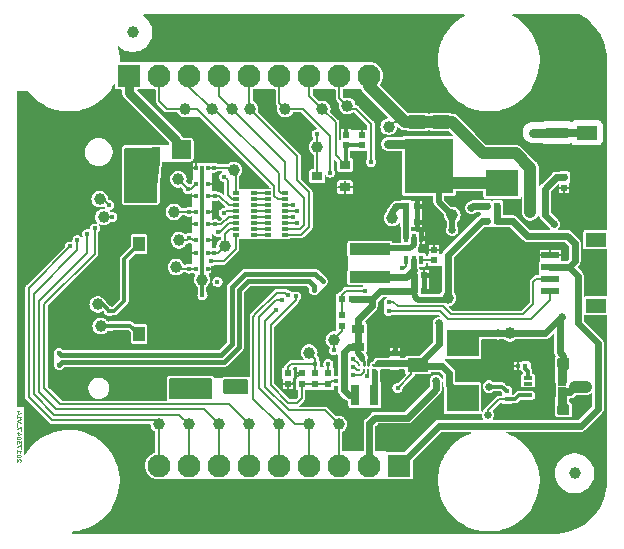
<source format=gbr>
%TF.GenerationSoftware,KiCad,Pcbnew,(7.0.0-0)*%
%TF.CreationDate,2023-03-31T14:52:11+11:00*%
%TF.ProjectId,Notecarrier-B,4e6f7465-6361-4727-9269-65722d422e6b,A*%
%TF.SameCoordinates,Original*%
%TF.FileFunction,Copper,L2,Bot*%
%TF.FilePolarity,Positive*%
%FSLAX46Y46*%
G04 Gerber Fmt 4.6, Leading zero omitted, Abs format (unit mm)*
G04 Created by KiCad (PCBNEW (7.0.0-0)) date 2023-03-31 14:52:11*
%MOMM*%
%LPD*%
G01*
G04 APERTURE LIST*
%ADD10C,0.040000*%
%TA.AperFunction,NonConductor*%
%ADD11C,0.040000*%
%TD*%
%TA.AperFunction,ComponentPad*%
%ADD12C,6.000000*%
%TD*%
%TA.AperFunction,SMDPad,CuDef*%
%ADD13R,0.300000X0.450000*%
%TD*%
%TA.AperFunction,SMDPad,CuDef*%
%ADD14R,0.620000X0.620000*%
%TD*%
%TA.AperFunction,SMDPad,CuDef*%
%ADD15C,1.000000*%
%TD*%
%TA.AperFunction,SMDPad,CuDef*%
%ADD16R,0.420000X0.460000*%
%TD*%
%TA.AperFunction,SMDPad,CuDef*%
%ADD17R,1.800000X1.150000*%
%TD*%
%TA.AperFunction,SMDPad,CuDef*%
%ADD18R,0.700000X1.000000*%
%TD*%
%TA.AperFunction,SMDPad,CuDef*%
%ADD19C,0.250000*%
%TD*%
%TA.AperFunction,SMDPad,CuDef*%
%ADD20R,1.000000X0.800000*%
%TD*%
%TA.AperFunction,SMDPad,CuDef*%
%ADD21R,0.500000X0.300000*%
%TD*%
%TA.AperFunction,SMDPad,CuDef*%
%ADD22R,1.550000X0.600000*%
%TD*%
%TA.AperFunction,SMDPad,CuDef*%
%ADD23R,1.800000X1.200000*%
%TD*%
%TA.AperFunction,SMDPad,CuDef*%
%ADD24R,3.400000X1.000000*%
%TD*%
%TA.AperFunction,SMDPad,CuDef*%
%ADD25R,1.000000X1.270000*%
%TD*%
%TA.AperFunction,SMDPad,CuDef*%
%ADD26R,0.460000X0.420000*%
%TD*%
%TA.AperFunction,SMDPad,CuDef*%
%ADD27R,0.350000X0.800000*%
%TD*%
%TA.AperFunction,SMDPad,CuDef*%
%ADD28R,0.750000X0.300000*%
%TD*%
%TA.AperFunction,SMDPad,CuDef*%
%ADD29R,1.750000X1.450000*%
%TD*%
%TA.AperFunction,SMDPad,CuDef*%
%ADD30R,2.800000X2.300000*%
%TD*%
%TA.AperFunction,SMDPad,CuDef*%
%ADD31R,1.450000X1.150000*%
%TD*%
%TA.AperFunction,SMDPad,CuDef*%
%ADD32R,4.150000X4.650000*%
%TD*%
%TA.AperFunction,SMDPad,CuDef*%
%ADD33R,1.350000X1.500000*%
%TD*%
%TA.AperFunction,SMDPad,CuDef*%
%ADD34R,0.900000X0.800000*%
%TD*%
%TA.AperFunction,SMDPad,CuDef*%
%ADD35R,1.900000X0.900000*%
%TD*%
%TA.AperFunction,SMDPad,CuDef*%
%ADD36R,2.800000X1.400000*%
%TD*%
%TA.AperFunction,ComponentPad*%
%ADD37R,1.940000X1.940000*%
%TD*%
%TA.AperFunction,ComponentPad*%
%ADD38O,1.940000X1.940000*%
%TD*%
%TA.AperFunction,SMDPad,CuDef*%
%ADD39R,0.800000X1.800000*%
%TD*%
%TA.AperFunction,ViaPad*%
%ADD40C,0.650000*%
%TD*%
%TA.AperFunction,ViaPad*%
%ADD41C,0.450000*%
%TD*%
%TA.AperFunction,Conductor*%
%ADD42C,0.600000*%
%TD*%
%TA.AperFunction,Conductor*%
%ADD43C,0.500000*%
%TD*%
%TA.AperFunction,Conductor*%
%ADD44C,0.200000*%
%TD*%
%TA.AperFunction,Conductor*%
%ADD45C,0.400000*%
%TD*%
%TA.AperFunction,Conductor*%
%ADD46C,0.300000*%
%TD*%
%TA.AperFunction,Conductor*%
%ADD47C,0.250000*%
%TD*%
%TA.AperFunction,Conductor*%
%ADD48C,0.800000*%
%TD*%
%TA.AperFunction,Conductor*%
%ADD49C,1.000000*%
%TD*%
%TA.AperFunction,Conductor*%
%ADD50C,0.699900*%
%TD*%
%TA.AperFunction,Conductor*%
%ADD51C,0.450000*%
%TD*%
G04 APERTURE END LIST*
D10*
D11*
X95811714Y-93373809D02*
X95826000Y-93354761D01*
X95826000Y-93354761D02*
X95840285Y-93316666D01*
X95840285Y-93316666D02*
X95840285Y-93221428D01*
X95840285Y-93221428D02*
X95826000Y-93183333D01*
X95826000Y-93183333D02*
X95811714Y-93164285D01*
X95811714Y-93164285D02*
X95783142Y-93145238D01*
X95783142Y-93145238D02*
X95754571Y-93145238D01*
X95754571Y-93145238D02*
X95711714Y-93164285D01*
X95711714Y-93164285D02*
X95540285Y-93392857D01*
X95540285Y-93392857D02*
X95540285Y-93145238D01*
X95840285Y-92897619D02*
X95840285Y-92859524D01*
X95840285Y-92859524D02*
X95826000Y-92821428D01*
X95826000Y-92821428D02*
X95811714Y-92802381D01*
X95811714Y-92802381D02*
X95783142Y-92783333D01*
X95783142Y-92783333D02*
X95726000Y-92764286D01*
X95726000Y-92764286D02*
X95654571Y-92764286D01*
X95654571Y-92764286D02*
X95597428Y-92783333D01*
X95597428Y-92783333D02*
X95568857Y-92802381D01*
X95568857Y-92802381D02*
X95554571Y-92821428D01*
X95554571Y-92821428D02*
X95540285Y-92859524D01*
X95540285Y-92859524D02*
X95540285Y-92897619D01*
X95540285Y-92897619D02*
X95554571Y-92935714D01*
X95554571Y-92935714D02*
X95568857Y-92954762D01*
X95568857Y-92954762D02*
X95597428Y-92973809D01*
X95597428Y-92973809D02*
X95654571Y-92992857D01*
X95654571Y-92992857D02*
X95726000Y-92992857D01*
X95726000Y-92992857D02*
X95783142Y-92973809D01*
X95783142Y-92973809D02*
X95811714Y-92954762D01*
X95811714Y-92954762D02*
X95826000Y-92935714D01*
X95826000Y-92935714D02*
X95840285Y-92897619D01*
X95540285Y-92383334D02*
X95540285Y-92611905D01*
X95540285Y-92497619D02*
X95840285Y-92497619D01*
X95840285Y-92497619D02*
X95797428Y-92535715D01*
X95797428Y-92535715D02*
X95768857Y-92573810D01*
X95768857Y-92573810D02*
X95754571Y-92611905D01*
X95840285Y-92250001D02*
X95840285Y-91983334D01*
X95840285Y-91983334D02*
X95540285Y-92154763D01*
X95840285Y-91869049D02*
X95840285Y-91621430D01*
X95840285Y-91621430D02*
X95726000Y-91754763D01*
X95726000Y-91754763D02*
X95726000Y-91697620D01*
X95726000Y-91697620D02*
X95711714Y-91659525D01*
X95711714Y-91659525D02*
X95697428Y-91640477D01*
X95697428Y-91640477D02*
X95668857Y-91621430D01*
X95668857Y-91621430D02*
X95597428Y-91621430D01*
X95597428Y-91621430D02*
X95568857Y-91640477D01*
X95568857Y-91640477D02*
X95554571Y-91659525D01*
X95554571Y-91659525D02*
X95540285Y-91697620D01*
X95540285Y-91697620D02*
X95540285Y-91811906D01*
X95540285Y-91811906D02*
X95554571Y-91850001D01*
X95554571Y-91850001D02*
X95568857Y-91869049D01*
X95840285Y-91373811D02*
X95840285Y-91335716D01*
X95840285Y-91335716D02*
X95826000Y-91297620D01*
X95826000Y-91297620D02*
X95811714Y-91278573D01*
X95811714Y-91278573D02*
X95783142Y-91259525D01*
X95783142Y-91259525D02*
X95726000Y-91240478D01*
X95726000Y-91240478D02*
X95654571Y-91240478D01*
X95654571Y-91240478D02*
X95597428Y-91259525D01*
X95597428Y-91259525D02*
X95568857Y-91278573D01*
X95568857Y-91278573D02*
X95554571Y-91297620D01*
X95554571Y-91297620D02*
X95540285Y-91335716D01*
X95540285Y-91335716D02*
X95540285Y-91373811D01*
X95540285Y-91373811D02*
X95554571Y-91411906D01*
X95554571Y-91411906D02*
X95568857Y-91430954D01*
X95568857Y-91430954D02*
X95597428Y-91450001D01*
X95597428Y-91450001D02*
X95654571Y-91469049D01*
X95654571Y-91469049D02*
X95726000Y-91469049D01*
X95726000Y-91469049D02*
X95783142Y-91450001D01*
X95783142Y-91450001D02*
X95811714Y-91430954D01*
X95811714Y-91430954D02*
X95826000Y-91411906D01*
X95826000Y-91411906D02*
X95840285Y-91373811D01*
X95740285Y-90897621D02*
X95540285Y-90897621D01*
X95854571Y-90992859D02*
X95640285Y-91088097D01*
X95640285Y-91088097D02*
X95640285Y-90840478D01*
X95840285Y-90726193D02*
X95840285Y-90459526D01*
X95840285Y-90459526D02*
X95540285Y-90630955D01*
X95511714Y-90402384D02*
X95511714Y-90097622D01*
X95840285Y-90059526D02*
X95540285Y-89926193D01*
X95540285Y-89926193D02*
X95840285Y-89792860D01*
X95540285Y-89450003D02*
X95540285Y-89678574D01*
X95540285Y-89564288D02*
X95840285Y-89564288D01*
X95840285Y-89564288D02*
X95797428Y-89602384D01*
X95797428Y-89602384D02*
X95768857Y-89640479D01*
X95768857Y-89640479D02*
X95754571Y-89678574D01*
X95740285Y-89107146D02*
X95540285Y-89107146D01*
X95854571Y-89202384D02*
X95640285Y-89297622D01*
X95640285Y-89297622D02*
X95640285Y-89050003D01*
D12*
%TO.P,OBJ1,1,1*%
%TO.N,GND*%
X135710000Y-77140000D03*
%TD*%
D13*
%TO.P,DS4,1,A1*%
%TO.N,GND*%
X110709999Y-75664999D03*
%TO.P,DS4,2,K2*%
%TO.N,VIO*%
X111209999Y-75664999D03*
%TO.P,DS4,3,K3A4*%
%TO.N,/SDA_P*%
X111709999Y-75664999D03*
%TO.P,DS4,4,A3*%
%TO.N,GND*%
X111709999Y-77014999D03*
%TO.P,DS4,5,K4*%
%TO.N,VIO*%
X111209999Y-77014999D03*
%TO.P,DS4,6,K1A2*%
%TO.N,/SCL_P*%
X110709999Y-77014999D03*
%TD*%
D14*
%TO.P,R322,1*%
%TO.N,GND*%
X118440799Y-86797399D03*
%TO.P,R322,2*%
%TO.N,Net-(U4-CTRL)*%
X118440799Y-85897399D03*
%TD*%
D15*
%TO.P,TP32,1*%
%TO.N,/ATTN*%
X118250000Y-63500000D03*
%TD*%
D16*
%TO.P,R5,1*%
%TO.N,/AUX5*%
X136999999Y-88079999D03*
%TO.P,R5,2*%
%TO.N,Net-(LD1-K)*%
X136999999Y-87419999D03*
%TD*%
D14*
%TO.P,R324,1*%
%TO.N,Net-(U3-EN)*%
X123024999Y-80950999D03*
%TO.P,R324,2*%
%TO.N,/BOOST_EN*%
X123024999Y-81850999D03*
%TD*%
D17*
%TO.P,C13,1*%
%TO.N,VMODEM*%
X129469999Y-85199999D03*
%TO.P,C13,2*%
%TO.N,GND*%
X129469999Y-82299999D03*
%TD*%
D15*
%TO.P,TP18,1*%
%TO.N,/ATTN_P*%
X109256000Y-74615000D03*
%TD*%
D14*
%TO.P,C115,1*%
%TO.N,/RST*%
X123374999Y-66574999D03*
%TO.P,C115,2*%
%TO.N,GND*%
X123374999Y-65674999D03*
%TD*%
D18*
%TO.P,F1,1*%
%TO.N,VIO*%
X113357999Y-86999899D03*
%TO.P,F1,2*%
%TO.N,VIO_P*%
X111657999Y-86999899D03*
%TD*%
D15*
%TO.P,TP14,1*%
%TO.N,VIO*%
X111200000Y-77940000D03*
%TD*%
D19*
%TO.P,U4,A1,SW*%
%TO.N,Net-(U4-SW)*%
X125690000Y-85610000D03*
%TO.P,U4,A2,VIN*%
%TO.N,VMODEM*%
X125690000Y-85210000D03*
%TO.P,U4,B1,EN*%
%TO.N,/EN*%
X125290000Y-85610000D03*
%TO.P,U4,B2,GND*%
%TO.N,GND*%
X125290000Y-85210000D03*
%TO.P,U4,C1,VSEL*%
%TO.N,VMODEM*%
X124890000Y-85610000D03*
%TO.P,U4,C2,VOS*%
%TO.N,+1V8*%
X124890000Y-85210000D03*
%TO.P,U4,D1,CTRL*%
%TO.N,Net-(U4-CTRL)*%
X124490000Y-85610000D03*
%TO.P,U4,D2,LOAD*%
%TO.N,/BOOST_EN*%
X124490000Y-85210000D03*
%TD*%
D13*
%TO.P,DS5,1,A1*%
%TO.N,GND*%
X110709999Y-70864999D03*
%TO.P,DS5,2,K2*%
%TO.N,VIO*%
X111209999Y-70864999D03*
%TO.P,DS5,3,K3A4*%
%TO.N,/AUX_TX_P*%
X111709999Y-70864999D03*
%TO.P,DS5,4,A3*%
%TO.N,GND*%
X111709999Y-72214999D03*
%TO.P,DS5,5,K4*%
%TO.N,VIO*%
X111209999Y-72214999D03*
%TO.P,DS5,6,K1A2*%
%TO.N,/AUX_RX_P*%
X110709999Y-72214999D03*
%TD*%
D20*
%TO.P,C118,1*%
%TO.N,VUSB*%
X141799999Y-84999999D03*
%TO.P,C118,2*%
%TO.N,GND*%
X140199999Y-84999999D03*
%TD*%
D14*
%TO.P,R326,1*%
%TO.N,VIO*%
X136199999Y-72999999D03*
%TO.P,R326,2*%
%TO.N,+1V8*%
X135299999Y-72999999D03*
%TD*%
D15*
%TO.P,TP1,1*%
%TO.N,/AUX1*%
X107540000Y-90191500D03*
%TD*%
%TO.P,TP2,1*%
%TO.N,/AUX2*%
X110080000Y-90194800D03*
%TD*%
D21*
%TO.P,RR2,1,R1.1*%
%TO.N,Net-(RR1-R1.2)*%
X115559999Y-70639999D03*
%TO.P,RR2,2,R2.1*%
%TO.N,Net-(RR1-R2.2)*%
X115559999Y-71139999D03*
%TO.P,RR2,3,R3.1*%
%TO.N,Net-(RR1-R3.2)*%
X115559999Y-71639999D03*
%TO.P,RR2,4,R4.1*%
%TO.N,Net-(RR1-R4.2)*%
X115559999Y-72139999D03*
%TO.P,RR2,5,R5.1*%
%TO.N,Net-(RR1-R5.2)*%
X115559999Y-72639999D03*
%TO.P,RR2,6,R6.1*%
%TO.N,Net-(RR1-R6.2)*%
X115559999Y-73139999D03*
%TO.P,RR2,7,R7.1*%
%TO.N,Net-(RR1-R7.2)*%
X115559999Y-73639999D03*
%TO.P,RR2,8,R8.1*%
%TO.N,Net-(RR1-R8.2)*%
X115559999Y-74139999D03*
%TO.P,RR2,9,R8.2*%
%TO.N,/SCL_P*%
X114059999Y-74139999D03*
%TO.P,RR2,10,R7.2*%
%TO.N,/SDA_P*%
X114059999Y-73639999D03*
%TO.P,RR2,11,R6.2*%
%TO.N,/ATTN_P*%
X114059999Y-73139999D03*
%TO.P,RR2,12,R5.2*%
%TO.N,/AUX_EN_P*%
X114059999Y-72639999D03*
%TO.P,RR2,13,R4.2*%
%TO.N,/AUX_RX_P*%
X114059999Y-72139999D03*
%TO.P,RR2,14,R3.2*%
%TO.N,/AUX_TX_P*%
X114059999Y-71639999D03*
%TO.P,RR2,15,R2.2*%
%TO.N,/RX_P*%
X114059999Y-71139999D03*
%TO.P,RR2,16,R1.2*%
%TO.N,/TX_P*%
X114059999Y-70639999D03*
%TD*%
D15*
%TO.P,TP3,1*%
%TO.N,/AUX3*%
X112623900Y-90194400D03*
%TD*%
D17*
%TO.P,C112,1*%
%TO.N,Net-(J19-Shield)*%
X143749999Y-65499999D03*
%TO.P,C112,2*%
%TO.N,GND*%
X143749999Y-62599999D03*
%TD*%
D15*
%TO.P,TP7,1*%
%TO.N,/AUX4*%
X115160000Y-90194400D03*
%TD*%
D14*
%TO.P,C111,1*%
%TO.N,VUSB*%
X141874999Y-69299999D03*
%TO.P,C111,2*%
%TO.N,GND*%
X141874999Y-70199999D03*
%TD*%
%TO.P,R10,1*%
%TO.N,/EN*%
X121889799Y-86789999D03*
%TO.P,R10,2*%
%TO.N,VMODEM*%
X121889799Y-85889999D03*
%TD*%
D15*
%TO.P,TP4,1*%
%TO.N,/AUX_EN*%
X117703900Y-90194400D03*
%TD*%
%TO.P,TP21,1*%
%TO.N,/AUX_EN_P*%
X102857500Y-72640000D03*
%TD*%
D14*
%TO.P,C14,1*%
%TO.N,VMODEM*%
X127499999Y-85049999D03*
%TO.P,C14,2*%
%TO.N,GND*%
X127499999Y-84149999D03*
%TD*%
%TO.P,R323,1*%
%TO.N,Net-(U4-CTRL)*%
X120769799Y-85889999D03*
%TO.P,R323,2*%
%TO.N,/EN*%
X120769799Y-86789999D03*
%TD*%
D22*
%TO.P,J24,1,Pin_1*%
%TO.N,GND*%
X140674999Y-75874999D03*
%TO.P,J24,2,Pin_2*%
%TO.N,VIO*%
X140674999Y-76874999D03*
%TO.P,J24,3,Pin_3*%
%TO.N,/SDA_P*%
X140674999Y-77874999D03*
%TO.P,J24,4,Pin_4*%
%TO.N,/SCL_P*%
X140674999Y-78874999D03*
D23*
%TO.P,J24,MP*%
%TO.N,N/C*%
X144549999Y-74574999D03*
X144549999Y-80174999D03*
%TD*%
D15*
%TO.P,TP5,1*%
%TO.N,/AUX_RX*%
X120240000Y-90194400D03*
%TD*%
%TO.P,FID3,*%
%TO.N,*%
X142741400Y-94341000D03*
%TD*%
D14*
%TO.P,R319,1*%
%TO.N,GND*%
X124749999Y-65674999D03*
%TO.P,R319,2*%
%TO.N,/RST*%
X124749999Y-66574999D03*
%TD*%
D15*
%TO.P,TP22,1*%
%TO.N,/AUX_RX_P*%
X108810000Y-72215000D03*
%TD*%
%TO.P,FID4,*%
%TO.N,*%
X105320000Y-57000000D03*
%TD*%
%TO.P,TP6,1*%
%TO.N,/AUX_TX*%
X122780000Y-90194400D03*
%TD*%
%TO.P,TP20,1*%
%TO.N,+3V3*%
X127310000Y-72715000D03*
%TD*%
%TO.P,TP23,1*%
%TO.N,/AUX_TX_P*%
X102536600Y-71137300D03*
%TD*%
D24*
%TO.P,L4,1,1*%
%TO.N,Net-(U3-LX)*%
X125409999Y-75354999D03*
%TO.P,L4,2,2*%
%TO.N,+1V8*%
X125409999Y-77724999D03*
%TD*%
D14*
%TO.P,R6,1*%
%TO.N,GND*%
X130869999Y-75399999D03*
%TO.P,R6,2*%
%TO.N,Net-(U3-SEL)*%
X130869999Y-76299999D03*
%TD*%
D20*
%TO.P,C117,1*%
%TO.N,VBAT*%
X141799999Y-88999999D03*
%TO.P,C117,2*%
%TO.N,GND*%
X140199999Y-88999999D03*
%TD*%
D25*
%TO.P,DSW1,1*%
%TO.N,Net-(J20-VACT_GPS_IN)*%
X105871699Y-74921899D03*
%TO.P,DSW1,2*%
%TO.N,VACT_GPS_OUT*%
X105871699Y-82541899D03*
%TD*%
D15*
%TO.P,TP10,1*%
%TO.N,/BOOST_EN*%
X122355000Y-83029500D03*
%TD*%
%TO.P,TP34,1*%
%TO.N,/EN*%
X123500000Y-63250000D03*
%TD*%
%TO.P,TP38,1*%
%TO.N,GND*%
X97875000Y-67125000D03*
%TD*%
D26*
%TO.P,R7,1*%
%TO.N,GND*%
X137919999Y-85249999D03*
%TO.P,R7,2*%
%TO.N,Net-(U5-PROG)*%
X138579999Y-85249999D03*
%TD*%
D14*
%TO.P,C10,1*%
%TO.N,+1V8*%
X129109999Y-77589999D03*
%TO.P,C10,2*%
%TO.N,GND*%
X130009999Y-77589999D03*
%TD*%
D15*
%TO.P,TP12,1*%
%TO.N,+1V8*%
X132000000Y-79500000D03*
%TD*%
D27*
%TO.P,U3,1,OUT*%
%TO.N,+3V3*%
X128459999Y-74424999D03*
%TO.P,U3,2,LX*%
%TO.N,Net-(U3-LX)*%
X129109999Y-74424999D03*
%TO.P,U3,3,GND*%
%TO.N,GND*%
X129759999Y-74424999D03*
%TO.P,U3,4,SEL*%
%TO.N,Net-(U3-SEL)*%
X129759999Y-76254999D03*
%TO.P,U3,5,IN*%
%TO.N,+1V8*%
X129109999Y-76254999D03*
%TO.P,U3,6,EN*%
%TO.N,Net-(U3-EN)*%
X128459999Y-76254999D03*
%TD*%
D15*
%TO.P,TP8,1*%
%TO.N,Net-(U4-CTRL)*%
X120270000Y-84130000D03*
%TD*%
%TO.P,TP13,1*%
%TO.N,Net-(J20-VACT_GPS_IN)*%
X102356000Y-80052500D03*
%TD*%
D14*
%TO.P,C9,1*%
%TO.N,+1V8*%
X129109999Y-78889999D03*
%TO.P,C9,2*%
%TO.N,GND*%
X130009999Y-78889999D03*
%TD*%
D15*
%TO.P,TP26,1*%
%TO.N,/NRST*%
X120940000Y-66691999D03*
%TD*%
%TO.P,TP33,1*%
%TO.N,/RST*%
X121368900Y-63500000D03*
%TD*%
%TO.P,TP28,1*%
%TO.N,/RX*%
X109750000Y-63500000D03*
%TD*%
D20*
%TO.P,C15,1*%
%TO.N,+1V8*%
X124429999Y-83639999D03*
%TO.P,C15,2*%
%TO.N,GND*%
X126029999Y-83639999D03*
%TD*%
D28*
%TO.P,U5,1,V_{DD}*%
%TO.N,VUSB*%
X141699999Y-86249999D03*
%TO.P,U5,2,V_{DD}*%
X141699999Y-86749999D03*
%TO.P,U5,3,V_{BAT}*%
%TO.N,VBAT*%
X141699999Y-87249999D03*
%TO.P,U5,4,V_{BAT}*%
X141699999Y-87749999D03*
%TO.P,U5,5,STAT*%
%TO.N,/AUX5*%
X138799999Y-87749999D03*
%TO.P,U5,6,V_{SS}*%
%TO.N,GND*%
X138799999Y-87249999D03*
%TO.P,U5,7,NC*%
%TO.N,unconnected-(U5-NC-Pad7)*%
X138799999Y-86749999D03*
%TO.P,U5,8,PROG*%
%TO.N,Net-(U5-PROG)*%
X138799999Y-86249999D03*
D29*
%TO.P,U5,9,EP*%
%TO.N,GND*%
X140249999Y-86999999D03*
%TD*%
D15*
%TO.P,TP24,1*%
%TO.N,/RX_P*%
X109196000Y-69454000D03*
%TD*%
%TO.P,TP31,1*%
%TO.N,/SCL*%
X115250000Y-63500000D03*
%TD*%
D30*
%TO.P,TVS1,1,A1*%
%TO.N,VMODEM*%
X136624999Y-69749999D03*
%TO.P,TVS1,2,A2*%
%TO.N,GND*%
X136624999Y-65049999D03*
%TD*%
D15*
%TO.P,TP17,1*%
%TO.N,/SDA_P*%
X113110000Y-75140000D03*
%TD*%
%TO.P,TP15,1*%
%TO.N,/SCL_P*%
X109000000Y-76900000D03*
%TD*%
D13*
%TO.P,DS10,1,A1*%
%TO.N,GND*%
X110709999Y-68464999D03*
%TO.P,DS10,2,K2*%
%TO.N,VIO*%
X111209999Y-68464999D03*
%TO.P,DS10,3,K3A4*%
%TO.N,/TX_P*%
X111709999Y-68464999D03*
%TO.P,DS10,4,A3*%
%TO.N,GND*%
X111709999Y-69814999D03*
%TO.P,DS10,5,K4*%
%TO.N,VIO*%
X111209999Y-69814999D03*
%TO.P,DS10,6,K1A2*%
%TO.N,/RX_P*%
X110709999Y-69814999D03*
%TD*%
D20*
%TO.P,C16,1*%
%TO.N,+1V8*%
X124429999Y-82089999D03*
%TO.P,C16,2*%
%TO.N,GND*%
X126029999Y-82089999D03*
%TD*%
D15*
%TO.P,TP30,1*%
%TO.N,/SDA*%
X113750100Y-63500000D03*
%TD*%
D31*
%TO.P,DS15,1,A1*%
%TO.N,VBAT*%
X131394999Y-64589999D03*
%TO.P,DS15,2,A2*%
X129424999Y-64589999D03*
D32*
%TO.P,DS15,3,C*%
%TO.N,VMODEM*%
X130409999Y-68339999D03*
%TD*%
D14*
%TO.P,C8,1*%
%TO.N,+3V3*%
X128464999Y-73039999D03*
%TO.P,C8,2*%
%TO.N,GND*%
X129364999Y-73039999D03*
%TD*%
D13*
%TO.P,DS6,1,A1*%
%TO.N,GND*%
X110709999Y-73264999D03*
%TO.P,DS6,2,K2*%
%TO.N,VIO*%
X111209999Y-73264999D03*
%TO.P,DS6,3,K3A4*%
%TO.N,/AUX_EN_P*%
X111709999Y-73264999D03*
%TO.P,DS6,4,A3*%
%TO.N,GND*%
X111709999Y-74614999D03*
%TO.P,DS6,5,K4*%
%TO.N,VIO*%
X111209999Y-74614999D03*
%TO.P,DS6,6,K1A2*%
%TO.N,/ATTN_P*%
X110709999Y-74614999D03*
%TD*%
D15*
%TO.P,TP29,1*%
%TO.N,/TX*%
X112000000Y-63500000D03*
%TD*%
%TO.P,TP25,1*%
%TO.N,/TX_P*%
X113885000Y-68665000D03*
%TD*%
D30*
%TO.P,DS14,1,K*%
%TO.N,VMODEM*%
X133249999Y-87999999D03*
%TO.P,DS14,2,A*%
%TO.N,VUSB*%
X133249999Y-83299999D03*
%TD*%
D15*
%TO.P,TP11,1*%
%TO.N,VACT_GPS_OUT*%
X102625000Y-81887100D03*
%TD*%
D18*
%TO.P,F2,1*%
%TO.N,VMODEM*%
X108976899Y-67258899D03*
%TO.P,F2,2*%
%TO.N,VMODEM_P*%
X107276899Y-67258899D03*
%TD*%
D14*
%TO.P,R325,1*%
%TO.N,VIO*%
X136199999Y-71749999D03*
%TO.P,R325,2*%
%TO.N,+3V3*%
X135299999Y-71749999D03*
%TD*%
D15*
%TO.P,TP39,1*%
%TO.N,VBAT*%
X127000000Y-65000000D03*
%TD*%
D33*
%TO.P,C113,1*%
%TO.N,VIO_P*%
X109148699Y-87170599D03*
%TO.P,C113,2*%
%TO.N,GND*%
X106698699Y-87170599D03*
%TD*%
D14*
%TO.P,R318,1*%
%TO.N,Net-(U3-EN)*%
X123024999Y-79629499D03*
%TO.P,R318,2*%
%TO.N,+1V8*%
X123924999Y-79629499D03*
%TD*%
D15*
%TO.P,VMODEM,1*%
%TO.N,VMODEM*%
X132375000Y-72500000D03*
%TD*%
D14*
%TO.P,C116,1*%
%TO.N,/EN*%
X119649799Y-86789999D03*
%TO.P,C116,2*%
%TO.N,GND*%
X119649799Y-85889999D03*
%TD*%
D34*
%TO.P,Q2,1,G*%
%TO.N,/RST*%
X123309999Y-68239999D03*
%TO.P,Q2,2,S*%
%TO.N,GND*%
X123309999Y-70139999D03*
%TO.P,Q2,3,D*%
%TO.N,/NRST*%
X120939999Y-69189999D03*
%TD*%
D35*
%TO.P,R307,1*%
%TO.N,Net-(J19-Shield)*%
X141249999Y-65499999D03*
%TO.P,R307,2*%
%TO.N,GND*%
X141249999Y-62499999D03*
%TD*%
D36*
%TO.P,C114,1*%
%TO.N,VMODEM_P*%
X106002799Y-70253199D03*
%TO.P,C114,2*%
%TO.N,GND*%
X106002799Y-72853199D03*
%TD*%
D37*
%TO.P,J22,1,Pin_1*%
%TO.N,VMODEM*%
X105024999Y-60679999D03*
D38*
%TO.P,J22,2,Pin_2*%
%TO.N,/RX*%
X107564999Y-60679999D03*
%TO.P,J22,3,Pin_3*%
%TO.N,/TX*%
X110104999Y-60679999D03*
%TO.P,J22,4,Pin_4*%
%TO.N,/SDA*%
X112644999Y-60679999D03*
%TO.P,J22,5,Pin_5*%
%TO.N,/SCL*%
X115184999Y-60679999D03*
%TO.P,J22,6,Pin_6*%
%TO.N,/ATTN*%
X117724999Y-60679999D03*
%TO.P,J22,7,Pin_7*%
%TO.N,/RST*%
X120264999Y-60679999D03*
%TO.P,J22,8,Pin_8*%
%TO.N,/EN*%
X122804999Y-60679999D03*
%TO.P,J22,9,Pin_9*%
%TO.N,VBAT*%
X125344999Y-60679999D03*
%TO.P,J22,10,Pin_10*%
%TO.N,GND*%
X127884999Y-60679999D03*
%TD*%
D15*
%TO.P,VUSB,1*%
%TO.N,VUSB*%
X137250000Y-82500000D03*
%TD*%
D37*
%TO.P,J21,1,Pin_1*%
%TO.N,VIO*%
X127859999Y-93699999D03*
D38*
%TO.P,J21,2,Pin_2*%
%TO.N,VUSB*%
X125319999Y-93699999D03*
%TO.P,J21,3,Pin_3*%
%TO.N,/AUX_TX*%
X122779999Y-93699999D03*
%TO.P,J21,4,Pin_4*%
%TO.N,/AUX_RX*%
X120239999Y-93699999D03*
%TO.P,J21,5,Pin_5*%
%TO.N,/AUX_EN*%
X117699999Y-93699999D03*
%TO.P,J21,6,Pin_6*%
%TO.N,/AUX4*%
X115159999Y-93699999D03*
%TO.P,J21,7,Pin_7*%
%TO.N,/AUX3*%
X112619999Y-93699999D03*
%TO.P,J21,8,Pin_8*%
%TO.N,/AUX2*%
X110079999Y-93699999D03*
%TO.P,J21,9,Pin_9*%
%TO.N,/AUX1*%
X107539999Y-93699999D03*
%TO.P,J21,10,Pin_10*%
%TO.N,GND*%
X104999999Y-93699999D03*
%TD*%
D14*
%TO.P,C7,1*%
%TO.N,+3V3*%
X128464999Y-71739999D03*
%TO.P,C7,2*%
%TO.N,GND*%
X129364999Y-71739999D03*
%TD*%
D21*
%TO.P,RR1,1,R1.1*%
%TO.N,/TX*%
X118259999Y-70639999D03*
%TO.P,RR1,2,R2.1*%
%TO.N,/RX*%
X118259999Y-71139999D03*
%TO.P,RR1,3,R3.1*%
%TO.N,/AUX_TX*%
X118259999Y-71639999D03*
%TO.P,RR1,4,R4.1*%
%TO.N,/AUX_RX*%
X118259999Y-72139999D03*
%TO.P,RR1,5,R5.1*%
%TO.N,/AUX_EN*%
X118259999Y-72639999D03*
%TO.P,RR1,6,R6.1*%
%TO.N,/ATTN*%
X118259999Y-73139999D03*
%TO.P,RR1,7,R7.1*%
%TO.N,/SDA*%
X118259999Y-73639999D03*
%TO.P,RR1,8,R8.1*%
%TO.N,/SCL*%
X118259999Y-74139999D03*
%TO.P,RR1,9,R8.2*%
%TO.N,Net-(RR1-R8.2)*%
X116759999Y-74139999D03*
%TO.P,RR1,10,R7.2*%
%TO.N,Net-(RR1-R7.2)*%
X116759999Y-73639999D03*
%TO.P,RR1,11,R6.2*%
%TO.N,Net-(RR1-R6.2)*%
X116759999Y-73139999D03*
%TO.P,RR1,12,R5.2*%
%TO.N,Net-(RR1-R5.2)*%
X116759999Y-72639999D03*
%TO.P,RR1,13,R4.2*%
%TO.N,Net-(RR1-R4.2)*%
X116759999Y-72139999D03*
%TO.P,RR1,14,R3.2*%
%TO.N,Net-(RR1-R3.2)*%
X116759999Y-71639999D03*
%TO.P,RR1,15,R2.2*%
%TO.N,Net-(RR1-R2.2)*%
X116759999Y-71139999D03*
%TO.P,RR1,16,R1.2*%
%TO.N,Net-(RR1-R1.2)*%
X116759999Y-70639999D03*
%TD*%
D39*
%TO.P,L2,1,1*%
%TO.N,Net-(U4-SW)*%
X125789999Y-87709999D03*
%TO.P,L2,2,2*%
%TO.N,+1V8*%
X124189999Y-87709999D03*
%TD*%
D40*
%TO.N,+3V3*%
X134000000Y-71875000D03*
X127644300Y-71823600D03*
%TO.N,GND*%
X126070000Y-81120000D03*
X139000000Y-64000000D03*
X137500000Y-83750000D03*
X131325000Y-88300000D03*
D41*
X112400000Y-71900000D03*
X112300000Y-74615000D03*
D40*
X139200000Y-83600000D03*
D41*
X123386600Y-64638400D03*
X126250000Y-91000000D03*
X128750000Y-91000000D03*
X126750000Y-92000000D03*
X130250000Y-89750000D03*
X112310000Y-70040000D03*
X112240000Y-77286500D03*
X95909500Y-65496799D03*
X131500000Y-62500000D03*
D40*
X134500000Y-64250000D03*
D41*
X130491600Y-63278200D03*
D40*
X143750000Y-60750000D03*
D41*
X103000000Y-63250000D03*
X104250000Y-63500000D03*
X103250000Y-64500000D03*
X105250000Y-64500000D03*
X140000000Y-63500000D03*
X132750000Y-63250000D03*
D40*
X127190000Y-83150000D03*
D41*
X131500000Y-63250000D03*
X139000000Y-66750000D03*
X130500000Y-62500000D03*
D40*
X128000000Y-81250000D03*
D41*
X133750000Y-63750000D03*
X139500000Y-62500000D03*
X138250000Y-63250000D03*
X127630300Y-67476200D03*
D40*
X129700000Y-86400000D03*
D41*
X112745300Y-67492200D03*
X111099400Y-67554700D03*
X101611900Y-63637100D03*
X99559800Y-65471599D03*
X100428400Y-64817100D03*
X99461300Y-63971100D03*
X97382200Y-65471599D03*
X98502500Y-65484200D03*
X126877900Y-70861100D03*
X127744200Y-69994800D03*
X125873900Y-71865000D03*
X122865700Y-72185800D03*
X123977600Y-71073800D03*
X125152900Y-69898600D03*
D40*
X141500000Y-60750000D03*
X130550000Y-73594000D03*
X128510000Y-83710000D03*
X130880000Y-77590000D03*
D41*
X126563500Y-68488000D03*
X110108000Y-68465000D03*
X110076100Y-71115000D03*
X103236900Y-68586700D03*
X101071800Y-68070600D03*
X101852300Y-69707000D03*
X99926200Y-71324600D03*
X122906700Y-74832300D03*
X124018600Y-73720400D03*
X124946300Y-72792600D03*
X122049000Y-76908300D03*
D40*
X130890000Y-78860000D03*
D41*
X119683300Y-76383400D03*
X121947300Y-75791700D03*
D40*
X101219700Y-85713700D03*
D41*
X120042700Y-75587200D03*
X120737100Y-74314400D03*
X121766500Y-73285000D03*
X116830300Y-76281700D03*
X114235600Y-77154500D03*
X116001700Y-76818200D03*
X109400000Y-75600000D03*
X99813000Y-73986900D03*
X101336200Y-72854000D03*
X103009000Y-76493000D03*
X122247900Y-78187300D03*
X121375000Y-80375000D03*
X121542600Y-78943400D03*
X119630400Y-81052600D03*
X119730700Y-78718200D03*
X120608600Y-79686800D03*
X113075000Y-81034600D03*
X113075000Y-79573300D03*
X113236500Y-78155700D03*
X114975000Y-80755300D03*
X114975000Y-79446400D03*
X116855600Y-78718200D03*
X109770200Y-78314800D03*
X106122000Y-79196900D03*
X126880000Y-86310500D03*
X125600000Y-84450000D03*
X119689500Y-83042600D03*
X118443600Y-84237100D03*
X121085000Y-82862000D03*
X113505000Y-85509400D03*
X115000000Y-85375000D03*
X118125000Y-82875000D03*
X113075000Y-82477300D03*
D40*
X135750000Y-85750000D03*
D41*
X114148700Y-84731200D03*
X114973000Y-83686800D03*
X114975000Y-82267500D03*
X108132800Y-83670400D03*
X108720200Y-85637100D03*
X109920700Y-85628600D03*
X109224000Y-83691900D03*
X110316900Y-83691900D03*
D40*
X131150000Y-74426500D03*
D41*
X111972500Y-83661900D03*
X112738900Y-83453500D03*
X112337200Y-85604800D03*
X107145200Y-83653400D03*
X107502800Y-85637100D03*
X106199500Y-83691900D03*
D40*
X130400000Y-72622000D03*
D41*
X98889300Y-83374600D03*
X99127900Y-85886600D03*
X100107600Y-85685600D03*
X102493900Y-85647900D03*
X102983700Y-83563000D03*
X101979000Y-83575600D03*
X100873700Y-83575600D03*
X99831300Y-83588200D03*
X103407700Y-85662600D03*
X126835000Y-88345500D03*
D40*
X140000000Y-61250000D03*
D41*
X128500000Y-88000000D03*
X124310900Y-90529600D03*
D40*
X128000000Y-82500000D03*
D41*
X122115000Y-87617000D03*
X123306000Y-88377300D03*
X120980000Y-88397000D03*
X118930000Y-87580000D03*
D40*
X135803900Y-84500000D03*
X140000000Y-67000000D03*
X130245000Y-71751500D03*
X127100000Y-81980000D03*
%TO.N,VMODEM*%
X132375000Y-73750000D03*
X131250000Y-81625000D03*
D41*
X108999600Y-66433300D03*
X109861600Y-67339300D03*
D40*
X126973000Y-66478600D03*
D41*
X109867900Y-66508799D03*
X121890800Y-85113400D03*
X127750000Y-87125000D03*
X123991600Y-85990000D03*
D40*
X127750000Y-66478600D03*
%TO.N,VUSB*%
X131000000Y-86500000D03*
X141675000Y-81075000D03*
X136250000Y-82500000D03*
X141000000Y-73250000D03*
D41*
%TO.N,VIO_P*%
X110401000Y-86656000D03*
X110956000Y-86978500D03*
X110392500Y-87336100D03*
%TO.N,VMODEM_P*%
X106146000Y-68140000D03*
X106142100Y-68640000D03*
X106148900Y-69140000D03*
%TO.N,/EN*%
X119140000Y-79370000D03*
X125188500Y-86115200D03*
X122505900Y-86514600D03*
X125500000Y-67975000D03*
D40*
%TO.N,VBAT*%
X143686600Y-87013400D03*
X139000000Y-71473000D03*
X139000000Y-72250000D03*
X142800000Y-87013400D03*
D41*
%TO.N,VIO*%
X114727900Y-86665800D03*
X114779300Y-87338600D03*
X114246600Y-86984200D03*
X111230000Y-79270000D03*
%TO.N,/SDA_P*%
X127000000Y-79875000D03*
X112212000Y-75665000D03*
%TO.N,/SCL_P*%
X110108000Y-77015000D03*
X111978500Y-76381800D03*
X127000000Y-80625000D03*
%TO.N,/AUX_TX_P*%
X103342200Y-71640000D03*
X112300000Y-70865000D03*
%TO.N,/AUX_RX_P*%
X110108000Y-72215000D03*
X113025000Y-72325000D03*
%TO.N,/AUX_EN_P*%
X103608000Y-72640000D03*
X112312000Y-73265000D03*
%TO.N,/ATTN_P*%
X110100000Y-74400000D03*
X112560000Y-73940000D03*
%TO.N,/TX_P*%
X112212000Y-68465000D03*
%TO.N,/RX_P*%
X110010000Y-70268000D03*
X113085000Y-69265000D03*
%TO.N,VACT_GPS_OUT*%
X103468400Y-81887100D03*
%TO.N,/USB_DM*%
X99101400Y-84170200D03*
X121410300Y-78104100D03*
%TO.N,/USB_DP*%
X99101400Y-85184900D03*
X120692700Y-78821700D03*
%TO.N,/AUX5*%
X112500000Y-78125000D03*
D40*
X135400000Y-89400000D03*
D41*
%TO.N,/AUX1*%
X100044600Y-75140000D03*
%TO.N,/AUX2*%
X100648800Y-74615000D03*
%TO.N,/AUX3*%
X101479500Y-74115000D03*
%TO.N,/AUX4*%
X102121500Y-73615000D03*
%TO.N,/NRST*%
X120900600Y-65653600D03*
%TO.N,/AUX_TX*%
X117460000Y-80500000D03*
X118862000Y-71590000D03*
%TO.N,/AUX_RX*%
X119260000Y-72115000D03*
X117985000Y-79705000D03*
%TO.N,/AUX_EN*%
X118862000Y-72640000D03*
X118494400Y-79294000D03*
%TO.N,/ATTN*%
X122060000Y-68890000D03*
X119260000Y-73165000D03*
D40*
%TO.N,Net-(LD1-K)*%
X135500000Y-87000000D03*
D41*
%TO.N,Net-(U3-EN)*%
X125035000Y-78904500D03*
X128095000Y-77000000D03*
%TO.N,Net-(U4-CTRL)*%
X123941200Y-85341900D03*
X120784600Y-85076300D03*
%TO.N,/BOOST_EN*%
X122355000Y-83938500D03*
X123993000Y-84637000D03*
%TO.N,Net-(J19-Shield)*%
X139250000Y-65500000D03*
%TO.N,Net-(J20-VACT_GPS_IN)*%
X103337800Y-80600100D03*
%TD*%
D42*
%TO.N,+3V3*%
X134000000Y-71875000D02*
X134125000Y-71750000D01*
D43*
X127310000Y-72190000D02*
X127625000Y-71875000D01*
X128465000Y-71740000D02*
X128465000Y-73040000D01*
X127625000Y-71875000D02*
X127625000Y-71842900D01*
X128460000Y-73045000D02*
X128465000Y-73040000D01*
X127310000Y-72190500D02*
X127310000Y-72190000D01*
X128460000Y-74425000D02*
X128460000Y-73045000D01*
X127760500Y-71740000D02*
X128465000Y-71740000D01*
X127625000Y-71842900D02*
X127644300Y-71823600D01*
D42*
X134125000Y-71750000D02*
X135300000Y-71750000D01*
D43*
X127310000Y-72190500D02*
X127760500Y-71740000D01*
X127310000Y-72715000D02*
X127310000Y-72190500D01*
D44*
%TO.N,GND*%
X129760000Y-75003200D02*
X129760000Y-74425000D01*
D45*
X127500000Y-84150000D02*
X128088200Y-84150000D01*
D44*
X119649800Y-85890000D02*
X119539800Y-86000000D01*
X130870000Y-75400000D02*
X130870000Y-74911800D01*
D45*
X129760000Y-74425000D02*
X129760000Y-73746800D01*
D44*
X124750000Y-65675000D02*
X124750000Y-65186800D01*
X120550000Y-73789400D02*
X120519600Y-73789400D01*
D45*
X129365000Y-71740000D02*
X129953200Y-71740000D01*
X129365000Y-73040000D02*
X129953200Y-73040000D01*
D44*
X110108000Y-68465000D02*
X110710000Y-68465000D01*
X111710000Y-77015000D02*
X111968500Y-77015000D01*
D45*
X130010000Y-78890000D02*
X130010000Y-77590000D01*
D44*
X119539800Y-86000000D02*
X119395500Y-86000000D01*
X110110000Y-71081100D02*
X110110000Y-71040000D01*
X123375000Y-65675000D02*
X123375000Y-65186800D01*
D45*
X130880000Y-77590000D02*
X130010000Y-77590000D01*
D46*
X137750000Y-87000000D02*
X138000000Y-87250000D01*
D44*
X130870000Y-75400000D02*
X131358200Y-75400000D01*
D46*
X138000000Y-87250000D02*
X138800000Y-87250000D01*
D44*
X109965000Y-75600000D02*
X109400000Y-75600000D01*
X112085000Y-69815000D02*
X111710000Y-69815000D01*
D46*
X123386600Y-65663400D02*
X123375000Y-65675000D01*
D43*
X125620000Y-84540000D02*
X125430000Y-84730000D01*
D44*
X123310000Y-70140000D02*
X123310000Y-69561800D01*
X110710000Y-68465000D02*
X110710000Y-68061800D01*
X110285000Y-70865000D02*
X110710000Y-70865000D01*
X119000000Y-86395500D02*
X119000000Y-86597400D01*
D45*
X127500000Y-84150000D02*
X127500000Y-83561800D01*
D44*
X130010000Y-77590000D02*
X130010000Y-77101800D01*
X140675000Y-75875000D02*
X140675000Y-75396800D01*
X104998400Y-93698400D02*
X105000000Y-93700000D01*
X119000000Y-86597400D02*
X118800000Y-86797400D01*
X110710000Y-75665000D02*
X110030000Y-75665000D01*
X137920000Y-85638200D02*
X137920000Y-85250000D01*
X119395500Y-86000000D02*
X119000000Y-86395500D01*
X111997000Y-72215000D02*
X111710000Y-72215000D01*
D46*
X138800000Y-87250000D02*
X140000000Y-87250000D01*
D44*
X109400000Y-73265000D02*
X110710000Y-73265000D01*
D46*
X140000000Y-87250000D02*
X140250000Y-87000000D01*
D44*
X141875000Y-70688200D02*
X141875000Y-70200000D01*
X123310000Y-70140000D02*
X123938200Y-70140000D01*
D45*
X127500000Y-84150000D02*
X126911800Y-84150000D01*
D44*
X137920000Y-85250000D02*
X137920000Y-84861800D01*
X110030000Y-75665000D02*
X109965000Y-75600000D01*
D47*
X125290000Y-84870000D02*
X125290000Y-85210000D01*
D44*
X119161600Y-85890000D02*
X119649800Y-85890000D01*
X118800000Y-86797400D02*
X118440800Y-86797400D01*
X140675000Y-75875000D02*
X141628200Y-75875000D01*
X112312000Y-71900000D02*
X111997000Y-72215000D01*
X112310000Y-70040000D02*
X112085000Y-69815000D01*
D45*
X129365000Y-71740000D02*
X129365000Y-71151800D01*
D44*
X141875000Y-70200000D02*
X142363200Y-70200000D01*
X111968500Y-77015000D02*
X112240000Y-77286500D01*
X122681800Y-70140000D02*
X123310000Y-70140000D01*
D46*
X123386600Y-64638400D02*
X123386600Y-65663400D01*
D47*
X125430000Y-84730000D02*
X125290000Y-84870000D01*
D44*
X120750000Y-73589400D02*
X120550000Y-73789400D01*
X137511800Y-85250000D02*
X137920000Y-85250000D01*
X118440800Y-87285600D02*
X118440800Y-86797400D01*
D45*
X130860000Y-78890000D02*
X130890000Y-78860000D01*
X129365000Y-73040000D02*
X129365000Y-73628200D01*
D44*
X112300000Y-74615000D02*
X111710000Y-74615000D01*
X130381800Y-75400000D02*
X130870000Y-75400000D01*
D45*
X129365000Y-71740000D02*
X129365000Y-73040000D01*
X130010000Y-78890000D02*
X130860000Y-78890000D01*
X129760000Y-74425000D02*
X130213200Y-74425000D01*
D44*
X112400000Y-71900000D02*
X112312000Y-71900000D01*
X141386800Y-70200000D02*
X141875000Y-70200000D01*
X117952600Y-86797400D02*
X118440800Y-86797400D01*
X110110000Y-71040000D02*
X110285000Y-70865000D01*
X123310000Y-70718200D02*
X123310000Y-70140000D01*
X110076100Y-71115000D02*
X110110000Y-71081100D01*
X139721800Y-75875000D02*
X140675000Y-75875000D01*
D43*
X125620000Y-84430000D02*
X125620000Y-84540000D01*
%TO.N,+1V8*%
X124780000Y-84540000D02*
X124430000Y-84190000D01*
D42*
X125559000Y-79629500D02*
X123925000Y-79629500D01*
D43*
X129513600Y-79650000D02*
X129250000Y-79386400D01*
D42*
X123664400Y-83640000D02*
X124430000Y-83640000D01*
D43*
X124430000Y-84190000D02*
X124430000Y-83640000D01*
X129250000Y-79386400D02*
X129250000Y-79290000D01*
D42*
X126298500Y-78890000D02*
X125559000Y-79629500D01*
X134899900Y-73000000D02*
X135300000Y-73000000D01*
X128485000Y-77725000D02*
X129110000Y-77100000D01*
D43*
X132000000Y-79500000D02*
X131850000Y-79650000D01*
D42*
X123200000Y-87285600D02*
X123200000Y-84104400D01*
X124430000Y-81320100D02*
X125559000Y-80191100D01*
X125410000Y-77725000D02*
X128485000Y-77725000D01*
X129110000Y-77590000D02*
X129110000Y-78890000D01*
D47*
X124890000Y-84810000D02*
X124780000Y-84700000D01*
D42*
X132000000Y-79500000D02*
X132000000Y-75899900D01*
D43*
X129110000Y-76255000D02*
X129110000Y-77100000D01*
X129110000Y-77100000D02*
X129110000Y-77590000D01*
D42*
X132000000Y-75899900D02*
X134899900Y-73000000D01*
X124430000Y-82090000D02*
X124430000Y-81320100D01*
X125559000Y-80191100D02*
X125559000Y-79629500D01*
D43*
X124780000Y-84700000D02*
X124780000Y-84540000D01*
D42*
X123200000Y-84104400D02*
X123664400Y-83640000D01*
D43*
X129110000Y-79150000D02*
X129110000Y-78890000D01*
D42*
X124190000Y-87710000D02*
X123624400Y-87710000D01*
X124430000Y-82090000D02*
X124430000Y-83640000D01*
D43*
X131850000Y-79650000D02*
X129513600Y-79650000D01*
D47*
X124890000Y-85210000D02*
X124890000Y-84810000D01*
D42*
X123624400Y-87710000D02*
X123200000Y-87285600D01*
D43*
X129250000Y-79290000D02*
X129110000Y-79150000D01*
D42*
X129110000Y-78890000D02*
X126298500Y-78890000D01*
%TO.N,VMODEM*%
X129470000Y-85200000D02*
X129670000Y-85000000D01*
D44*
X129470000Y-85200000D02*
X128905000Y-85765000D01*
D48*
X126973000Y-66478600D02*
X127750000Y-66478600D01*
D42*
X129920000Y-85250000D02*
X129670000Y-85000000D01*
D48*
X105025000Y-62125000D02*
X105025000Y-60680000D01*
D44*
X128905000Y-85970000D02*
X127750000Y-87125000D01*
D42*
X131525000Y-85250000D02*
X129920000Y-85250000D01*
D44*
X124641800Y-85990000D02*
X124890000Y-85741800D01*
X121889800Y-85114400D02*
X121890800Y-85113400D01*
X123991600Y-85990000D02*
X124641800Y-85990000D01*
X128905000Y-85765000D02*
X128905000Y-85970000D01*
D42*
X131250000Y-83420000D02*
X131250000Y-81625000D01*
D49*
X131230000Y-69160000D02*
X130410000Y-68340000D01*
X131820000Y-69750000D02*
X131230000Y-69160000D01*
D43*
X131230000Y-71355000D02*
X131230000Y-69160000D01*
D42*
X132125000Y-85850000D02*
X131525000Y-85250000D01*
D43*
X132375000Y-73750000D02*
X132375000Y-72500000D01*
D47*
X125950000Y-85210000D02*
X126110000Y-85050000D01*
D48*
X108999600Y-66433300D02*
X108999600Y-66099600D01*
D42*
X129670000Y-85000000D02*
X131250000Y-83420000D01*
X129320000Y-85050000D02*
X127500000Y-85050000D01*
D49*
X136625000Y-69750000D02*
X131820000Y-69750000D01*
D44*
X121889800Y-85890000D02*
X121889800Y-85114400D01*
D43*
X132375000Y-72500000D02*
X131230000Y-71355000D01*
D48*
X128548600Y-66478600D02*
X130410000Y-68340000D01*
D47*
X125690000Y-85210000D02*
X125950000Y-85210000D01*
D48*
X108999600Y-66099600D02*
X105025000Y-62125000D01*
D42*
X132125000Y-86875000D02*
X132125000Y-85850000D01*
X126110000Y-85050000D02*
X127500000Y-85050000D01*
D48*
X127750000Y-66478600D02*
X128548600Y-66478600D01*
D44*
X124890000Y-85741800D02*
X124890000Y-85610000D01*
D42*
X133250000Y-88000000D02*
X132125000Y-86875000D01*
%TO.N,VUSB*%
X141000000Y-73250000D02*
X140250000Y-72500000D01*
X140250000Y-70250000D02*
X141200000Y-69300000D01*
X131000000Y-86500000D02*
X131000000Y-87224600D01*
X136250000Y-82500000D02*
X137250000Y-82500000D01*
X141525000Y-81225000D02*
X140250000Y-82500000D01*
X140250000Y-82500000D02*
X137250000Y-82500000D01*
X125875000Y-89625000D02*
X125375000Y-90125000D01*
X125375000Y-90125000D02*
X125375000Y-93645000D01*
X128599600Y-89625000D02*
X125875000Y-89625000D01*
X141800000Y-84375000D02*
X141800000Y-85000000D01*
X133850000Y-82500000D02*
X136250000Y-82500000D01*
X133250000Y-83300000D02*
X133250000Y-83100000D01*
X125375000Y-93645000D02*
X125320000Y-93700000D01*
X141525000Y-81225000D02*
X141675000Y-81075000D01*
X131000000Y-87224600D02*
X128599600Y-89625000D01*
X141525000Y-81225000D02*
X141525000Y-84100000D01*
X141200000Y-69300000D02*
X141875000Y-69300000D01*
X140250000Y-72500000D02*
X140250000Y-70250000D01*
X133250000Y-83100000D02*
X133850000Y-82500000D01*
X141525000Y-84100000D02*
X141800000Y-84375000D01*
D44*
%TO.N,/RST*%
X123310000Y-68240000D02*
X122500000Y-67430000D01*
X122500000Y-67430000D02*
X122500000Y-64631100D01*
X122500000Y-64631100D02*
X121368900Y-63500000D01*
D46*
X123375000Y-66575000D02*
X123375000Y-68175000D01*
X123375000Y-66575000D02*
X124750000Y-66575000D01*
X123375000Y-68175000D02*
X123310000Y-68240000D01*
D44*
X120265000Y-62396100D02*
X120265000Y-60680000D01*
X121368900Y-63500000D02*
X120265000Y-62396100D01*
%TO.N,/EN*%
X121889800Y-86790000D02*
X122165200Y-86514600D01*
X122165200Y-86514600D02*
X122505900Y-86514600D01*
X117000000Y-86875000D02*
X118500000Y-88375000D01*
X125290000Y-85610000D02*
X125290000Y-85993100D01*
X122805000Y-62555000D02*
X123500000Y-63250000D01*
X119140000Y-79685000D02*
X117000000Y-81825000D01*
X123750000Y-63500000D02*
X123500000Y-63250000D01*
X125500000Y-64750000D02*
X124250000Y-63500000D01*
X119649800Y-86790000D02*
X120769800Y-86790000D01*
X117000000Y-81825000D02*
X117000000Y-86875000D01*
X125290000Y-85993100D02*
X125188500Y-86094600D01*
X125188500Y-86094600D02*
X125188500Y-86115200D01*
X119625000Y-88000000D02*
X119625000Y-86814800D01*
X122805000Y-60680000D02*
X122805000Y-62555000D01*
X125500000Y-67975000D02*
X125500000Y-64750000D01*
X119250000Y-88375000D02*
X119625000Y-88000000D01*
X124250000Y-63500000D02*
X123750000Y-63500000D01*
X119625000Y-86814800D02*
X119649800Y-86790000D01*
X118500000Y-88375000D02*
X119250000Y-88375000D01*
X121889800Y-86790000D02*
X120769800Y-86790000D01*
X119140000Y-79370000D02*
X119140000Y-79685000D01*
D49*
%TO.N,VBAT*%
X135000000Y-67250000D02*
X132340000Y-64590000D01*
X139000000Y-71473000D02*
X139000000Y-68500000D01*
X143686600Y-87013400D02*
X142800000Y-87013400D01*
X137750000Y-67250000D02*
X135000000Y-67250000D01*
X139000000Y-71473000D02*
X139000000Y-72250000D01*
X129425000Y-64590000D02*
X131395000Y-64590000D01*
X128339900Y-64590000D02*
X125345000Y-61595100D01*
X125345000Y-61595100D02*
X125345000Y-60680000D01*
X129425000Y-64590000D02*
X128339900Y-64590000D01*
D50*
X141700000Y-87750000D02*
X142000000Y-87450000D01*
D44*
X127410000Y-64590000D02*
X127000000Y-65000000D01*
D49*
X139000000Y-68500000D02*
X137750000Y-67250000D01*
D50*
X142000000Y-87450000D02*
X142363400Y-87450000D01*
D44*
X128339900Y-64590000D02*
X127410000Y-64590000D01*
D49*
X132340000Y-64590000D02*
X131395000Y-64590000D01*
D50*
X142363400Y-87450000D02*
X142800000Y-87013400D01*
D42*
%TO.N,VIO*%
X137500000Y-73000000D02*
X138750000Y-74250000D01*
X143255100Y-90329900D02*
X131230100Y-90329900D01*
X144710000Y-83335000D02*
X144710000Y-88875000D01*
X142750000Y-76375000D02*
X142250000Y-76875000D01*
D46*
X111210000Y-74615000D02*
X111210000Y-75665000D01*
X111210000Y-70865000D02*
X111210000Y-72215000D01*
D42*
X131230100Y-90329900D02*
X127860000Y-93700000D01*
X143000000Y-81625000D02*
X144710000Y-83335000D01*
X138750000Y-74250000D02*
X142125000Y-74250000D01*
D46*
X111210000Y-77940000D02*
X111210000Y-79250000D01*
X111210000Y-69815000D02*
X111210000Y-70865000D01*
D42*
X136200000Y-73000000D02*
X136200000Y-71750000D01*
X142250000Y-76875000D02*
X140675000Y-76875000D01*
D46*
X111210000Y-75665000D02*
X111210000Y-77015000D01*
D42*
X144710000Y-88875000D02*
X143255100Y-90329900D01*
X142250000Y-76875000D02*
X143000000Y-77625000D01*
D46*
X111210000Y-72215000D02*
X111210000Y-73265000D01*
X111210000Y-77015000D02*
X111210000Y-77940000D01*
D42*
X142750000Y-74875000D02*
X142750000Y-76375000D01*
X143000000Y-77625000D02*
X143000000Y-81625000D01*
X136200000Y-73000000D02*
X137500000Y-73000000D01*
D46*
X111210000Y-79250000D02*
X111230000Y-79270000D01*
X111210000Y-68465000D02*
X111210000Y-69815000D01*
D42*
X142125000Y-74250000D02*
X142750000Y-74875000D01*
D46*
X111210000Y-73265000D02*
X111210000Y-74615000D01*
D44*
%TO.N,/SDA_P*%
X113583900Y-73640000D02*
X114060000Y-73640000D01*
X131600000Y-80225000D02*
X127750000Y-80225000D01*
X140675000Y-77875000D02*
X139500000Y-77875000D01*
X112585000Y-75665000D02*
X112212000Y-75665000D01*
X139500000Y-77875000D02*
X139250000Y-78125000D01*
X127400000Y-79875000D02*
X127000000Y-79875000D01*
X113110000Y-75140000D02*
X113110000Y-74113900D01*
X127750000Y-80225000D02*
X127400000Y-79875000D01*
X113110000Y-75140000D02*
X112585000Y-75665000D01*
X132250000Y-80875000D02*
X131600000Y-80225000D01*
X139250000Y-78125000D02*
X139250000Y-80000000D01*
X113110000Y-74113900D02*
X113583900Y-73640000D01*
X138375000Y-80875000D02*
X132250000Y-80875000D01*
X139250000Y-80000000D02*
X138375000Y-80875000D01*
X112212000Y-75665000D02*
X111710000Y-75665000D01*
%TO.N,/SCL_P*%
X139062500Y-81312500D02*
X140675000Y-79700000D01*
X131375000Y-80625000D02*
X132062500Y-81312500D01*
X109115000Y-77015000D02*
X110108000Y-77015000D01*
X132062500Y-81312500D02*
X139062500Y-81312500D01*
X109000000Y-76900000D02*
X109115000Y-77015000D01*
X111978500Y-76381800D02*
X113018200Y-76381800D01*
X127000000Y-80625000D02*
X131375000Y-80625000D01*
X114060000Y-75340000D02*
X114060000Y-74140000D01*
X110710000Y-77015000D02*
X110108000Y-77015000D01*
X140675000Y-79700000D02*
X140675000Y-78875000D01*
X113018200Y-76381800D02*
X114060000Y-75340000D01*
%TO.N,/AUX_TX_P*%
X114060000Y-71640000D02*
X113440000Y-71640000D01*
X102839500Y-71137300D02*
X102536600Y-71137300D01*
X112665000Y-70865000D02*
X112300000Y-70865000D01*
X112300000Y-70865000D02*
X111710000Y-70865000D01*
X103342200Y-71640000D02*
X102839500Y-71137300D01*
X113440000Y-71640000D02*
X112665000Y-70865000D01*
%TO.N,/AUX_RX_P*%
X110710000Y-72215000D02*
X110108000Y-72215000D01*
X113210000Y-72140000D02*
X114060000Y-72140000D01*
X108810000Y-72215000D02*
X110108000Y-72215000D01*
X113025000Y-72325000D02*
X113210000Y-72140000D01*
%TO.N,/AUX_EN_P*%
X112827500Y-73265000D02*
X112312000Y-73265000D01*
X103608000Y-72640000D02*
X102857500Y-72640000D01*
X113452500Y-72640000D02*
X112827500Y-73265000D01*
X111710000Y-73265000D02*
X112312000Y-73265000D01*
X114060000Y-72640000D02*
X113452500Y-72640000D01*
%TO.N,/ATTN_P*%
X113518200Y-73140000D02*
X114060000Y-73140000D01*
X110100000Y-74400000D02*
X110200000Y-74400000D01*
X112718200Y-73940000D02*
X113518200Y-73140000D01*
X110200000Y-74400000D02*
X110415000Y-74615000D01*
X110415000Y-74615000D02*
X110710000Y-74615000D01*
X109256000Y-74615000D02*
X109900000Y-74615000D01*
X109900000Y-74615000D02*
X110100000Y-74415000D01*
X112560000Y-73940000D02*
X112718200Y-73940000D01*
X110100000Y-74415000D02*
X110100000Y-74400000D01*
%TO.N,/TX_P*%
X113885000Y-68665000D02*
X114060000Y-68840000D01*
X112212000Y-68465000D02*
X111710000Y-68465000D01*
X113685000Y-68465000D02*
X113885000Y-68665000D01*
X112212000Y-68465000D02*
X113685000Y-68465000D01*
X114060000Y-68840000D02*
X114060000Y-70640000D01*
%TO.N,/RX_P*%
X113360000Y-69540000D02*
X113360000Y-70789900D01*
X113360000Y-70789900D02*
X113710100Y-71140000D01*
X113710100Y-71140000D02*
X114060000Y-71140000D01*
X110010000Y-70268000D02*
X110257000Y-70268000D01*
X110010000Y-70268000D02*
X109196000Y-69454000D01*
X113085000Y-69265000D02*
X113360000Y-69540000D01*
X110257000Y-70268000D02*
X110710000Y-69815000D01*
D46*
%TO.N,VACT_GPS_OUT*%
X105826900Y-82541900D02*
X105125000Y-81840000D01*
X103468400Y-81887100D02*
X102625000Y-81887100D01*
X103515500Y-81840000D02*
X103468400Y-81887100D01*
X105125000Y-81840000D02*
X103515500Y-81840000D01*
X105871700Y-82541900D02*
X105826900Y-82541900D01*
D51*
%TO.N,/USB_DM*%
X121410300Y-78104100D02*
X120774400Y-77468200D01*
X120774400Y-77468200D02*
X114841400Y-77468200D01*
X99273100Y-84341900D02*
X99101400Y-84170200D01*
X113725000Y-78584600D02*
X113725000Y-83386900D01*
X112770000Y-84341900D02*
X99273100Y-84341900D01*
X113725000Y-83386900D02*
X112770000Y-84341900D01*
X114841400Y-77468200D02*
X113725000Y-78584600D01*
%TO.N,/USB_DP*%
X114325000Y-83635500D02*
X114325000Y-78833200D01*
X114325000Y-78833200D02*
X115090000Y-78068200D01*
X120242700Y-78068200D02*
X120692700Y-78518200D01*
X113018600Y-84941900D02*
X114325000Y-83635500D01*
X99101400Y-85184900D02*
X99344400Y-84941900D01*
X120692700Y-78518200D02*
X120692700Y-78821700D01*
X115090000Y-78068200D02*
X120242700Y-78068200D01*
X99344400Y-84941900D02*
X113018600Y-84941900D01*
D44*
%TO.N,/AUX5*%
X135400000Y-89400000D02*
X135400000Y-89000000D01*
D46*
X138800000Y-87750000D02*
X138000000Y-87750000D01*
X138000000Y-87750000D02*
X137670000Y-88080000D01*
D44*
X135400000Y-89000000D02*
X136320000Y-88080000D01*
X136320000Y-88080000D02*
X137000000Y-88080000D01*
D46*
X137670000Y-88080000D02*
X137000000Y-88080000D01*
D44*
%TO.N,/AUX1*%
X96531100Y-87895500D02*
X96531100Y-78653500D01*
X107540000Y-90191500D02*
X107215800Y-89867300D01*
X107540000Y-90191500D02*
X107540000Y-93700000D01*
X98502900Y-89867300D02*
X96531100Y-87895500D01*
X107215800Y-89867300D02*
X98502900Y-89867300D01*
X96531100Y-78653500D02*
X100044600Y-75140000D01*
%TO.N,/AUX2*%
X100648800Y-75410500D02*
X96931100Y-79128200D01*
X98659300Y-89381800D02*
X109267000Y-89381800D01*
X96931100Y-79128200D02*
X96931100Y-87653600D01*
X100648800Y-74615000D02*
X100648800Y-75410500D01*
X96931100Y-87653600D02*
X98659300Y-89381800D01*
X110080000Y-93700000D02*
X110080000Y-90194800D01*
X109267000Y-89381800D02*
X110080000Y-90194800D01*
%TO.N,/AUX3*%
X112623900Y-90194400D02*
X111355300Y-88925800D01*
X112623900Y-93696100D02*
X112623900Y-90194400D01*
X97374600Y-79767600D02*
X101479500Y-75662700D01*
X98845400Y-88925800D02*
X97374600Y-87455000D01*
X112620000Y-93700000D02*
X112623900Y-93696100D01*
X111355300Y-88925800D02*
X98845400Y-88925800D01*
X97374600Y-87455000D02*
X97374600Y-79767600D01*
X101479500Y-75662700D02*
X101479500Y-74115000D01*
%TO.N,/AUX4*%
X97827700Y-87131300D02*
X99196500Y-88500100D01*
X102121500Y-75750400D02*
X97827700Y-80044200D01*
X115160000Y-90194400D02*
X115160000Y-93700000D01*
X97827700Y-80044200D02*
X97827700Y-87131300D01*
X113465700Y-88500100D02*
X115160000Y-90194400D01*
X102121500Y-73615000D02*
X102121500Y-75750400D01*
X99196500Y-88500100D02*
X113465700Y-88500100D01*
%TO.N,/NRST*%
X120940000Y-66692000D02*
X120940000Y-69190000D01*
X120940000Y-65693000D02*
X120940000Y-66692000D01*
X120900600Y-65653600D02*
X120940000Y-65693000D01*
%TO.N,/AUX_TX*%
X117460000Y-80500000D02*
X116500000Y-81460000D01*
X118860000Y-71590000D02*
X118862000Y-71590000D01*
X118530000Y-89030000D02*
X121615600Y-89030000D01*
X116500000Y-87000000D02*
X118530000Y-89030000D01*
X116500000Y-81460000D02*
X116500000Y-87000000D01*
X121615600Y-89030000D02*
X122780000Y-90194400D01*
X122780000Y-93700000D02*
X122780000Y-90194400D01*
X118260000Y-71640000D02*
X118810000Y-71640000D01*
X118810000Y-71640000D02*
X118860000Y-71590000D01*
%TO.N,/AUX_RX*%
X116000000Y-87125100D02*
X119069300Y-90194400D01*
X119260000Y-72115000D02*
X118285000Y-72115000D01*
X118285000Y-72115000D02*
X118260000Y-72140000D01*
X117985000Y-79705000D02*
X117420000Y-79705000D01*
X120240000Y-93700000D02*
X120240000Y-90194400D01*
X116000000Y-81125000D02*
X116000000Y-87125100D01*
X117420000Y-79705000D02*
X116000000Y-81125000D01*
X119069300Y-90194400D02*
X120240000Y-90194400D01*
%TO.N,/AUX_EN*%
X115525000Y-81085000D02*
X115525000Y-88015500D01*
X118250400Y-79050000D02*
X117509300Y-79050000D01*
X117509300Y-79050000D02*
X115600000Y-80959300D01*
X117700000Y-90198300D02*
X117703900Y-90194400D01*
X118494400Y-79294000D02*
X118250400Y-79050000D01*
X115525000Y-88015500D02*
X117703900Y-90194400D01*
X118260000Y-72640000D02*
X118862000Y-72640000D01*
X117700000Y-93700000D02*
X117700000Y-90198300D01*
X115600000Y-81010000D02*
X115525000Y-81085000D01*
X115600000Y-80959300D02*
X115600000Y-81010000D01*
%TO.N,/RX*%
X117310000Y-70060000D02*
X117310000Y-70838700D01*
X110750000Y-63500000D02*
X117310000Y-70060000D01*
X117611300Y-71140000D02*
X118260000Y-71140000D01*
X107565000Y-62815000D02*
X107565000Y-60680000D01*
X117310000Y-70838700D02*
X117611300Y-71140000D01*
X109750000Y-63500000D02*
X110750000Y-63500000D01*
X109750000Y-63500000D02*
X108250000Y-63500000D01*
X108250000Y-63500000D02*
X107565000Y-62815000D01*
%TO.N,/TX*%
X117710000Y-68960000D02*
X112250000Y-63500000D01*
X118260000Y-70640000D02*
X117910000Y-70640000D01*
X112000000Y-63500000D02*
X112000000Y-63450000D01*
X112250000Y-63500000D02*
X112000000Y-63500000D01*
X117910000Y-70640000D02*
X117710000Y-70440000D01*
X117710000Y-70440000D02*
X117710000Y-68960000D01*
X111800000Y-63250000D02*
X111750000Y-63250000D01*
X111750000Y-63250000D02*
X110105000Y-61605000D01*
X112000000Y-63450000D02*
X111800000Y-63250000D01*
X110105000Y-61605000D02*
X110105000Y-60680000D01*
%TO.N,/SDA*%
X119042500Y-73690000D02*
X118992500Y-73640000D01*
X119477500Y-73690000D02*
X119042500Y-73690000D01*
X112645000Y-60680000D02*
X112645000Y-62394900D01*
X118250000Y-67999900D02*
X118250000Y-69464000D01*
X119850000Y-73317500D02*
X119477500Y-73690000D01*
X119850000Y-71064000D02*
X119850000Y-73317500D01*
X118992500Y-73640000D02*
X118260000Y-73640000D01*
X118250000Y-69464000D02*
X119850000Y-71064000D01*
X113750100Y-63500000D02*
X118250000Y-67999900D01*
X112645000Y-62394900D02*
X113750100Y-63500000D01*
%TO.N,/SCL*%
X119250000Y-67500000D02*
X115250000Y-63500000D01*
X115185000Y-63435000D02*
X115185000Y-60680000D01*
X119593200Y-74140000D02*
X120250000Y-73483200D01*
X120250000Y-73483200D02*
X120250000Y-70535400D01*
X120250000Y-70535400D02*
X119250000Y-69535400D01*
X118260000Y-74140000D02*
X119593200Y-74140000D01*
X115250000Y-63500000D02*
X115185000Y-63435000D01*
X119250000Y-69535400D02*
X119250000Y-67500000D01*
%TO.N,/ATTN*%
X118285000Y-73165000D02*
X118260000Y-73140000D01*
X122060000Y-65810000D02*
X119750000Y-63500000D01*
X118250000Y-63500000D02*
X117725000Y-62975000D01*
X119260000Y-73165000D02*
X118285000Y-73165000D01*
X119750000Y-63500000D02*
X118250000Y-63500000D01*
X117725000Y-62975000D02*
X117725000Y-60680000D01*
X122060000Y-68890000D02*
X122060000Y-65810000D01*
D47*
%TO.N,Net-(U4-SW)*%
X125840000Y-85760000D02*
X125690000Y-85610000D01*
D43*
X125840000Y-87660000D02*
X125840000Y-85760000D01*
X125790000Y-87710000D02*
X125840000Y-87660000D01*
%TO.N,Net-(U3-LX)*%
X125410000Y-75355000D02*
X125510000Y-75355000D01*
X125590000Y-75275000D02*
X128821400Y-75275000D01*
X125510000Y-75355000D02*
X125590000Y-75275000D01*
X128821400Y-75275000D02*
X129110000Y-74986400D01*
X129110000Y-74986400D02*
X129110000Y-74425000D01*
D46*
%TO.N,Net-(LD1-K)*%
X136580000Y-87000000D02*
X137000000Y-87420000D01*
X135500000Y-87000000D02*
X136580000Y-87000000D01*
D44*
%TO.N,Net-(U3-SEL)*%
X129760000Y-76255000D02*
X130825000Y-76255000D01*
X130825000Y-76255000D02*
X130870000Y-76300000D01*
D46*
%TO.N,Net-(U5-PROG)*%
X138800000Y-85720000D02*
X138580000Y-85500000D01*
X138800000Y-86250000D02*
X138800000Y-85720000D01*
X138580000Y-85500000D02*
X138580000Y-85250000D01*
D44*
%TO.N,Net-(U3-EN)*%
X123025000Y-79228200D02*
X123348700Y-78904500D01*
X123025000Y-79629500D02*
X123025000Y-79228200D01*
X128102000Y-77007000D02*
X128260000Y-77007000D01*
X128460000Y-76807000D02*
X128460000Y-76255000D01*
X123348700Y-78904500D02*
X125035000Y-78904500D01*
X128095000Y-77000000D02*
X128102000Y-77007000D01*
X128260000Y-77007000D02*
X128460000Y-76807000D01*
X123025000Y-79629500D02*
X123025000Y-80951000D01*
%TO.N,Net-(U4-CTRL)*%
X118440800Y-85388700D02*
X118753200Y-85076300D01*
X124490000Y-85610000D02*
X124359600Y-85610000D01*
X120784600Y-84644600D02*
X120784600Y-85076300D01*
X124359600Y-85610000D02*
X124091500Y-85341900D01*
X118440800Y-85897400D02*
X118440800Y-85388700D01*
X120270000Y-84130000D02*
X120784600Y-84644600D01*
X118753200Y-85076300D02*
X120784600Y-85076300D01*
X124091500Y-85341900D02*
X123941200Y-85341900D01*
X120769800Y-85091100D02*
X120784600Y-85076300D01*
X120769800Y-85890000D02*
X120769800Y-85091100D01*
%TO.N,/BOOST_EN*%
X122355000Y-83938500D02*
X122355000Y-83029500D01*
X122355000Y-83029500D02*
X122355000Y-82971000D01*
X123025000Y-82301000D02*
X123025000Y-81851000D01*
X124490000Y-85134000D02*
X123993000Y-84637000D01*
X124490000Y-85210000D02*
X124490000Y-85134000D01*
X122355000Y-82971000D02*
X123025000Y-82301000D01*
%TO.N,Net-(RR1-R8.2)*%
X115560000Y-74140000D02*
X116760000Y-74140000D01*
%TO.N,Net-(RR1-R7.2)*%
X115560000Y-73640000D02*
X116760000Y-73640000D01*
%TO.N,Net-(RR1-R6.2)*%
X115560000Y-73140000D02*
X116760000Y-73140000D01*
%TO.N,Net-(RR1-R5.2)*%
X115560000Y-72640000D02*
X116760000Y-72640000D01*
%TO.N,Net-(RR1-R4.2)*%
X115560000Y-72140000D02*
X116760000Y-72140000D01*
%TO.N,Net-(RR1-R3.2)*%
X115560000Y-71640000D02*
X116760000Y-71640000D01*
%TO.N,Net-(RR1-R2.2)*%
X115560000Y-71140000D02*
X116760000Y-71140000D01*
%TO.N,Net-(RR1-R1.2)*%
X115560000Y-70640000D02*
X116760000Y-70640000D01*
D48*
%TO.N,Net-(J19-Shield)*%
X141250000Y-65500000D02*
X139250000Y-65500000D01*
D50*
X143750000Y-65500000D02*
X141250000Y-65500000D01*
D46*
%TO.N,Net-(J20-VACT_GPS_IN)*%
X103774900Y-80600100D02*
X103337800Y-80600100D01*
X105871700Y-74921900D02*
X104625000Y-76168600D01*
X103337800Y-80600100D02*
X102790200Y-80052500D01*
X102790200Y-80052500D02*
X102356000Y-80052500D01*
X104625000Y-79750000D02*
X103774900Y-80600100D01*
X104625000Y-76168600D02*
X104625000Y-79750000D01*
%TD*%
%TA.AperFunction,Conductor*%
%TO.N,VMODEM*%
G36*
X110225500Y-66138263D02*
G01*
X110261737Y-66174500D01*
X110275000Y-66224000D01*
X110275000Y-67651000D01*
X110261737Y-67700500D01*
X110225500Y-67736737D01*
X110176000Y-67750000D01*
X108724000Y-67750000D01*
X108674500Y-67736737D01*
X108638263Y-67700500D01*
X108625000Y-67651000D01*
X108625000Y-66224000D01*
X108638263Y-66174500D01*
X108674500Y-66138263D01*
X108724000Y-66125000D01*
X110176000Y-66125000D01*
X110225500Y-66138263D01*
G37*
%TD.AperFunction*%
%TD*%
%TA.AperFunction,Conductor*%
%TO.N,VIO_P*%
G36*
X111950500Y-86288263D02*
G01*
X111986737Y-86324500D01*
X112000000Y-86374000D01*
X112000000Y-87976000D01*
X111986737Y-88025500D01*
X111950500Y-88061737D01*
X111901000Y-88075000D01*
X108499000Y-88075000D01*
X108449500Y-88061737D01*
X108413263Y-88025500D01*
X108400000Y-87976000D01*
X108400000Y-86374000D01*
X108413263Y-86324500D01*
X108449500Y-86288263D01*
X108499000Y-86275000D01*
X111901000Y-86275000D01*
X111950500Y-86288263D01*
G37*
%TD.AperFunction*%
%TD*%
%TA.AperFunction,Conductor*%
%TO.N,VMODEM_P*%
G36*
X107575500Y-66788263D02*
G01*
X107611737Y-66824500D01*
X107625000Y-66874000D01*
X107625000Y-67994649D01*
X107624422Y-68005321D01*
X107400000Y-70075000D01*
X107400000Y-70077682D01*
X107400000Y-71351000D01*
X107386737Y-71400500D01*
X107350500Y-71436737D01*
X107301000Y-71450000D01*
X104699531Y-71450000D01*
X104649878Y-71436648D01*
X104613619Y-71400194D01*
X104600532Y-71350471D01*
X104624473Y-66873469D01*
X104637912Y-66824195D01*
X104674125Y-66788175D01*
X104723472Y-66775000D01*
X107526000Y-66775000D01*
X107575500Y-66788263D01*
G37*
%TD.AperFunction*%
%TD*%
%TA.AperFunction,Conductor*%
%TO.N,VUSB*%
G36*
X142250500Y-84613263D02*
G01*
X142286737Y-84649500D01*
X142300000Y-84699000D01*
X142300000Y-85358992D01*
X142292464Y-85396878D01*
X142271004Y-85428996D01*
X142106891Y-85593108D01*
X142106888Y-85593111D01*
X142100000Y-85600000D01*
X142100000Y-85609752D01*
X142100000Y-86601630D01*
X142089548Y-86645904D01*
X142052363Y-86720274D01*
X142015862Y-86760214D01*
X141963815Y-86775000D01*
X141424500Y-86775000D01*
X141375000Y-86761737D01*
X141338763Y-86725500D01*
X141325500Y-86676000D01*
X141325500Y-86260112D01*
X141325500Y-86255252D01*
X141325167Y-86253579D01*
X141325000Y-86250175D01*
X141325000Y-86111525D01*
X141325000Y-86100000D01*
X141310452Y-86070903D01*
X141300000Y-86026630D01*
X141300000Y-84699000D01*
X141313263Y-84649500D01*
X141349500Y-84613263D01*
X141399000Y-84600000D01*
X142201000Y-84600000D01*
X142250500Y-84613263D01*
G37*
%TD.AperFunction*%
%TD*%
%TA.AperFunction,Conductor*%
%TO.N,GND*%
G36*
X103841182Y-61380253D02*
G01*
X103854500Y-61418473D01*
X103854500Y-61669748D01*
X103855089Y-61672712D01*
X103855090Y-61672716D01*
X103857134Y-61682993D01*
X103866133Y-61728231D01*
X103910448Y-61794552D01*
X103976769Y-61838867D01*
X104035252Y-61850500D01*
X104363000Y-61850500D01*
X104406487Y-61868513D01*
X104424500Y-61912000D01*
X104424500Y-62081607D01*
X104423973Y-62089634D01*
X104419318Y-62125000D01*
X104419844Y-62128995D01*
X104424500Y-62164361D01*
X104439429Y-62277765D01*
X104439430Y-62277770D01*
X104439956Y-62281762D01*
X104441497Y-62285484D01*
X104441498Y-62285485D01*
X104469325Y-62352665D01*
X104500464Y-62427841D01*
X104502914Y-62431034D01*
X104502917Y-62431039D01*
X104565628Y-62512765D01*
X104596718Y-62553282D01*
X104625017Y-62574996D01*
X104631066Y-62580301D01*
X108381087Y-66330322D01*
X108399100Y-66373809D01*
X108399100Y-66472661D01*
X108399361Y-66474648D01*
X108399362Y-66474654D01*
X108399619Y-66476608D01*
X108394432Y-66510511D01*
X108371895Y-66536363D01*
X108339017Y-66546126D01*
X107712183Y-66549926D01*
X107712182Y-66549926D01*
X107700000Y-66550000D01*
X107700000Y-66555037D01*
X107694748Y-66557241D01*
X107658959Y-66560848D01*
X107646648Y-66558400D01*
X106907152Y-66558400D01*
X106904188Y-66558989D01*
X106904183Y-66558990D01*
X106857291Y-66568318D01*
X106845293Y-66569500D01*
X104723472Y-66569500D01*
X104721488Y-66569760D01*
X104721477Y-66569761D01*
X104672450Y-66576194D01*
X104672445Y-66576194D01*
X104670463Y-66576455D01*
X104668540Y-66576968D01*
X104668532Y-66576970D01*
X104623060Y-66589110D01*
X104623046Y-66589114D01*
X104621116Y-66589630D01*
X104619263Y-66590394D01*
X104619253Y-66590398D01*
X104575406Y-66608491D01*
X104575400Y-66608494D01*
X104571693Y-66610024D01*
X104568506Y-66612458D01*
X104568501Y-66612461D01*
X104530794Y-66641261D01*
X104530786Y-66641267D01*
X104529203Y-66642477D01*
X104527792Y-66643879D01*
X104527781Y-66643890D01*
X104494411Y-66677083D01*
X104494406Y-66677087D01*
X104492990Y-66678497D01*
X104491767Y-66680080D01*
X104491764Y-66680084D01*
X104462766Y-66717632D01*
X104462762Y-66717637D01*
X104460312Y-66720811D01*
X104458760Y-66724514D01*
X104458759Y-66724517D01*
X104440430Y-66768268D01*
X104440426Y-66768277D01*
X104439654Y-66770122D01*
X104439129Y-66772043D01*
X104439126Y-66772055D01*
X104426741Y-66817464D01*
X104426738Y-66817477D01*
X104426215Y-66819396D01*
X104418976Y-66872370D01*
X104418965Y-66874370D01*
X104418965Y-66874375D01*
X104404844Y-69514923D01*
X104403665Y-69526584D01*
X104402889Y-69530487D01*
X104402888Y-69530493D01*
X104402300Y-69533452D01*
X104402300Y-69536471D01*
X104402300Y-69990664D01*
X104402299Y-69990993D01*
X104395045Y-71347348D01*
X104395045Y-71347360D01*
X104395035Y-71349372D01*
X104395288Y-71351373D01*
X104395289Y-71351381D01*
X104401544Y-71400759D01*
X104401800Y-71402777D01*
X104402315Y-71404736D01*
X104402317Y-71404743D01*
X104414370Y-71450537D01*
X104414887Y-71452500D01*
X104415653Y-71454372D01*
X104415655Y-71454376D01*
X104433752Y-71498565D01*
X104435286Y-71502310D01*
X104467919Y-71545114D01*
X104469340Y-71546543D01*
X104469343Y-71546546D01*
X104477075Y-71554319D01*
X104504178Y-71581568D01*
X104505769Y-71582795D01*
X104505772Y-71582797D01*
X104543191Y-71611642D01*
X104546810Y-71614432D01*
X104596514Y-71635098D01*
X104598470Y-71635623D01*
X104598473Y-71635625D01*
X104607839Y-71638143D01*
X104646167Y-71648450D01*
X104699531Y-71655500D01*
X107298993Y-71655500D01*
X107301000Y-71655500D01*
X107354185Y-71648498D01*
X107403685Y-71635235D01*
X107453249Y-71614706D01*
X107495810Y-71582047D01*
X107532047Y-71545810D01*
X107564706Y-71503249D01*
X107585235Y-71453685D01*
X107598498Y-71404185D01*
X107605500Y-71351000D01*
X107605500Y-70089433D01*
X107605858Y-70082803D01*
X107629423Y-69865478D01*
X107828724Y-68027474D01*
X107829621Y-68016435D01*
X107829942Y-68010502D01*
X107849326Y-67968922D01*
X107892095Y-67952328D01*
X108525000Y-67960000D01*
X108525000Y-67957803D01*
X108536093Y-67954950D01*
X108539084Y-67953176D01*
X108568758Y-67951763D01*
X108607152Y-67959400D01*
X109343623Y-67959400D01*
X109346648Y-67959400D01*
X109351015Y-67958531D01*
X109360314Y-67956682D01*
X109372311Y-67955500D01*
X110173993Y-67955500D01*
X110176000Y-67955500D01*
X110229185Y-67948498D01*
X110278685Y-67935235D01*
X110328249Y-67914706D01*
X110370810Y-67882047D01*
X110407047Y-67845810D01*
X110439706Y-67803249D01*
X110460235Y-67753685D01*
X110473498Y-67704185D01*
X110480500Y-67651000D01*
X110480500Y-66224000D01*
X110473498Y-66170815D01*
X110460235Y-66121315D01*
X110439706Y-66071751D01*
X110407047Y-66029190D01*
X110370810Y-65992953D01*
X110328249Y-65960294D01*
X110309485Y-65952522D01*
X110280538Y-65940532D01*
X110280531Y-65940529D01*
X110278685Y-65939765D01*
X110276757Y-65939248D01*
X110276750Y-65939246D01*
X110243392Y-65930308D01*
X110229185Y-65926502D01*
X110227195Y-65926240D01*
X110227190Y-65926239D01*
X110177988Y-65919761D01*
X110177977Y-65919760D01*
X110176000Y-65919500D01*
X110173993Y-65919500D01*
X109616070Y-65919500D01*
X109581902Y-65909135D01*
X109559251Y-65881535D01*
X109524136Y-65796759D01*
X109491193Y-65753827D01*
X109427882Y-65671318D01*
X109414018Y-65660680D01*
X109399580Y-65649601D01*
X109393532Y-65644297D01*
X105704722Y-61955487D01*
X105686709Y-61912000D01*
X105704722Y-61868513D01*
X105748209Y-61850500D01*
X106011723Y-61850500D01*
X106014748Y-61850500D01*
X106029346Y-61847596D01*
X106050000Y-61849631D01*
X106050000Y-61850000D01*
X107203000Y-61850000D01*
X107246487Y-61868013D01*
X107264500Y-61911500D01*
X107264500Y-62759782D01*
X107263956Y-62767603D01*
X107262227Y-62772765D01*
X107262490Y-62778456D01*
X107262490Y-62778457D01*
X107264434Y-62820507D01*
X107264500Y-62823347D01*
X107264500Y-62842844D01*
X107265023Y-62845641D01*
X107265056Y-62845998D01*
X107265981Y-62853979D01*
X107267151Y-62879295D01*
X107267151Y-62879298D01*
X107267415Y-62884992D01*
X107269717Y-62890206D01*
X107269718Y-62890209D01*
X107273142Y-62897964D01*
X107277333Y-62911496D01*
X107279939Y-62925433D01*
X107282937Y-62930275D01*
X107296283Y-62951831D01*
X107300252Y-62959362D01*
X107312794Y-62987765D01*
X107316823Y-62991793D01*
X107316823Y-62991794D01*
X107322816Y-62997787D01*
X107331616Y-63008897D01*
X107336079Y-63016105D01*
X107336081Y-63016107D01*
X107339081Y-63020952D01*
X107343627Y-63024385D01*
X107343629Y-63024387D01*
X107363854Y-63039660D01*
X107370280Y-63045251D01*
X107998465Y-63673436D01*
X108003614Y-63679352D01*
X108006042Y-63684228D01*
X108018328Y-63695428D01*
X108041369Y-63716433D01*
X108043423Y-63718394D01*
X108057203Y-63732174D01*
X108059549Y-63733781D01*
X108059850Y-63734031D01*
X108066108Y-63738986D01*
X108089067Y-63759916D01*
X108102292Y-63765039D01*
X108114827Y-63771647D01*
X108126519Y-63779656D01*
X108156742Y-63786764D01*
X108164874Y-63789283D01*
X108188511Y-63798441D01*
X108188513Y-63798441D01*
X108193827Y-63800500D01*
X108208004Y-63800500D01*
X108222084Y-63802133D01*
X108235881Y-63805379D01*
X108266626Y-63801090D01*
X108275124Y-63800500D01*
X109074114Y-63800500D01*
X109105919Y-63809362D01*
X109124107Y-63828671D01*
X109125182Y-63827930D01*
X109221817Y-63967929D01*
X109349148Y-64080734D01*
X109499775Y-64159790D01*
X109664944Y-64200500D01*
X109831333Y-64200500D01*
X109835056Y-64200500D01*
X109866662Y-64192709D01*
X109881803Y-64190924D01*
X110998748Y-64198763D01*
X111041803Y-64216774D01*
X116991487Y-70166458D01*
X117009500Y-70209945D01*
X117009500Y-70228000D01*
X116991487Y-70271487D01*
X116948000Y-70289500D01*
X116490252Y-70289500D01*
X116487291Y-70290088D01*
X116487290Y-70290089D01*
X116450928Y-70297322D01*
X116438767Y-70298503D01*
X115873327Y-70296994D01*
X115861496Y-70295813D01*
X115832710Y-70290088D01*
X115832698Y-70290086D01*
X115829748Y-70289500D01*
X115290252Y-70289500D01*
X115287302Y-70290086D01*
X115287289Y-70290088D01*
X115266797Y-70294164D01*
X115254638Y-70295345D01*
X114785659Y-70294095D01*
X114421834Y-70293125D01*
X114378455Y-70275055D01*
X114360500Y-70231626D01*
X114360500Y-69207280D01*
X114365918Y-69182039D01*
X114381214Y-69161250D01*
X114413183Y-69132929D01*
X114509818Y-68992930D01*
X114570140Y-68833872D01*
X114587906Y-68687555D01*
X114590197Y-68668690D01*
X114590645Y-68665000D01*
X114587742Y-68641096D01*
X114570588Y-68499818D01*
X114570140Y-68496128D01*
X114509818Y-68337070D01*
X114413183Y-68197071D01*
X114285852Y-68084266D01*
X114282556Y-68082536D01*
X114282555Y-68082535D01*
X114145310Y-68010503D01*
X114135225Y-68005210D01*
X114131612Y-68004319D01*
X114131611Y-68004319D01*
X113973670Y-67965390D01*
X113973663Y-67965389D01*
X113970056Y-67964500D01*
X113799944Y-67964500D01*
X113796337Y-67965389D01*
X113796329Y-67965390D01*
X113638388Y-68004319D01*
X113638384Y-68004320D01*
X113634775Y-68005210D01*
X113631480Y-68006938D01*
X113631478Y-68006940D01*
X113487442Y-68082536D01*
X113487435Y-68082540D01*
X113484148Y-68084266D01*
X113481368Y-68086728D01*
X113481359Y-68086735D01*
X113411040Y-68149033D01*
X113370258Y-68164500D01*
X112538722Y-68164500D01*
X112495235Y-68146487D01*
X112468645Y-68119897D01*
X112465220Y-68116472D01*
X112460904Y-68114273D01*
X112460903Y-68114272D01*
X112349439Y-68057478D01*
X112349435Y-68057476D01*
X112345126Y-68055281D01*
X112340349Y-68054524D01*
X112340345Y-68054523D01*
X112216780Y-68034953D01*
X112212000Y-68034196D01*
X112207220Y-68034953D01*
X112083654Y-68054523D01*
X112083648Y-68054524D01*
X112078874Y-68055281D01*
X112074565Y-68057476D01*
X112074557Y-68057479D01*
X112034716Y-68077779D01*
X112003176Y-68084375D01*
X111972629Y-68074117D01*
X111943269Y-68054499D01*
X111943267Y-68054498D01*
X111938231Y-68051133D01*
X111932288Y-68049950D01*
X111932286Y-68049950D01*
X111882716Y-68040090D01*
X111882712Y-68040089D01*
X111879748Y-68039500D01*
X111540252Y-68039500D01*
X111537300Y-68040087D01*
X111537291Y-68040088D01*
X111497817Y-68047939D01*
X111485698Y-68049120D01*
X111433526Y-68049016D01*
X111421652Y-68047835D01*
X111382709Y-68040089D01*
X111379748Y-68039500D01*
X111040252Y-68039500D01*
X111037302Y-68040086D01*
X111037289Y-68040088D01*
X111002793Y-68046949D01*
X110990675Y-68048130D01*
X110433022Y-68047016D01*
X110424915Y-68047000D01*
X110424915Y-68055107D01*
X110424915Y-68055109D01*
X110424994Y-69412501D01*
X110414629Y-69446673D01*
X110374499Y-69506730D01*
X110374497Y-69506733D01*
X110371133Y-69511769D01*
X110369951Y-69517709D01*
X110369950Y-69517713D01*
X110360090Y-69567283D01*
X110360089Y-69567288D01*
X110359500Y-69570252D01*
X110359500Y-69573277D01*
X110359500Y-69715055D01*
X110354818Y-69738590D01*
X110341487Y-69758542D01*
X110240053Y-69859974D01*
X110206187Y-69877230D01*
X110168646Y-69871284D01*
X110147439Y-69860478D01*
X110147436Y-69860477D01*
X110143126Y-69858281D01*
X110138349Y-69857524D01*
X110138345Y-69857523D01*
X110022805Y-69839224D01*
X109988939Y-69821968D01*
X109884152Y-69717181D01*
X109867509Y-69686601D01*
X109870135Y-69651887D01*
X109881140Y-69622872D01*
X109901645Y-69454000D01*
X109881140Y-69285128D01*
X109824832Y-69136654D01*
X109822136Y-69129545D01*
X109822135Y-69129544D01*
X109820818Y-69126070D01*
X109724183Y-68986071D01*
X109596852Y-68873266D01*
X109593558Y-68871537D01*
X109593555Y-68871535D01*
X109460568Y-68801738D01*
X109446225Y-68794210D01*
X109442612Y-68793319D01*
X109442611Y-68793319D01*
X109284670Y-68754390D01*
X109284663Y-68754389D01*
X109281056Y-68753500D01*
X109110944Y-68753500D01*
X109107337Y-68754389D01*
X109107329Y-68754390D01*
X108949388Y-68793319D01*
X108949384Y-68793320D01*
X108945775Y-68794210D01*
X108942480Y-68795938D01*
X108942478Y-68795940D01*
X108798444Y-68871535D01*
X108798437Y-68871539D01*
X108795148Y-68873266D01*
X108792364Y-68875731D01*
X108792360Y-68875735D01*
X108670606Y-68983600D01*
X108667817Y-68986071D01*
X108665703Y-68989133D01*
X108665700Y-68989137D01*
X108573295Y-69123008D01*
X108573293Y-69123011D01*
X108571182Y-69126070D01*
X108569867Y-69129537D01*
X108569863Y-69129545D01*
X108516584Y-69270035D01*
X108510860Y-69285128D01*
X108510412Y-69288810D01*
X108510411Y-69288818D01*
X108493322Y-69429567D01*
X108490355Y-69454000D01*
X108490803Y-69457690D01*
X108510411Y-69619181D01*
X108510412Y-69619187D01*
X108510860Y-69622872D01*
X108513390Y-69629542D01*
X108569863Y-69778454D01*
X108569865Y-69778459D01*
X108571182Y-69781930D01*
X108667817Y-69921929D01*
X108795148Y-70034734D01*
X108945775Y-70113790D01*
X109110944Y-70154500D01*
X109277333Y-70154500D01*
X109281056Y-70154500D01*
X109400190Y-70125136D01*
X109431418Y-70125608D01*
X109458391Y-70141362D01*
X109563968Y-70246939D01*
X109581224Y-70280805D01*
X109599523Y-70396345D01*
X109599524Y-70396349D01*
X109600281Y-70401126D01*
X109602476Y-70405435D01*
X109602478Y-70405439D01*
X109659272Y-70516903D01*
X109661472Y-70521220D01*
X109756780Y-70616528D01*
X109795812Y-70636416D01*
X109855640Y-70666900D01*
X109876874Y-70677719D01*
X110010000Y-70698804D01*
X110143126Y-70677719D01*
X110263220Y-70616528D01*
X110270012Y-70609735D01*
X110313500Y-70591722D01*
X110356987Y-70609735D01*
X110375000Y-70653222D01*
X110375000Y-71773134D01*
X110361295Y-71811837D01*
X110326287Y-71833290D01*
X110285580Y-71827931D01*
X110245439Y-71807478D01*
X110245435Y-71807476D01*
X110241126Y-71805281D01*
X110236349Y-71804524D01*
X110236345Y-71804523D01*
X110112780Y-71784953D01*
X110108000Y-71784196D01*
X110103220Y-71784953D01*
X109979654Y-71804523D01*
X109979648Y-71804524D01*
X109974874Y-71805281D01*
X109970565Y-71807476D01*
X109970560Y-71807478D01*
X109859096Y-71864272D01*
X109859091Y-71864274D01*
X109854780Y-71866472D01*
X109851357Y-71869894D01*
X109851354Y-71869897D01*
X109824765Y-71896487D01*
X109781278Y-71914500D01*
X109485886Y-71914500D01*
X109454081Y-71905638D01*
X109435892Y-71886328D01*
X109434818Y-71887070D01*
X109338183Y-71747071D01*
X109210852Y-71634266D01*
X109207558Y-71632537D01*
X109207555Y-71632535D01*
X109067627Y-71559095D01*
X109060225Y-71555210D01*
X109056612Y-71554319D01*
X109056611Y-71554319D01*
X108898670Y-71515390D01*
X108898663Y-71515389D01*
X108895056Y-71514500D01*
X108724944Y-71514500D01*
X108721337Y-71515389D01*
X108721329Y-71515390D01*
X108563388Y-71554319D01*
X108563384Y-71554320D01*
X108559775Y-71555210D01*
X108556480Y-71556938D01*
X108556478Y-71556940D01*
X108412444Y-71632535D01*
X108412437Y-71632539D01*
X108409148Y-71634266D01*
X108406364Y-71636731D01*
X108406360Y-71636735D01*
X108290480Y-71739396D01*
X108281817Y-71747071D01*
X108279703Y-71750133D01*
X108279700Y-71750137D01*
X108187295Y-71884008D01*
X108187293Y-71884011D01*
X108185182Y-71887070D01*
X108183867Y-71890537D01*
X108183863Y-71890545D01*
X108137733Y-72012183D01*
X108124860Y-72046128D01*
X108124412Y-72049810D01*
X108124411Y-72049818D01*
X108106509Y-72197260D01*
X108104355Y-72215000D01*
X108104803Y-72218690D01*
X108124411Y-72380181D01*
X108124412Y-72380187D01*
X108124860Y-72383872D01*
X108132886Y-72405035D01*
X108183863Y-72539454D01*
X108183865Y-72539459D01*
X108185182Y-72542930D01*
X108281817Y-72682929D01*
X108409148Y-72795734D01*
X108412443Y-72797463D01*
X108412444Y-72797464D01*
X108433264Y-72808391D01*
X108559775Y-72874790D01*
X108724944Y-72915500D01*
X108891333Y-72915500D01*
X108895056Y-72915500D01*
X109060225Y-72874790D01*
X109210852Y-72795734D01*
X109338183Y-72682929D01*
X109434818Y-72542930D01*
X109435892Y-72543671D01*
X109454081Y-72524362D01*
X109485886Y-72515500D01*
X109781278Y-72515500D01*
X109824765Y-72533513D01*
X109854780Y-72563528D01*
X109883615Y-72578220D01*
X109964552Y-72619460D01*
X109974874Y-72624719D01*
X110039110Y-72634893D01*
X110101534Y-72644780D01*
X110108000Y-72645804D01*
X110114466Y-72644780D01*
X110144645Y-72640000D01*
X110241126Y-72624719D01*
X110270014Y-72610000D01*
X110285580Y-72602069D01*
X110326287Y-72596710D01*
X110361295Y-72618163D01*
X110375000Y-72656866D01*
X110375000Y-73962211D01*
X110361294Y-74000914D01*
X110326286Y-74022367D01*
X110285581Y-74017008D01*
X110233126Y-73990281D01*
X110228349Y-73989524D01*
X110228345Y-73989523D01*
X110104780Y-73969953D01*
X110100000Y-73969196D01*
X110095220Y-73969953D01*
X109971654Y-73989523D01*
X109971648Y-73989524D01*
X109966874Y-73990281D01*
X109962565Y-73992476D01*
X109962560Y-73992478D01*
X109851096Y-74049272D01*
X109851091Y-74049274D01*
X109846780Y-74051472D01*
X109843357Y-74054894D01*
X109843358Y-74054894D01*
X109807619Y-74090633D01*
X109765989Y-74108617D01*
X109723350Y-74093178D01*
X109659639Y-74036735D01*
X109659638Y-74036734D01*
X109656852Y-74034266D01*
X109653558Y-74032537D01*
X109653555Y-74032535D01*
X109519564Y-73962211D01*
X109506225Y-73955210D01*
X109502612Y-73954319D01*
X109502611Y-73954319D01*
X109344670Y-73915390D01*
X109344663Y-73915389D01*
X109341056Y-73914500D01*
X109170944Y-73914500D01*
X109167337Y-73915389D01*
X109167329Y-73915390D01*
X109009388Y-73954319D01*
X109009384Y-73954320D01*
X109005775Y-73955210D01*
X109002480Y-73956938D01*
X109002478Y-73956940D01*
X108858444Y-74032535D01*
X108858437Y-74032539D01*
X108855148Y-74034266D01*
X108852364Y-74036731D01*
X108852360Y-74036735D01*
X108733148Y-74142348D01*
X108727817Y-74147071D01*
X108725703Y-74150133D01*
X108725700Y-74150137D01*
X108633295Y-74284008D01*
X108633293Y-74284011D01*
X108631182Y-74287070D01*
X108629867Y-74290537D01*
X108629863Y-74290545D01*
X108572232Y-74442509D01*
X108570860Y-74446128D01*
X108570412Y-74449810D01*
X108570411Y-74449818D01*
X108556739Y-74562423D01*
X108550355Y-74615000D01*
X108550803Y-74618690D01*
X108570411Y-74780181D01*
X108570412Y-74780187D01*
X108570860Y-74783872D01*
X108572178Y-74787347D01*
X108629863Y-74939454D01*
X108629865Y-74939459D01*
X108631182Y-74942930D01*
X108727817Y-75082929D01*
X108855148Y-75195734D01*
X109005775Y-75274790D01*
X109170944Y-75315500D01*
X109337333Y-75315500D01*
X109341056Y-75315500D01*
X109506225Y-75274790D01*
X109656852Y-75195734D01*
X109784183Y-75082929D01*
X109880818Y-74942930D01*
X109881684Y-74943528D01*
X109897867Y-74925508D01*
X109926046Y-74915500D01*
X109927844Y-74915500D01*
X109930654Y-74914974D01*
X109931077Y-74914935D01*
X109938961Y-74914018D01*
X109969992Y-74912585D01*
X109982961Y-74906858D01*
X109996496Y-74902666D01*
X110010433Y-74900061D01*
X110036827Y-74883718D01*
X110044356Y-74879749D01*
X110072765Y-74867206D01*
X110076798Y-74863173D01*
X110082789Y-74857182D01*
X110093901Y-74848379D01*
X110105952Y-74840919D01*
X110107214Y-74839247D01*
X110136945Y-74824952D01*
X110156681Y-74821826D01*
X110160414Y-74821235D01*
X110189038Y-74823488D01*
X110213520Y-74838491D01*
X110222203Y-74847174D01*
X110224549Y-74848781D01*
X110224850Y-74849031D01*
X110231108Y-74853986D01*
X110254067Y-74874916D01*
X110267289Y-74880038D01*
X110279824Y-74886645D01*
X110281590Y-74887855D01*
X110286815Y-74891435D01*
X110286816Y-74891435D01*
X110291519Y-74894657D01*
X110321745Y-74901766D01*
X110329871Y-74904282D01*
X110335724Y-74906549D01*
X110364239Y-74929141D01*
X110375000Y-74963894D01*
X110375000Y-76573134D01*
X110361295Y-76611837D01*
X110326287Y-76633290D01*
X110285580Y-76627931D01*
X110245439Y-76607478D01*
X110245435Y-76607476D01*
X110241126Y-76605281D01*
X110236349Y-76604524D01*
X110236345Y-76604523D01*
X110112780Y-76584953D01*
X110108000Y-76584196D01*
X110103220Y-76584953D01*
X109979654Y-76604523D01*
X109979648Y-76604524D01*
X109974874Y-76605281D01*
X109970565Y-76607476D01*
X109970560Y-76607478D01*
X109859096Y-76664272D01*
X109859091Y-76664274D01*
X109854780Y-76666472D01*
X109851357Y-76669894D01*
X109851354Y-76669897D01*
X109824765Y-76696487D01*
X109781278Y-76714500D01*
X109721285Y-76714500D01*
X109686349Y-76703613D01*
X109663781Y-76674808D01*
X109626136Y-76575545D01*
X109626135Y-76575544D01*
X109624818Y-76572070D01*
X109528183Y-76432071D01*
X109400852Y-76319266D01*
X109397558Y-76317537D01*
X109397555Y-76317535D01*
X109253521Y-76241940D01*
X109250225Y-76240210D01*
X109246612Y-76239319D01*
X109246611Y-76239319D01*
X109088670Y-76200390D01*
X109088663Y-76200389D01*
X109085056Y-76199500D01*
X108914944Y-76199500D01*
X108911337Y-76200389D01*
X108911329Y-76200390D01*
X108753388Y-76239319D01*
X108753384Y-76239320D01*
X108749775Y-76240210D01*
X108746480Y-76241938D01*
X108746478Y-76241940D01*
X108602444Y-76317535D01*
X108602437Y-76317539D01*
X108599148Y-76319266D01*
X108596364Y-76321731D01*
X108596360Y-76321735D01*
X108475805Y-76428538D01*
X108471817Y-76432071D01*
X108469703Y-76435133D01*
X108469700Y-76435137D01*
X108377295Y-76569008D01*
X108377293Y-76569011D01*
X108375182Y-76572070D01*
X108373867Y-76575537D01*
X108373863Y-76575545D01*
X108316317Y-76727286D01*
X108314860Y-76731128D01*
X108314412Y-76734810D01*
X108314411Y-76734818D01*
X108296700Y-76880687D01*
X108294355Y-76900000D01*
X108294803Y-76903690D01*
X108314411Y-77065181D01*
X108314412Y-77065187D01*
X108314860Y-77068872D01*
X108316178Y-77072347D01*
X108373863Y-77224454D01*
X108373865Y-77224459D01*
X108375182Y-77227930D01*
X108471817Y-77367929D01*
X108599148Y-77480734D01*
X108749775Y-77559790D01*
X108914944Y-77600500D01*
X109081333Y-77600500D01*
X109085056Y-77600500D01*
X109250225Y-77559790D01*
X109400852Y-77480734D01*
X109528183Y-77367929D01*
X109546036Y-77342063D01*
X109568069Y-77322545D01*
X109596650Y-77315500D01*
X109781278Y-77315500D01*
X109824765Y-77333513D01*
X109854780Y-77363528D01*
X109881972Y-77377383D01*
X109949285Y-77411681D01*
X109974874Y-77424719D01*
X110029343Y-77433346D01*
X110074511Y-77440500D01*
X110108000Y-77445804D01*
X110241126Y-77424719D01*
X110343925Y-77372339D01*
X110376665Y-77365828D01*
X110407989Y-77377383D01*
X110425000Y-77398961D01*
X110425000Y-77407000D01*
X110437234Y-77407000D01*
X110448535Y-77411681D01*
X110448231Y-77412413D01*
X110464555Y-77417365D01*
X110481769Y-77428867D01*
X110540252Y-77440500D01*
X110576431Y-77440500D01*
X110617213Y-77455967D01*
X110637483Y-77494587D01*
X110627044Y-77536936D01*
X110577295Y-77609008D01*
X110577293Y-77609011D01*
X110575182Y-77612070D01*
X110573867Y-77615537D01*
X110573863Y-77615545D01*
X110516178Y-77767652D01*
X110514860Y-77771128D01*
X110514412Y-77774810D01*
X110514411Y-77774818D01*
X110495546Y-77930189D01*
X110494355Y-77940000D01*
X110494803Y-77943690D01*
X110514411Y-78105181D01*
X110514412Y-78105187D01*
X110514860Y-78108872D01*
X110522789Y-78129780D01*
X110573863Y-78264454D01*
X110573865Y-78264459D01*
X110575182Y-78267930D01*
X110671817Y-78407929D01*
X110799148Y-78520734D01*
X110826584Y-78535133D01*
X110850631Y-78557771D01*
X110859500Y-78589587D01*
X110859500Y-79045137D01*
X110852797Y-79073057D01*
X110822478Y-79132560D01*
X110822476Y-79132565D01*
X110820281Y-79136874D01*
X110819524Y-79141648D01*
X110819523Y-79141654D01*
X110801852Y-79253231D01*
X110799196Y-79270000D01*
X110799953Y-79274780D01*
X110819523Y-79398345D01*
X110819524Y-79398349D01*
X110820281Y-79403126D01*
X110822476Y-79407435D01*
X110822478Y-79407439D01*
X110871521Y-79503690D01*
X110881472Y-79523220D01*
X110976780Y-79618528D01*
X111024891Y-79643042D01*
X111082405Y-79672347D01*
X111096874Y-79679719D01*
X111230000Y-79700804D01*
X111363126Y-79679719D01*
X111483220Y-79618528D01*
X111578528Y-79523220D01*
X111639719Y-79403126D01*
X111660804Y-79270000D01*
X111657206Y-79247286D01*
X111645002Y-79170228D01*
X111639719Y-79136874D01*
X111634526Y-79126683D01*
X111582664Y-79024897D01*
X111578528Y-79016780D01*
X111575102Y-79013354D01*
X111572260Y-79009442D01*
X111574734Y-79007643D01*
X111560500Y-78973278D01*
X111560500Y-78579090D01*
X111569370Y-78547273D01*
X111593418Y-78524635D01*
X111600852Y-78520734D01*
X111728183Y-78407929D01*
X111824818Y-78267930D01*
X111879024Y-78125000D01*
X112069196Y-78125000D01*
X112069953Y-78129780D01*
X112089523Y-78253345D01*
X112089524Y-78253349D01*
X112090281Y-78258126D01*
X112092476Y-78262435D01*
X112092478Y-78262439D01*
X112147055Y-78369552D01*
X112151472Y-78378220D01*
X112246780Y-78473528D01*
X112284146Y-78492567D01*
X112348417Y-78525315D01*
X112366874Y-78534719D01*
X112371654Y-78535476D01*
X112470375Y-78551112D01*
X112500000Y-78555804D01*
X112633126Y-78534719D01*
X112753220Y-78473528D01*
X112848528Y-78378220D01*
X112909719Y-78258126D01*
X112930804Y-78125000D01*
X112909719Y-77991874D01*
X112848528Y-77871780D01*
X112753220Y-77776472D01*
X112748904Y-77774273D01*
X112748903Y-77774272D01*
X112637439Y-77717478D01*
X112637435Y-77717476D01*
X112633126Y-77715281D01*
X112628349Y-77714524D01*
X112628345Y-77714523D01*
X112504780Y-77694953D01*
X112500000Y-77694196D01*
X112495220Y-77694953D01*
X112371654Y-77714523D01*
X112371648Y-77714524D01*
X112366874Y-77715281D01*
X112362565Y-77717476D01*
X112362560Y-77717478D01*
X112251096Y-77774272D01*
X112251091Y-77774274D01*
X112246780Y-77776472D01*
X112243357Y-77779894D01*
X112243354Y-77779897D01*
X112154897Y-77868354D01*
X112154894Y-77868357D01*
X112151472Y-77871780D01*
X112149274Y-77876091D01*
X112149272Y-77876096D01*
X112092478Y-77987560D01*
X112092476Y-77987565D01*
X112090281Y-77991874D01*
X112089524Y-77996648D01*
X112089523Y-77996654D01*
X112073617Y-78097085D01*
X112069196Y-78125000D01*
X111879024Y-78125000D01*
X111885140Y-78108872D01*
X111905645Y-77940000D01*
X111901822Y-77908519D01*
X111885588Y-77774818D01*
X111885140Y-77771128D01*
X111824818Y-77612070D01*
X111749833Y-77503436D01*
X111739394Y-77461087D01*
X111759664Y-77422467D01*
X111800446Y-77407000D01*
X111962681Y-77407000D01*
X111974915Y-77407000D01*
X111974915Y-76865698D01*
X111989650Y-76825757D01*
X112026794Y-76804955D01*
X112111626Y-76791519D01*
X112231720Y-76730328D01*
X112261734Y-76700313D01*
X112305222Y-76682300D01*
X112962982Y-76682300D01*
X112970803Y-76682843D01*
X112975965Y-76684573D01*
X113023707Y-76682365D01*
X113026547Y-76682300D01*
X113043199Y-76682300D01*
X113046044Y-76682300D01*
X113048847Y-76681775D01*
X113049252Y-76681738D01*
X113057161Y-76680818D01*
X113088192Y-76679385D01*
X113101161Y-76673658D01*
X113114696Y-76669466D01*
X113128633Y-76666861D01*
X113155027Y-76650518D01*
X113162556Y-76646549D01*
X113190965Y-76634006D01*
X113198406Y-76626565D01*
X113200989Y-76623982D01*
X113212101Y-76615179D01*
X113224152Y-76607719D01*
X113242867Y-76582933D01*
X113248446Y-76576523D01*
X114233446Y-75591523D01*
X114239350Y-75586385D01*
X114244228Y-75583958D01*
X114276446Y-75548615D01*
X114278387Y-75546583D01*
X114279305Y-75545665D01*
X114292174Y-75532797D01*
X114293787Y-75530442D01*
X114294022Y-75530159D01*
X114298993Y-75523883D01*
X114319916Y-75500933D01*
X114325040Y-75487705D01*
X114331647Y-75475171D01*
X114339657Y-75463480D01*
X114346768Y-75433244D01*
X114349281Y-75425131D01*
X114360500Y-75396173D01*
X114360500Y-75381997D01*
X114362134Y-75367917D01*
X114364074Y-75359667D01*
X114364073Y-75359667D01*
X114365379Y-75354119D01*
X114361090Y-75323373D01*
X114360500Y-75314876D01*
X114360500Y-74539367D01*
X114378513Y-74495880D01*
X114422000Y-74477867D01*
X115220686Y-74477867D01*
X115232683Y-74479048D01*
X115290252Y-74490500D01*
X115826723Y-74490500D01*
X115829748Y-74490500D01*
X115887316Y-74479048D01*
X115899314Y-74477867D01*
X116420686Y-74477867D01*
X116432683Y-74479048D01*
X116490252Y-74490500D01*
X117026723Y-74490500D01*
X117029748Y-74490500D01*
X117087316Y-74479048D01*
X117099314Y-74477867D01*
X117920686Y-74477867D01*
X117932683Y-74479048D01*
X117990252Y-74490500D01*
X118526723Y-74490500D01*
X118529748Y-74490500D01*
X118588231Y-74478867D01*
X118630138Y-74450864D01*
X118664306Y-74440500D01*
X119537982Y-74440500D01*
X119545803Y-74441043D01*
X119550965Y-74442773D01*
X119598707Y-74440565D01*
X119601547Y-74440500D01*
X119618199Y-74440500D01*
X119621044Y-74440500D01*
X119623847Y-74439975D01*
X119624252Y-74439938D01*
X119632161Y-74439018D01*
X119663192Y-74437585D01*
X119676161Y-74431858D01*
X119689696Y-74427666D01*
X119703633Y-74425061D01*
X119730027Y-74408718D01*
X119737556Y-74404749D01*
X119765965Y-74392206D01*
X119769998Y-74388173D01*
X119775989Y-74382182D01*
X119787101Y-74373379D01*
X119799152Y-74365919D01*
X119817867Y-74341133D01*
X119823446Y-74334723D01*
X120423446Y-73734723D01*
X120429350Y-73729585D01*
X120434228Y-73727158D01*
X120466446Y-73691815D01*
X120468387Y-73689783D01*
X120473974Y-73684196D01*
X120482174Y-73675997D01*
X120483787Y-73673642D01*
X120484022Y-73673359D01*
X120488993Y-73667083D01*
X120509916Y-73644133D01*
X120515037Y-73630914D01*
X120521649Y-73618369D01*
X120523957Y-73615000D01*
X120529656Y-73606681D01*
X120536762Y-73576464D01*
X120539283Y-73568327D01*
X120548440Y-73544690D01*
X120548439Y-73544690D01*
X120550500Y-73539373D01*
X120550500Y-73525196D01*
X120552134Y-73511115D01*
X120554074Y-73502866D01*
X120555379Y-73497319D01*
X120551090Y-73466573D01*
X120550500Y-73458076D01*
X120550500Y-70590626D01*
X120551043Y-70582799D01*
X120552774Y-70577636D01*
X120551805Y-70556673D01*
X122660000Y-70556673D01*
X122660590Y-70562666D01*
X122670421Y-70612092D01*
X122674970Y-70623074D01*
X122712443Y-70679156D01*
X122720843Y-70687556D01*
X122776925Y-70725029D01*
X122787907Y-70729578D01*
X122837333Y-70739409D01*
X122843327Y-70740000D01*
X123776673Y-70740000D01*
X123782666Y-70739409D01*
X123832092Y-70729578D01*
X123843074Y-70725029D01*
X123899156Y-70687556D01*
X123907556Y-70679156D01*
X123945029Y-70623074D01*
X123949578Y-70612092D01*
X123959409Y-70562666D01*
X123960000Y-70556673D01*
X123960000Y-69723327D01*
X123959409Y-69717333D01*
X123949578Y-69667907D01*
X123945029Y-69656925D01*
X123907556Y-69600843D01*
X123899156Y-69592443D01*
X123843074Y-69554970D01*
X123832092Y-69550421D01*
X123782666Y-69540590D01*
X123776673Y-69540000D01*
X122843327Y-69540000D01*
X122837333Y-69540590D01*
X122787907Y-69550421D01*
X122776925Y-69554970D01*
X122720843Y-69592443D01*
X122712443Y-69600843D01*
X122674970Y-69656925D01*
X122670421Y-69667907D01*
X122660590Y-69717333D01*
X122660000Y-69723327D01*
X122660000Y-70556673D01*
X120551805Y-70556673D01*
X120550566Y-70529880D01*
X120550500Y-70527040D01*
X120550500Y-70510401D01*
X120550500Y-70507556D01*
X120549977Y-70504760D01*
X120549940Y-70504357D01*
X120549018Y-70496416D01*
X120547848Y-70471102D01*
X120547585Y-70465409D01*
X120545282Y-70460194D01*
X120545282Y-70460192D01*
X120541858Y-70452437D01*
X120537664Y-70438893D01*
X120536109Y-70430573D01*
X120536108Y-70430572D01*
X120535061Y-70424967D01*
X120518713Y-70398565D01*
X120514748Y-70391041D01*
X120504508Y-70367848D01*
X120504507Y-70367846D01*
X120502206Y-70362635D01*
X120492182Y-70352611D01*
X120483381Y-70341500D01*
X120478919Y-70334294D01*
X120475919Y-70329448D01*
X120451143Y-70310738D01*
X120444718Y-70305147D01*
X119568513Y-69428942D01*
X119550500Y-69385455D01*
X119550500Y-67555218D01*
X119551043Y-67547396D01*
X119552773Y-67542235D01*
X119550565Y-67494492D01*
X119550500Y-67491653D01*
X119550500Y-67475005D01*
X119550500Y-67472156D01*
X119549975Y-67469350D01*
X119549940Y-67468971D01*
X119549018Y-67461032D01*
X119547585Y-67430008D01*
X119545282Y-67424793D01*
X119545282Y-67424791D01*
X119541858Y-67417036D01*
X119537664Y-67403493D01*
X119536107Y-67395165D01*
X119535061Y-67389567D01*
X119529791Y-67381055D01*
X119518719Y-67363172D01*
X119514747Y-67355638D01*
X119504507Y-67332446D01*
X119504506Y-67332445D01*
X119502206Y-67327235D01*
X119492183Y-67317212D01*
X119483381Y-67306100D01*
X119475919Y-67294048D01*
X119451143Y-67275338D01*
X119444718Y-67269747D01*
X115938152Y-63763181D01*
X115921509Y-63732601D01*
X115924135Y-63697887D01*
X115935140Y-63668872D01*
X115955645Y-63500000D01*
X115935140Y-63331128D01*
X115878389Y-63181487D01*
X115876136Y-63175545D01*
X115876135Y-63175544D01*
X115874818Y-63172070D01*
X115778183Y-63032071D01*
X115650852Y-62919266D01*
X115647558Y-62917537D01*
X115647555Y-62917535D01*
X115518419Y-62849759D01*
X115494369Y-62827120D01*
X115485500Y-62795304D01*
X115485500Y-61911500D01*
X115503513Y-61868013D01*
X115547000Y-61850000D01*
X117363000Y-61850000D01*
X117406487Y-61868013D01*
X117424500Y-61911500D01*
X117424500Y-62919782D01*
X117423956Y-62927603D01*
X117422227Y-62932765D01*
X117422490Y-62938456D01*
X117422490Y-62938457D01*
X117424434Y-62980507D01*
X117424500Y-62983347D01*
X117424500Y-63002844D01*
X117425023Y-63005641D01*
X117425056Y-63005998D01*
X117425981Y-63013979D01*
X117427151Y-63039295D01*
X117427151Y-63039298D01*
X117427415Y-63044992D01*
X117429717Y-63050206D01*
X117429718Y-63050209D01*
X117433142Y-63057964D01*
X117437333Y-63071496D01*
X117439939Y-63085433D01*
X117442937Y-63090275D01*
X117456283Y-63111831D01*
X117460252Y-63119362D01*
X117469991Y-63141417D01*
X117472794Y-63147765D01*
X117476823Y-63151794D01*
X117482816Y-63157787D01*
X117491616Y-63168897D01*
X117496079Y-63176105D01*
X117496081Y-63176107D01*
X117499081Y-63180952D01*
X117503627Y-63184385D01*
X117503629Y-63184387D01*
X117523854Y-63199660D01*
X117530280Y-63205251D01*
X117561846Y-63236817D01*
X117578489Y-63267395D01*
X117575864Y-63302109D01*
X117569028Y-63320137D01*
X117564860Y-63331128D01*
X117564412Y-63334814D01*
X117564411Y-63334820D01*
X117547552Y-63473671D01*
X117544355Y-63500000D01*
X117544803Y-63503690D01*
X117564411Y-63665181D01*
X117564412Y-63665187D01*
X117564860Y-63668872D01*
X117566178Y-63672347D01*
X117623863Y-63824454D01*
X117623865Y-63824459D01*
X117625182Y-63827930D01*
X117721817Y-63967929D01*
X117849148Y-64080734D01*
X117999775Y-64159790D01*
X118164944Y-64200500D01*
X118331333Y-64200500D01*
X118335056Y-64200500D01*
X118500225Y-64159790D01*
X118650852Y-64080734D01*
X118778183Y-63967929D01*
X118874818Y-63827930D01*
X118875892Y-63828671D01*
X118894081Y-63809362D01*
X118925886Y-63800500D01*
X119600055Y-63800500D01*
X119643542Y-63818513D01*
X120943595Y-65118566D01*
X120961608Y-65162053D01*
X120943595Y-65205540D01*
X120901566Y-65222949D01*
X120900600Y-65222796D01*
X120895820Y-65223553D01*
X120772254Y-65243123D01*
X120772248Y-65243124D01*
X120767474Y-65243881D01*
X120763165Y-65246076D01*
X120763160Y-65246078D01*
X120651696Y-65302872D01*
X120651691Y-65302874D01*
X120647380Y-65305072D01*
X120643957Y-65308494D01*
X120643954Y-65308497D01*
X120555497Y-65396954D01*
X120555494Y-65396957D01*
X120552072Y-65400380D01*
X120549874Y-65404691D01*
X120549872Y-65404696D01*
X120493078Y-65516160D01*
X120493076Y-65516165D01*
X120490881Y-65520474D01*
X120490124Y-65525248D01*
X120490123Y-65525254D01*
X120471269Y-65644297D01*
X120469796Y-65653600D01*
X120470553Y-65658380D01*
X120490123Y-65781945D01*
X120490124Y-65781949D01*
X120490881Y-65786726D01*
X120493076Y-65791035D01*
X120493078Y-65791039D01*
X120546099Y-65895098D01*
X120552072Y-65906820D01*
X120555497Y-65910245D01*
X120621487Y-65976235D01*
X120639500Y-66019722D01*
X120639500Y-66021418D01*
X120630631Y-66053234D01*
X120606581Y-66075873D01*
X120542444Y-66109534D01*
X120542437Y-66109538D01*
X120539148Y-66111265D01*
X120536364Y-66113730D01*
X120536360Y-66113734D01*
X120458759Y-66182483D01*
X120411817Y-66224070D01*
X120409703Y-66227132D01*
X120409700Y-66227136D01*
X120317295Y-66361007D01*
X120317293Y-66361010D01*
X120315182Y-66364069D01*
X120313867Y-66367536D01*
X120313863Y-66367544D01*
X120256178Y-66519651D01*
X120254860Y-66523127D01*
X120254412Y-66526809D01*
X120254411Y-66526817D01*
X120236498Y-66674349D01*
X120234355Y-66691999D01*
X120234803Y-66695689D01*
X120254411Y-66857180D01*
X120254412Y-66857186D01*
X120254860Y-66860871D01*
X120256178Y-66864346D01*
X120313863Y-67016453D01*
X120313865Y-67016458D01*
X120315182Y-67019929D01*
X120411817Y-67159928D01*
X120539148Y-67272733D01*
X120542443Y-67274462D01*
X120542444Y-67274463D01*
X120606581Y-67308125D01*
X120630631Y-67330764D01*
X120639500Y-67362580D01*
X120639500Y-68528000D01*
X120621487Y-68571487D01*
X120578000Y-68589500D01*
X120470252Y-68589500D01*
X120467288Y-68590089D01*
X120467283Y-68590090D01*
X120417713Y-68599950D01*
X120417709Y-68599951D01*
X120411769Y-68601133D01*
X120406733Y-68604497D01*
X120406730Y-68604499D01*
X120350484Y-68642082D01*
X120350480Y-68642085D01*
X120345448Y-68645448D01*
X120342085Y-68650480D01*
X120342082Y-68650484D01*
X120304499Y-68706730D01*
X120304497Y-68706733D01*
X120301133Y-68711769D01*
X120299951Y-68717709D01*
X120299950Y-68717713D01*
X120290090Y-68767283D01*
X120290089Y-68767288D01*
X120289500Y-68770252D01*
X120289500Y-69609748D01*
X120290089Y-69612712D01*
X120290090Y-69612716D01*
X120297881Y-69651885D01*
X120301133Y-69668231D01*
X120304498Y-69673267D01*
X120304499Y-69673269D01*
X120342082Y-69729515D01*
X120345448Y-69734552D01*
X120411769Y-69778867D01*
X120470252Y-69790500D01*
X121406723Y-69790500D01*
X121409748Y-69790500D01*
X121468231Y-69778867D01*
X121534552Y-69734552D01*
X121578867Y-69668231D01*
X121590500Y-69609748D01*
X121590500Y-69161965D01*
X121603703Y-69123891D01*
X121637643Y-69102164D01*
X121677747Y-69106114D01*
X121706796Y-69134043D01*
X121711472Y-69143220D01*
X121806780Y-69238528D01*
X121811096Y-69240727D01*
X121905479Y-69288818D01*
X121926874Y-69299719D01*
X122060000Y-69320804D01*
X122193126Y-69299719D01*
X122313220Y-69238528D01*
X122408528Y-69143220D01*
X122469719Y-69023126D01*
X122490804Y-68890000D01*
X122489443Y-68881410D01*
X122476542Y-68799950D01*
X122469719Y-68756874D01*
X122408528Y-68636780D01*
X122378513Y-68606765D01*
X122360500Y-68563278D01*
X122360500Y-67863945D01*
X122378513Y-67820458D01*
X122422000Y-67802445D01*
X122465487Y-67820458D01*
X122641487Y-67996458D01*
X122659500Y-68039945D01*
X122659500Y-68659748D01*
X122660089Y-68662712D01*
X122660090Y-68662716D01*
X122669847Y-68711769D01*
X122671133Y-68718231D01*
X122674498Y-68723267D01*
X122674499Y-68723269D01*
X122712082Y-68779515D01*
X122715448Y-68784552D01*
X122781769Y-68828867D01*
X122840252Y-68840500D01*
X123776723Y-68840500D01*
X123779748Y-68840500D01*
X123838231Y-68828867D01*
X123904552Y-68784552D01*
X123948867Y-68718231D01*
X123960500Y-68659748D01*
X123960500Y-67820252D01*
X123948867Y-67761769D01*
X123904552Y-67695448D01*
X123899515Y-67692082D01*
X123843269Y-67654499D01*
X123843267Y-67654498D01*
X123838231Y-67651133D01*
X123832288Y-67649950D01*
X123832286Y-67649950D01*
X123782708Y-67640088D01*
X123782700Y-67640087D01*
X123780392Y-67639628D01*
X123780390Y-67639627D01*
X123779748Y-67639500D01*
X123779783Y-67639322D01*
X123741429Y-67620012D01*
X123725500Y-67578714D01*
X123725500Y-67136500D01*
X123743513Y-67093013D01*
X123787000Y-67075000D01*
X124361409Y-67075000D01*
X124373407Y-67076182D01*
X124378895Y-67077273D01*
X124420252Y-67085500D01*
X125076723Y-67085500D01*
X125079748Y-67085500D01*
X125126003Y-67076299D01*
X125161535Y-67079798D01*
X125189135Y-67102449D01*
X125199500Y-67136617D01*
X125199500Y-67648278D01*
X125181487Y-67691765D01*
X125154897Y-67718354D01*
X125154894Y-67718357D01*
X125151472Y-67721780D01*
X125149274Y-67726091D01*
X125149272Y-67726096D01*
X125092478Y-67837560D01*
X125092476Y-67837565D01*
X125090281Y-67841874D01*
X125089524Y-67846648D01*
X125089523Y-67846654D01*
X125072326Y-67955238D01*
X125069196Y-67975000D01*
X125074255Y-68006940D01*
X125089523Y-68103345D01*
X125089524Y-68103349D01*
X125090281Y-68108126D01*
X125092476Y-68112435D01*
X125092478Y-68112439D01*
X125137163Y-68200137D01*
X125151472Y-68228220D01*
X125246780Y-68323528D01*
X125366874Y-68384719D01*
X125500000Y-68405804D01*
X125633126Y-68384719D01*
X125753220Y-68323528D01*
X125848528Y-68228220D01*
X125909719Y-68108126D01*
X125930804Y-67975000D01*
X125927534Y-67954357D01*
X125918645Y-67898233D01*
X125909719Y-67841874D01*
X125848528Y-67721780D01*
X125818513Y-67691765D01*
X125800500Y-67648278D01*
X125800500Y-64805219D01*
X125801043Y-64797397D01*
X125802773Y-64792236D01*
X125800565Y-64744493D01*
X125800500Y-64741654D01*
X125800500Y-64725005D01*
X125800500Y-64722156D01*
X125799975Y-64719350D01*
X125799940Y-64718971D01*
X125799018Y-64711032D01*
X125797585Y-64680008D01*
X125795282Y-64674793D01*
X125795282Y-64674791D01*
X125791858Y-64667036D01*
X125787664Y-64653493D01*
X125786107Y-64645165D01*
X125785061Y-64639567D01*
X125782061Y-64634721D01*
X125768719Y-64613172D01*
X125764747Y-64605638D01*
X125763695Y-64603256D01*
X125752206Y-64577235D01*
X125742183Y-64567212D01*
X125733381Y-64556100D01*
X125733008Y-64555497D01*
X125725919Y-64544048D01*
X125706787Y-64529600D01*
X125701143Y-64525338D01*
X125694718Y-64519747D01*
X124501534Y-63326563D01*
X124496384Y-63320645D01*
X124493958Y-63315772D01*
X124458618Y-63283555D01*
X124456564Y-63281593D01*
X124444806Y-63269835D01*
X124442797Y-63267826D01*
X124440447Y-63266216D01*
X124440181Y-63265995D01*
X124433879Y-63261002D01*
X124421810Y-63250000D01*
X124410933Y-63240084D01*
X124405617Y-63238024D01*
X124405615Y-63238023D01*
X124397710Y-63234961D01*
X124385170Y-63228351D01*
X124378181Y-63223563D01*
X124378179Y-63223562D01*
X124373481Y-63220344D01*
X124367935Y-63219039D01*
X124367934Y-63219039D01*
X124343263Y-63213236D01*
X124335130Y-63210717D01*
X124311491Y-63201559D01*
X124311485Y-63201557D01*
X124306173Y-63199500D01*
X124300473Y-63199500D01*
X124291996Y-63199500D01*
X124277915Y-63197866D01*
X124269666Y-63195925D01*
X124269662Y-63195924D01*
X124264119Y-63194621D01*
X124258476Y-63195408D01*
X124252781Y-63195145D01*
X124252845Y-63193754D01*
X124230072Y-63190863D01*
X124204564Y-63171238D01*
X124192460Y-63141417D01*
X124186250Y-63090275D01*
X124185140Y-63081128D01*
X124124818Y-62922070D01*
X124028183Y-62782071D01*
X123900852Y-62669266D01*
X123897558Y-62667537D01*
X123897555Y-62667535D01*
X123753521Y-62591940D01*
X123750225Y-62590210D01*
X123746612Y-62589319D01*
X123746611Y-62589319D01*
X123588670Y-62550390D01*
X123588663Y-62550389D01*
X123585056Y-62549500D01*
X123414944Y-62549500D01*
X123411329Y-62550390D01*
X123411328Y-62550391D01*
X123295811Y-62578862D01*
X123264579Y-62578390D01*
X123237607Y-62562636D01*
X123123513Y-62448542D01*
X123105500Y-62405055D01*
X123105500Y-61911500D01*
X123123513Y-61868013D01*
X123167000Y-61850000D01*
X124650035Y-61850000D01*
X124684971Y-61860886D01*
X124707538Y-61889692D01*
X124718860Y-61919547D01*
X124718863Y-61919554D01*
X124720182Y-61923030D01*
X124722293Y-61926088D01*
X124722295Y-61926092D01*
X124729164Y-61936042D01*
X124734632Y-61945738D01*
X124741122Y-61960157D01*
X124743417Y-61963086D01*
X124779381Y-62008992D01*
X124781579Y-62011979D01*
X124816817Y-62063029D01*
X124863258Y-62104172D01*
X124865945Y-62106702D01*
X126954262Y-64195019D01*
X126972225Y-64236029D01*
X126957621Y-64278352D01*
X126918297Y-64299500D01*
X126914944Y-64299500D01*
X126911330Y-64300390D01*
X126911328Y-64300391D01*
X126753388Y-64339319D01*
X126753384Y-64339320D01*
X126749775Y-64340210D01*
X126746480Y-64341938D01*
X126746478Y-64341940D01*
X126602444Y-64417535D01*
X126602437Y-64417539D01*
X126599148Y-64419266D01*
X126596364Y-64421731D01*
X126596360Y-64421735D01*
X126474606Y-64529600D01*
X126471817Y-64532071D01*
X126469703Y-64535133D01*
X126469700Y-64535137D01*
X126377295Y-64669008D01*
X126377293Y-64669011D01*
X126375182Y-64672070D01*
X126373867Y-64675537D01*
X126373863Y-64675545D01*
X126321388Y-64813915D01*
X126314860Y-64831128D01*
X126314412Y-64834810D01*
X126314411Y-64834818D01*
X126294803Y-64996310D01*
X126294355Y-65000000D01*
X126294803Y-65003690D01*
X126314411Y-65165181D01*
X126314412Y-65165187D01*
X126314860Y-65168872D01*
X126316178Y-65172347D01*
X126373863Y-65324454D01*
X126373865Y-65324459D01*
X126375182Y-65327930D01*
X126471817Y-65467929D01*
X126599148Y-65580734D01*
X126749775Y-65659790D01*
X126914944Y-65700500D01*
X127081333Y-65700500D01*
X127085056Y-65700500D01*
X127250225Y-65659790D01*
X127400852Y-65580734D01*
X127528183Y-65467929D01*
X127624818Y-65327930D01*
X127685140Y-65168872D01*
X127696223Y-65077592D01*
X127717428Y-65038161D01*
X127759751Y-65023556D01*
X127800762Y-65041519D01*
X127828296Y-65069053D01*
X127830842Y-65071758D01*
X127871971Y-65118183D01*
X127875037Y-65120299D01*
X127923014Y-65153416D01*
X127926006Y-65155617D01*
X127974843Y-65193878D01*
X127989257Y-65200365D01*
X127998953Y-65205834D01*
X128008904Y-65212702D01*
X128011970Y-65214818D01*
X128069983Y-65236818D01*
X128073403Y-65238236D01*
X128126569Y-65262165D01*
X128126574Y-65262166D01*
X128129968Y-65263694D01*
X128145520Y-65266543D01*
X128156242Y-65269532D01*
X128171028Y-65275140D01*
X128232629Y-65282619D01*
X128236280Y-65283176D01*
X128293628Y-65293686D01*
X128293634Y-65293686D01*
X128297294Y-65294357D01*
X128359207Y-65290611D01*
X128362920Y-65290500D01*
X128512593Y-65290500D01*
X128554246Y-65307753D01*
X128555448Y-65309552D01*
X128621769Y-65353867D01*
X128680252Y-65365500D01*
X130166723Y-65365500D01*
X130169748Y-65365500D01*
X130228231Y-65353867D01*
X130294552Y-65309552D01*
X130295753Y-65307753D01*
X130337407Y-65290500D01*
X130482593Y-65290500D01*
X130524246Y-65307753D01*
X130525448Y-65309552D01*
X130591769Y-65353867D01*
X130650252Y-65365500D01*
X132099369Y-65365500D01*
X132142856Y-65383513D01*
X132468856Y-65709513D01*
X132486869Y-65753000D01*
X132468856Y-65796487D01*
X132425369Y-65814500D01*
X128315252Y-65814500D01*
X128312288Y-65815089D01*
X128312283Y-65815090D01*
X128262713Y-65824950D01*
X128262709Y-65824951D01*
X128256769Y-65826133D01*
X128251733Y-65829497D01*
X128251730Y-65829499D01*
X128194508Y-65867735D01*
X128160340Y-65878100D01*
X127789361Y-65878100D01*
X126933639Y-65878100D01*
X126931662Y-65878360D01*
X126931650Y-65878361D01*
X126820234Y-65893029D01*
X126820227Y-65893030D01*
X126816238Y-65893556D01*
X126812517Y-65895097D01*
X126812514Y-65895098D01*
X126673881Y-65952522D01*
X126673879Y-65952523D01*
X126670159Y-65954064D01*
X126666968Y-65956511D01*
X126666960Y-65956517D01*
X126547915Y-66047864D01*
X126547911Y-66047867D01*
X126544718Y-66050318D01*
X126542267Y-66053511D01*
X126542264Y-66053515D01*
X126450917Y-66172560D01*
X126450911Y-66172568D01*
X126448464Y-66175759D01*
X126446923Y-66179479D01*
X126446922Y-66179481D01*
X126389498Y-66318114D01*
X126389497Y-66318117D01*
X126387956Y-66321838D01*
X126387430Y-66325827D01*
X126387429Y-66325834D01*
X126371017Y-66450500D01*
X126367318Y-66478600D01*
X126367844Y-66482595D01*
X126387429Y-66631365D01*
X126387430Y-66631370D01*
X126387956Y-66635362D01*
X126389497Y-66639084D01*
X126389498Y-66639085D01*
X126396138Y-66655115D01*
X126448464Y-66781441D01*
X126450914Y-66784634D01*
X126450917Y-66784639D01*
X126542264Y-66903684D01*
X126544718Y-66906882D01*
X126547915Y-66909335D01*
X126666960Y-67000682D01*
X126666963Y-67000684D01*
X126670159Y-67003136D01*
X126816238Y-67063644D01*
X126933639Y-67079100D01*
X127710639Y-67079100D01*
X127789361Y-67079100D01*
X128073000Y-67079100D01*
X128116487Y-67097113D01*
X128134500Y-67140600D01*
X128134500Y-70684748D01*
X128135089Y-70687712D01*
X128135090Y-70687716D01*
X128135855Y-70691563D01*
X128146133Y-70743231D01*
X128149498Y-70748267D01*
X128149499Y-70748269D01*
X128187082Y-70804515D01*
X128190448Y-70809552D01*
X128256769Y-70853867D01*
X128315252Y-70865500D01*
X130718000Y-70865500D01*
X130761487Y-70883513D01*
X130779500Y-70927000D01*
X130779500Y-71326248D01*
X130779113Y-71333133D01*
X130774730Y-71372035D01*
X130775585Y-71376558D01*
X130775586Y-71376562D01*
X130785575Y-71429353D01*
X130785959Y-71431618D01*
X130794652Y-71489287D01*
X130796651Y-71493438D01*
X130797823Y-71497237D01*
X130799120Y-71500944D01*
X130799977Y-71505472D01*
X130802130Y-71509546D01*
X130802131Y-71509548D01*
X130827232Y-71557042D01*
X130828268Y-71559095D01*
X130851572Y-71607485D01*
X130851575Y-71607490D01*
X130853575Y-71611642D01*
X130856710Y-71615021D01*
X130858955Y-71618314D01*
X130861281Y-71621465D01*
X130863434Y-71625538D01*
X130866692Y-71628796D01*
X130904683Y-71666787D01*
X130906255Y-71668418D01*
X130945945Y-71711194D01*
X130949933Y-71713496D01*
X130953541Y-71716374D01*
X130953259Y-71716726D01*
X130959112Y-71721216D01*
X131314619Y-72076723D01*
X131655601Y-72417704D01*
X131670250Y-72441128D01*
X131673166Y-72468602D01*
X131669884Y-72495641D01*
X131669355Y-72500000D01*
X131669803Y-72503690D01*
X131689411Y-72665181D01*
X131689412Y-72665187D01*
X131689860Y-72668872D01*
X131696128Y-72685399D01*
X131748863Y-72824454D01*
X131748865Y-72824459D01*
X131750182Y-72827930D01*
X131846817Y-72967929D01*
X131903785Y-73018398D01*
X131919082Y-73039187D01*
X131924500Y-73064428D01*
X131924500Y-73454792D01*
X131916642Y-73484113D01*
X131915976Y-73484983D01*
X131914435Y-73488703D01*
X131914434Y-73488705D01*
X131864568Y-73609092D01*
X131864566Y-73609098D01*
X131863026Y-73612817D01*
X131862500Y-73616808D01*
X131862499Y-73616814D01*
X131850801Y-73705673D01*
X131844965Y-73750000D01*
X131845743Y-73755909D01*
X131862499Y-73883185D01*
X131862500Y-73883189D01*
X131863026Y-73887183D01*
X131864567Y-73890903D01*
X131864568Y-73890907D01*
X131894103Y-73962211D01*
X131915976Y-74015018D01*
X131918428Y-74018214D01*
X131918429Y-74018215D01*
X131982259Y-74101399D01*
X132000209Y-74124791D01*
X132109982Y-74209024D01*
X132237817Y-74261974D01*
X132375000Y-74280035D01*
X132512183Y-74261974D01*
X132640018Y-74209024D01*
X132749791Y-74124791D01*
X132834024Y-74015018D01*
X132886974Y-73887183D01*
X132905035Y-73750000D01*
X132886974Y-73612817D01*
X132834024Y-73484983D01*
X132833357Y-73484113D01*
X132825500Y-73454792D01*
X132825500Y-73064428D01*
X132830918Y-73039187D01*
X132846214Y-73018398D01*
X132903183Y-72967929D01*
X132999818Y-72827930D01*
X133060140Y-72668872D01*
X133080645Y-72500000D01*
X133060140Y-72331128D01*
X132999818Y-72172070D01*
X132903183Y-72032071D01*
X132775852Y-71919266D01*
X132772558Y-71917537D01*
X132772555Y-71917535D01*
X132628521Y-71841940D01*
X132625225Y-71840210D01*
X132621612Y-71839319D01*
X132621611Y-71839319D01*
X132463670Y-71800390D01*
X132463663Y-71800389D01*
X132460056Y-71799500D01*
X132456333Y-71799500D01*
X132337077Y-71799500D01*
X132293590Y-71781487D01*
X131698513Y-71186410D01*
X131680500Y-71142923D01*
X131680500Y-70927000D01*
X131698513Y-70883513D01*
X131742000Y-70865500D01*
X132501723Y-70865500D01*
X132504748Y-70865500D01*
X132563231Y-70853867D01*
X132629552Y-70809552D01*
X132673867Y-70743231D01*
X132685500Y-70684748D01*
X132685500Y-70512000D01*
X132703513Y-70468513D01*
X132747000Y-70450500D01*
X134963000Y-70450500D01*
X135006487Y-70468513D01*
X135024500Y-70512000D01*
X135024500Y-70919748D01*
X135025089Y-70922712D01*
X135025090Y-70922716D01*
X135034545Y-70970252D01*
X135036133Y-70978231D01*
X135039498Y-70983267D01*
X135039499Y-70983269D01*
X135063135Y-71018642D01*
X135080448Y-71044552D01*
X135146769Y-71088867D01*
X135205252Y-71100500D01*
X138041723Y-71100500D01*
X138044748Y-71100500D01*
X138103231Y-71088867D01*
X138169552Y-71044552D01*
X138186864Y-71018642D01*
X138217282Y-70994905D01*
X138255853Y-70993958D01*
X138287397Y-71016175D01*
X138299500Y-71052810D01*
X138299500Y-71430628D01*
X138299500Y-72292372D01*
X138299722Y-72294206D01*
X138299723Y-72294211D01*
X138314411Y-72415181D01*
X138314412Y-72415187D01*
X138314860Y-72418872D01*
X138316178Y-72422347D01*
X138373863Y-72574454D01*
X138373865Y-72574459D01*
X138375182Y-72577930D01*
X138471817Y-72717929D01*
X138599148Y-72830734D01*
X138602443Y-72832463D01*
X138602444Y-72832464D01*
X138616248Y-72839709D01*
X138749775Y-72909790D01*
X138914944Y-72950500D01*
X139081333Y-72950500D01*
X139085056Y-72950500D01*
X139250225Y-72909790D01*
X139400852Y-72830734D01*
X139528183Y-72717929D01*
X139624818Y-72577930D01*
X139626766Y-72572795D01*
X139632057Y-72558842D01*
X139634388Y-72552694D01*
X139660727Y-72521482D01*
X139700809Y-72513651D01*
X139736960Y-72532654D01*
X139753235Y-72570112D01*
X139755594Y-72603092D01*
X139755595Y-72603098D01*
X139755909Y-72607483D01*
X139757445Y-72611601D01*
X139757446Y-72611606D01*
X139759941Y-72618295D01*
X139763190Y-72631026D01*
X139764207Y-72638099D01*
X139764209Y-72638107D01*
X139764835Y-72642457D01*
X139766661Y-72646455D01*
X139786390Y-72689656D01*
X139788069Y-72693710D01*
X139804209Y-72736984D01*
X139806204Y-72742331D01*
X139808837Y-72745848D01*
X139808838Y-72745850D01*
X139813120Y-72751570D01*
X139819827Y-72762874D01*
X139822795Y-72769372D01*
X139822797Y-72769375D01*
X139824623Y-72773373D01*
X139829933Y-72779501D01*
X139858600Y-72812585D01*
X139861354Y-72816003D01*
X139870779Y-72828593D01*
X139872335Y-72830149D01*
X139881895Y-72839709D01*
X139884887Y-72842922D01*
X139918872Y-72882143D01*
X139928581Y-72888383D01*
X139938817Y-72896631D01*
X140520850Y-73478664D01*
X140534182Y-73498616D01*
X140539433Y-73511295D01*
X140539436Y-73511300D01*
X140540976Y-73515018D01*
X140543428Y-73518214D01*
X140543429Y-73518215D01*
X140616021Y-73612817D01*
X140625209Y-73624791D01*
X140628406Y-73627244D01*
X140643999Y-73639209D01*
X140665412Y-73670147D01*
X140664796Y-73707768D01*
X140642382Y-73737990D01*
X140606560Y-73749500D01*
X138982788Y-73749500D01*
X138939301Y-73731487D01*
X137896631Y-72688817D01*
X137888383Y-72678581D01*
X137882143Y-72668872D01*
X137842922Y-72634887D01*
X137839709Y-72631895D01*
X137830149Y-72622335D01*
X137830148Y-72622334D01*
X137828593Y-72620779D01*
X137825098Y-72618163D01*
X137816003Y-72611354D01*
X137812585Y-72608600D01*
X137785866Y-72585448D01*
X137773373Y-72574623D01*
X137769375Y-72572797D01*
X137769372Y-72572795D01*
X137762874Y-72569827D01*
X137751570Y-72563120D01*
X137745850Y-72558838D01*
X137745848Y-72558837D01*
X137742331Y-72556204D01*
X137738212Y-72554667D01*
X137738211Y-72554667D01*
X137693710Y-72538069D01*
X137689656Y-72536390D01*
X137663318Y-72524362D01*
X137642457Y-72514835D01*
X137638107Y-72514209D01*
X137638099Y-72514207D01*
X137631026Y-72513190D01*
X137618295Y-72509941D01*
X137611606Y-72507446D01*
X137611601Y-72507445D01*
X137607483Y-72505909D01*
X137603098Y-72505595D01*
X137603092Y-72505594D01*
X137555727Y-72502206D01*
X137551368Y-72501738D01*
X137537964Y-72499811D01*
X137537960Y-72499810D01*
X137535799Y-72499500D01*
X137533606Y-72499500D01*
X137520072Y-72499500D01*
X137515684Y-72499343D01*
X137468315Y-72495954D01*
X137468309Y-72495954D01*
X137463927Y-72495641D01*
X137459629Y-72496575D01*
X137459627Y-72496576D01*
X137452651Y-72498094D01*
X137439578Y-72499500D01*
X136762000Y-72499500D01*
X136718513Y-72481487D01*
X136700500Y-72438000D01*
X136700500Y-72136077D01*
X136701682Y-72124079D01*
X136703709Y-72113886D01*
X136710500Y-72079748D01*
X136710500Y-71420252D01*
X136698867Y-71361769D01*
X136654552Y-71295448D01*
X136648602Y-71291472D01*
X136593269Y-71254499D01*
X136593267Y-71254498D01*
X136588231Y-71251133D01*
X136582288Y-71249950D01*
X136582286Y-71249950D01*
X136532716Y-71240090D01*
X136532712Y-71240089D01*
X136529748Y-71239500D01*
X135870252Y-71239500D01*
X135867288Y-71240089D01*
X135867283Y-71240090D01*
X135817713Y-71249950D01*
X135817709Y-71249951D01*
X135811769Y-71251133D01*
X135806732Y-71254498D01*
X135806731Y-71254499D01*
X135784167Y-71269576D01*
X135750000Y-71279940D01*
X135715833Y-71269576D01*
X135702595Y-71260731D01*
X135688231Y-71251133D01*
X135682288Y-71249950D01*
X135682286Y-71249950D01*
X135632716Y-71240090D01*
X135632712Y-71240089D01*
X135629748Y-71239500D01*
X134970252Y-71239500D01*
X134967288Y-71240089D01*
X134967283Y-71240090D01*
X134925921Y-71248318D01*
X134913923Y-71249500D01*
X134185422Y-71249500D01*
X134172349Y-71248094D01*
X134165372Y-71246576D01*
X134165370Y-71246575D01*
X134161073Y-71245641D01*
X134156690Y-71245954D01*
X134156684Y-71245954D01*
X134109316Y-71249343D01*
X134104928Y-71249500D01*
X134089201Y-71249500D01*
X134087039Y-71249810D01*
X134087035Y-71249811D01*
X134073632Y-71251738D01*
X134069273Y-71252206D01*
X134021907Y-71255594D01*
X134021900Y-71255595D01*
X134017517Y-71255909D01*
X134013396Y-71257445D01*
X134013395Y-71257446D01*
X134006703Y-71259942D01*
X133993974Y-71263190D01*
X133986899Y-71264207D01*
X133986888Y-71264210D01*
X133982543Y-71264835D01*
X133978550Y-71266658D01*
X133978541Y-71266661D01*
X133935334Y-71286393D01*
X133931280Y-71288072D01*
X133886791Y-71304666D01*
X133886787Y-71304667D01*
X133882669Y-71306204D01*
X133879152Y-71308836D01*
X133879142Y-71308842D01*
X133873424Y-71313123D01*
X133862126Y-71319827D01*
X133855628Y-71322794D01*
X133855619Y-71322799D01*
X133851627Y-71324623D01*
X133848308Y-71327498D01*
X133848306Y-71327500D01*
X133826093Y-71346747D01*
X133814573Y-71356730D01*
X133812417Y-71358598D01*
X133809003Y-71361349D01*
X133798159Y-71369467D01*
X133798155Y-71369469D01*
X133796407Y-71370779D01*
X133794861Y-71372324D01*
X133794855Y-71372330D01*
X133785278Y-71381906D01*
X133782070Y-71384893D01*
X133764002Y-71400549D01*
X133747269Y-71410886D01*
X133742307Y-71412941D01*
X133738700Y-71414436D01*
X133738698Y-71414437D01*
X133734983Y-71415976D01*
X133731794Y-71418422D01*
X133731787Y-71418427D01*
X133628406Y-71497755D01*
X133628402Y-71497758D01*
X133625209Y-71500209D01*
X133622758Y-71503402D01*
X133622755Y-71503406D01*
X133543429Y-71606785D01*
X133543426Y-71606789D01*
X133540976Y-71609983D01*
X133539435Y-71613703D01*
X133539434Y-71613705D01*
X133489568Y-71734092D01*
X133489566Y-71734098D01*
X133488026Y-71737817D01*
X133487500Y-71741808D01*
X133487499Y-71741814D01*
X133473109Y-71851116D01*
X133469965Y-71875000D01*
X133470491Y-71878995D01*
X133487499Y-72008185D01*
X133487500Y-72008189D01*
X133488026Y-72012183D01*
X133489567Y-72015903D01*
X133489568Y-72015907D01*
X133511292Y-72068354D01*
X133540976Y-72140018D01*
X133543428Y-72143214D01*
X133543429Y-72143215D01*
X133601344Y-72218690D01*
X133625209Y-72249791D01*
X133734982Y-72334024D01*
X133862817Y-72386974D01*
X134000000Y-72405035D01*
X134137183Y-72386974D01*
X134265018Y-72334024D01*
X134332003Y-72282624D01*
X134357305Y-72263209D01*
X134394744Y-72250500D01*
X134713500Y-72250500D01*
X134756987Y-72268513D01*
X134775000Y-72312000D01*
X134775000Y-72467293D01*
X134765236Y-72500543D01*
X134739046Y-72523236D01*
X134710233Y-72536393D01*
X134706180Y-72538072D01*
X134661691Y-72554666D01*
X134661687Y-72554667D01*
X134657569Y-72556204D01*
X134654052Y-72558836D01*
X134654042Y-72558842D01*
X134648324Y-72563123D01*
X134637026Y-72569827D01*
X134630528Y-72572794D01*
X134630519Y-72572799D01*
X134626527Y-72574623D01*
X134623208Y-72577498D01*
X134623206Y-72577500D01*
X134617159Y-72582740D01*
X134587311Y-72608602D01*
X134583903Y-72611349D01*
X134573059Y-72619467D01*
X134573055Y-72619469D01*
X134571307Y-72620779D01*
X134569761Y-72622324D01*
X134569755Y-72622330D01*
X134560178Y-72631906D01*
X134556970Y-72634893D01*
X134555335Y-72636310D01*
X134517757Y-72668872D01*
X134515381Y-72672567D01*
X134515378Y-72672572D01*
X134511512Y-72678587D01*
X134503265Y-72688819D01*
X131688819Y-75503265D01*
X131678587Y-75511512D01*
X131672572Y-75515378D01*
X131672567Y-75515381D01*
X131668872Y-75517757D01*
X131654098Y-75534807D01*
X131634893Y-75556970D01*
X131631906Y-75560178D01*
X131622330Y-75569755D01*
X131622324Y-75569761D01*
X131620779Y-75571307D01*
X131619469Y-75573055D01*
X131619467Y-75573059D01*
X131611349Y-75583903D01*
X131608598Y-75587317D01*
X131577500Y-75623206D01*
X131577498Y-75623208D01*
X131574623Y-75626527D01*
X131572799Y-75630519D01*
X131572794Y-75630528D01*
X131569827Y-75637026D01*
X131563123Y-75648324D01*
X131558842Y-75654042D01*
X131558836Y-75654052D01*
X131556204Y-75657569D01*
X131554667Y-75661687D01*
X131554666Y-75661691D01*
X131538072Y-75706180D01*
X131536393Y-75710234D01*
X131516662Y-75753439D01*
X131516659Y-75753448D01*
X131514835Y-75757443D01*
X131514834Y-75757449D01*
X131493810Y-75787732D01*
X131456953Y-75800000D01*
X131351500Y-75800000D01*
X131308013Y-75781987D01*
X131290000Y-75738500D01*
X131290000Y-74992234D01*
X131290000Y-74980000D01*
X130430000Y-74980000D01*
X130430000Y-74992234D01*
X130430000Y-75738500D01*
X130411987Y-75781987D01*
X130368500Y-75800000D01*
X130350000Y-75800000D01*
X130350000Y-75812234D01*
X130350000Y-75893000D01*
X130331987Y-75936487D01*
X130288500Y-75954500D01*
X130197000Y-75954500D01*
X130153513Y-75936487D01*
X130135500Y-75893000D01*
X130135500Y-75838277D01*
X130135500Y-75835252D01*
X130123867Y-75776769D01*
X130079552Y-75710448D01*
X130066089Y-75701452D01*
X130018269Y-75669499D01*
X130018267Y-75669498D01*
X130013231Y-75666133D01*
X130007288Y-75664950D01*
X130007286Y-75664950D01*
X129957716Y-75655090D01*
X129957712Y-75655089D01*
X129954748Y-75654500D01*
X129565252Y-75654500D01*
X129565252Y-75654158D01*
X129534304Y-75648530D01*
X129509275Y-75625848D01*
X129500000Y-75593370D01*
X129500000Y-75236853D01*
X129509523Y-75207923D01*
X129507902Y-75207067D01*
X129510055Y-75202990D01*
X129512793Y-75199282D01*
X129514315Y-75194928D01*
X129516173Y-75191414D01*
X129517873Y-75187883D01*
X129520472Y-75184073D01*
X129537684Y-75128272D01*
X129538393Y-75126119D01*
X129544808Y-75107788D01*
X129557646Y-75071099D01*
X129557818Y-75066490D01*
X129558550Y-75062623D01*
X129559139Y-75058710D01*
X129560500Y-75054302D01*
X129560500Y-75008195D01*
X129577924Y-74965305D01*
X129620323Y-74946718D01*
X129633156Y-74946368D01*
X130050000Y-74935000D01*
X130050000Y-73895000D01*
X130041871Y-73895049D01*
X129471784Y-73898503D01*
X129448048Y-73893894D01*
X129430909Y-73882479D01*
X129429552Y-73880448D01*
X129424515Y-73877082D01*
X129368269Y-73839499D01*
X129368267Y-73839498D01*
X129363231Y-73836133D01*
X129357288Y-73834950D01*
X129357286Y-73834950D01*
X129307716Y-73825090D01*
X129307712Y-73825089D01*
X129304748Y-73824500D01*
X128972000Y-73824500D01*
X128928513Y-73806487D01*
X128910500Y-73763000D01*
X128910500Y-73531500D01*
X128928513Y-73488013D01*
X128972000Y-73470000D01*
X129792766Y-73470000D01*
X129805000Y-73470000D01*
X129805000Y-72610000D01*
X129802401Y-72610000D01*
X129800000Y-72597929D01*
X129800000Y-72182071D01*
X129802401Y-72170000D01*
X129805000Y-72170000D01*
X129805000Y-71310000D01*
X129792766Y-71310000D01*
X128967906Y-71310000D01*
X128944370Y-71305318D01*
X128924417Y-71291986D01*
X128922920Y-71290489D01*
X128919552Y-71285448D01*
X128911309Y-71279940D01*
X128858269Y-71244499D01*
X128858267Y-71244498D01*
X128853231Y-71241133D01*
X128847288Y-71239950D01*
X128847286Y-71239950D01*
X128797716Y-71230090D01*
X128797712Y-71230089D01*
X128794748Y-71229500D01*
X128135252Y-71229500D01*
X128132288Y-71230089D01*
X128132283Y-71230090D01*
X128082713Y-71239950D01*
X128082709Y-71239951D01*
X128076769Y-71241133D01*
X128071733Y-71244497D01*
X128071730Y-71244499D01*
X128019896Y-71279135D01*
X127985728Y-71289500D01*
X127789252Y-71289500D01*
X127782366Y-71289113D01*
X127748045Y-71285246D01*
X127743465Y-71284730D01*
X127738941Y-71285585D01*
X127738936Y-71285586D01*
X127686145Y-71295575D01*
X127683846Y-71295965D01*
X127682461Y-71296173D01*
X127665301Y-71296329D01*
X127648298Y-71294091D01*
X127648295Y-71294091D01*
X127644300Y-71293565D01*
X127640305Y-71294091D01*
X127511114Y-71311099D01*
X127511108Y-71311100D01*
X127507117Y-71311626D01*
X127503398Y-71313166D01*
X127503392Y-71313168D01*
X127383005Y-71363034D01*
X127383003Y-71363035D01*
X127379283Y-71364576D01*
X127376089Y-71367026D01*
X127376085Y-71367029D01*
X127272706Y-71446355D01*
X127272702Y-71446358D01*
X127269509Y-71448809D01*
X127267058Y-71452002D01*
X127267055Y-71452006D01*
X127187729Y-71555385D01*
X127187726Y-71555389D01*
X127185276Y-71558583D01*
X127183735Y-71562303D01*
X127183734Y-71562305D01*
X127133868Y-71682692D01*
X127133866Y-71682698D01*
X127132326Y-71686417D01*
X127131800Y-71690408D01*
X127131799Y-71690414D01*
X127128356Y-71716568D01*
X127110869Y-71752026D01*
X127011779Y-71851116D01*
X127006638Y-71855710D01*
X126979633Y-71877246D01*
X126979627Y-71877252D01*
X126976030Y-71880121D01*
X126973435Y-71883926D01*
X126973434Y-71883928D01*
X126943162Y-71928327D01*
X126941832Y-71930201D01*
X126909943Y-71973409D01*
X126909939Y-71973415D01*
X126907207Y-71977118D01*
X126905687Y-71981460D01*
X126903829Y-71984976D01*
X126902120Y-71988524D01*
X126899528Y-71992327D01*
X126898172Y-71996722D01*
X126898170Y-71996727D01*
X126882328Y-72048086D01*
X126881609Y-72050269D01*
X126863875Y-72100952D01*
X126863874Y-72100956D01*
X126862354Y-72105301D01*
X126862181Y-72109899D01*
X126861448Y-72113775D01*
X126860857Y-72117695D01*
X126859500Y-72122098D01*
X126859500Y-72122598D01*
X126859500Y-72126707D01*
X126859500Y-72150572D01*
X126854082Y-72175813D01*
X126838785Y-72196601D01*
X126813853Y-72218690D01*
X126784601Y-72244604D01*
X126784598Y-72244606D01*
X126781817Y-72247071D01*
X126779703Y-72250133D01*
X126779700Y-72250137D01*
X126687295Y-72384008D01*
X126687293Y-72384011D01*
X126685182Y-72387070D01*
X126683867Y-72390537D01*
X126683863Y-72390545D01*
X126629970Y-72532654D01*
X126624860Y-72546128D01*
X126624412Y-72549810D01*
X126624411Y-72549818D01*
X126608249Y-72682929D01*
X126604355Y-72715000D01*
X126604803Y-72718690D01*
X126624411Y-72880181D01*
X126624412Y-72880187D01*
X126624860Y-72883872D01*
X126626178Y-72887347D01*
X126683863Y-73039454D01*
X126683865Y-73039459D01*
X126685182Y-73042930D01*
X126781817Y-73182929D01*
X126909148Y-73295734D01*
X127059775Y-73374790D01*
X127224944Y-73415500D01*
X127391333Y-73415500D01*
X127395056Y-73415500D01*
X127560225Y-73374790D01*
X127710852Y-73295734D01*
X127838183Y-73182929D01*
X127842387Y-73176838D01*
X127872937Y-73153639D01*
X127911295Y-73153058D01*
X127942535Y-73175325D01*
X127954500Y-73211774D01*
X127954500Y-73369748D01*
X127955089Y-73372712D01*
X127955090Y-73372716D01*
X127963600Y-73415500D01*
X127966133Y-73428231D01*
X127969498Y-73433267D01*
X127969499Y-73433269D01*
X127999135Y-73477621D01*
X128009500Y-73511789D01*
X128009500Y-74458762D01*
X128009842Y-74461036D01*
X128009843Y-74461039D01*
X128020800Y-74533732D01*
X128024652Y-74559287D01*
X128026649Y-74563435D01*
X128026650Y-74563436D01*
X128078410Y-74670917D01*
X128084500Y-74697601D01*
X128084500Y-74763000D01*
X128066487Y-74806487D01*
X128023000Y-74824500D01*
X127358451Y-74824500D01*
X127324283Y-74814135D01*
X127301632Y-74786534D01*
X127300049Y-74782712D01*
X127298867Y-74776769D01*
X127293350Y-74768513D01*
X127257917Y-74715484D01*
X127254552Y-74710448D01*
X127242548Y-74702427D01*
X127193269Y-74669499D01*
X127193267Y-74669498D01*
X127188231Y-74666133D01*
X127182288Y-74664950D01*
X127182286Y-74664950D01*
X127132716Y-74655090D01*
X127132712Y-74655089D01*
X127129748Y-74654500D01*
X123690252Y-74654500D01*
X123687288Y-74655089D01*
X123687283Y-74655090D01*
X123637713Y-74664950D01*
X123637709Y-74664951D01*
X123631769Y-74666133D01*
X123626733Y-74669497D01*
X123626730Y-74669499D01*
X123570484Y-74707082D01*
X123570480Y-74707085D01*
X123565448Y-74710448D01*
X123562085Y-74715480D01*
X123562082Y-74715484D01*
X123524499Y-74771730D01*
X123524499Y-74771731D01*
X123521133Y-74776769D01*
X123519951Y-74782709D01*
X123519950Y-74782713D01*
X123510090Y-74832283D01*
X123510089Y-74832288D01*
X123509500Y-74835252D01*
X123509500Y-75874748D01*
X123510089Y-75877712D01*
X123510090Y-75877716D01*
X123519950Y-75927286D01*
X123521133Y-75933231D01*
X123521404Y-75933637D01*
X123525000Y-75951711D01*
X123525000Y-77125000D01*
X123520999Y-77125000D01*
X123520999Y-77146742D01*
X123521133Y-77146769D01*
X123520999Y-77147437D01*
X123520999Y-77147442D01*
X123519952Y-77152704D01*
X123519951Y-77152708D01*
X123510090Y-77202283D01*
X123510089Y-77202288D01*
X123509500Y-77205252D01*
X123509500Y-78244748D01*
X123510089Y-78247712D01*
X123510090Y-78247716D01*
X123519510Y-78295075D01*
X123521133Y-78303231D01*
X123524498Y-78308267D01*
X123524499Y-78308269D01*
X123559561Y-78360742D01*
X123565448Y-78369552D01*
X123631769Y-78413867D01*
X123690252Y-78425500D01*
X124781680Y-78425500D01*
X124819754Y-78438703D01*
X124841481Y-78472643D01*
X124837531Y-78512748D01*
X124809600Y-78541797D01*
X124786096Y-78553772D01*
X124786091Y-78553774D01*
X124781780Y-78555972D01*
X124778357Y-78559394D01*
X124778354Y-78559397D01*
X124751765Y-78585987D01*
X124708278Y-78604000D01*
X123403919Y-78604000D01*
X123396097Y-78603456D01*
X123390936Y-78601727D01*
X123385243Y-78601990D01*
X123343194Y-78603934D01*
X123340354Y-78604000D01*
X123320856Y-78604000D01*
X123318065Y-78604521D01*
X123317715Y-78604554D01*
X123309721Y-78605481D01*
X123284401Y-78606651D01*
X123284396Y-78606651D01*
X123278708Y-78606915D01*
X123273498Y-78609214D01*
X123273490Y-78609217D01*
X123265731Y-78612643D01*
X123252198Y-78616834D01*
X123238267Y-78619439D01*
X123233425Y-78622436D01*
X123233424Y-78622437D01*
X123211871Y-78635781D01*
X123204344Y-78639748D01*
X123181145Y-78649993D01*
X123181143Y-78649994D01*
X123175935Y-78652294D01*
X123171912Y-78656316D01*
X123171904Y-78656322D01*
X123165903Y-78662323D01*
X123154801Y-78671117D01*
X123147592Y-78675581D01*
X123147590Y-78675582D01*
X123142748Y-78678581D01*
X123139317Y-78683124D01*
X123139315Y-78683126D01*
X123124038Y-78703356D01*
X123118448Y-78709779D01*
X122851562Y-78976665D01*
X122845645Y-78981814D01*
X122840772Y-78984242D01*
X122827544Y-78998752D01*
X122808575Y-79019559D01*
X122806617Y-79021609D01*
X122794837Y-79033389D01*
X122794823Y-79033405D01*
X122792826Y-79035403D01*
X122791221Y-79037743D01*
X122791011Y-79037998D01*
X122786007Y-79044314D01*
X122765084Y-79067267D01*
X122763026Y-79072578D01*
X122763024Y-79072582D01*
X122760260Y-79079718D01*
X122737669Y-79108238D01*
X122702914Y-79119000D01*
X122695252Y-79119000D01*
X122692288Y-79119589D01*
X122692283Y-79119590D01*
X122642713Y-79129450D01*
X122642709Y-79129451D01*
X122636769Y-79130633D01*
X122631733Y-79133997D01*
X122631730Y-79133999D01*
X122575484Y-79171582D01*
X122575480Y-79171585D01*
X122570448Y-79174948D01*
X122567085Y-79179980D01*
X122567082Y-79179984D01*
X122529499Y-79236230D01*
X122529497Y-79236233D01*
X122526133Y-79241269D01*
X122524951Y-79247209D01*
X122524950Y-79247213D01*
X122515090Y-79296783D01*
X122515089Y-79296788D01*
X122514500Y-79299752D01*
X122514500Y-79959248D01*
X122515089Y-79962212D01*
X122515090Y-79962216D01*
X122523818Y-80006093D01*
X122525000Y-80018091D01*
X122525000Y-80562409D01*
X122523818Y-80574407D01*
X122515090Y-80618283D01*
X122515089Y-80618288D01*
X122514500Y-80621252D01*
X122514500Y-81280748D01*
X122515089Y-81283712D01*
X122515090Y-81283716D01*
X122523818Y-81327593D01*
X122525000Y-81339591D01*
X122525000Y-81462409D01*
X122523818Y-81474407D01*
X122515090Y-81518283D01*
X122515089Y-81518288D01*
X122514500Y-81521252D01*
X122514500Y-82180748D01*
X122515089Y-82183712D01*
X122515090Y-82183716D01*
X122524734Y-82232202D01*
X122526133Y-82239231D01*
X122529499Y-82244269D01*
X122531817Y-82249864D01*
X122529912Y-82250652D01*
X122537192Y-82275126D01*
X122526050Y-82309752D01*
X122497293Y-82332026D01*
X122460980Y-82334156D01*
X122443675Y-82329891D01*
X122443667Y-82329890D01*
X122440056Y-82329000D01*
X122269944Y-82329000D01*
X122266337Y-82329889D01*
X122266329Y-82329890D01*
X122108388Y-82368819D01*
X122108384Y-82368820D01*
X122104775Y-82369710D01*
X122101480Y-82371438D01*
X122101478Y-82371440D01*
X121957444Y-82447035D01*
X121957437Y-82447039D01*
X121954148Y-82448766D01*
X121951364Y-82451231D01*
X121951360Y-82451235D01*
X121837022Y-82552530D01*
X121826817Y-82561571D01*
X121824703Y-82564633D01*
X121824700Y-82564637D01*
X121732295Y-82698508D01*
X121732293Y-82698511D01*
X121730182Y-82701570D01*
X121728867Y-82705037D01*
X121728863Y-82705045D01*
X121671178Y-82857152D01*
X121669860Y-82860628D01*
X121669412Y-82864310D01*
X121669411Y-82864318D01*
X121652521Y-83003423D01*
X121649355Y-83029500D01*
X121649803Y-83033190D01*
X121669411Y-83194681D01*
X121669412Y-83194687D01*
X121669860Y-83198372D01*
X121677032Y-83217283D01*
X121728863Y-83353954D01*
X121728865Y-83353959D01*
X121730182Y-83357430D01*
X121826817Y-83497429D01*
X121954148Y-83610234D01*
X121971797Y-83619497D01*
X121971801Y-83619499D01*
X122001823Y-83655304D01*
X121998016Y-83701874D01*
X121947478Y-83801060D01*
X121947476Y-83801065D01*
X121945281Y-83805374D01*
X121944524Y-83810148D01*
X121944523Y-83810154D01*
X121924953Y-83933720D01*
X121924196Y-83938500D01*
X121924953Y-83943280D01*
X121944523Y-84066845D01*
X121944524Y-84066849D01*
X121945281Y-84071626D01*
X121947476Y-84075935D01*
X121947478Y-84075939D01*
X122003229Y-84185356D01*
X122006472Y-84191720D01*
X122101780Y-84287028D01*
X122106096Y-84289227D01*
X122217224Y-84345850D01*
X122221874Y-84348219D01*
X122355000Y-84369304D01*
X122488126Y-84348219D01*
X122608220Y-84287028D01*
X122609109Y-84288772D01*
X122644434Y-84279311D01*
X122683705Y-84299324D01*
X122699500Y-84340474D01*
X122699500Y-86042452D01*
X122689578Y-86075947D01*
X122663014Y-86098635D01*
X122628380Y-86103194D01*
X122505900Y-86083796D01*
X122471420Y-86089256D01*
X122436786Y-86084697D01*
X122410222Y-86062009D01*
X122400300Y-86028514D01*
X122400300Y-85563277D01*
X122400300Y-85560252D01*
X122388667Y-85501769D01*
X122344352Y-85435448D01*
X122336607Y-85430273D01*
X122285279Y-85395976D01*
X122259940Y-85360369D01*
X122264649Y-85316923D01*
X122300519Y-85246526D01*
X122321604Y-85113400D01*
X122300519Y-84980274D01*
X122296934Y-84973239D01*
X122249915Y-84880959D01*
X122239328Y-84860180D01*
X122144020Y-84764872D01*
X122139704Y-84762673D01*
X122139703Y-84762672D01*
X122028239Y-84705878D01*
X122028235Y-84705876D01*
X122023926Y-84703681D01*
X122019149Y-84702924D01*
X122019145Y-84702923D01*
X121895580Y-84683353D01*
X121890800Y-84682596D01*
X121886020Y-84683353D01*
X121762454Y-84702923D01*
X121762448Y-84702924D01*
X121757674Y-84703681D01*
X121753365Y-84705876D01*
X121753360Y-84705878D01*
X121641896Y-84762672D01*
X121641891Y-84762674D01*
X121637580Y-84764872D01*
X121634157Y-84768294D01*
X121634154Y-84768297D01*
X121545697Y-84856754D01*
X121545694Y-84856757D01*
X121542272Y-84860180D01*
X121540074Y-84864491D01*
X121540072Y-84864496D01*
X121483278Y-84975960D01*
X121483276Y-84975965D01*
X121481081Y-84980274D01*
X121480324Y-84985048D01*
X121480323Y-84985054D01*
X121461762Y-85102249D01*
X121459996Y-85113400D01*
X121460753Y-85118180D01*
X121472077Y-85189680D01*
X121481081Y-85246526D01*
X121483277Y-85250835D01*
X121483279Y-85250842D01*
X121488241Y-85260581D01*
X121493600Y-85301287D01*
X121472147Y-85336295D01*
X121433444Y-85350000D01*
X121223052Y-85350000D01*
X121184349Y-85336295D01*
X121162896Y-85301287D01*
X121168255Y-85260580D01*
X121187119Y-85223557D01*
X121194319Y-85209426D01*
X121215404Y-85076300D01*
X121194319Y-84943174D01*
X121189717Y-84934143D01*
X121156760Y-84869460D01*
X121133128Y-84823080D01*
X121103113Y-84793065D01*
X121085100Y-84749578D01*
X121085100Y-84699818D01*
X121085643Y-84691996D01*
X121087373Y-84686835D01*
X121085165Y-84639092D01*
X121085100Y-84636253D01*
X121085100Y-84619605D01*
X121085100Y-84616756D01*
X121084575Y-84613950D01*
X121084540Y-84613571D01*
X121083618Y-84605632D01*
X121082185Y-84574608D01*
X121079882Y-84569393D01*
X121079882Y-84569391D01*
X121076458Y-84561636D01*
X121072264Y-84548093D01*
X121069661Y-84534167D01*
X121065561Y-84527545D01*
X121053319Y-84507772D01*
X121049347Y-84500238D01*
X121042388Y-84484478D01*
X121036806Y-84471835D01*
X121026783Y-84461812D01*
X121017981Y-84450700D01*
X121010519Y-84438648D01*
X120985743Y-84419938D01*
X120979318Y-84414347D01*
X120958152Y-84393181D01*
X120941509Y-84362601D01*
X120944135Y-84327887D01*
X120955140Y-84298872D01*
X120973050Y-84151368D01*
X120975197Y-84133690D01*
X120975645Y-84130000D01*
X120955140Y-83961128D01*
X120901418Y-83819474D01*
X120896136Y-83805545D01*
X120896135Y-83805544D01*
X120894818Y-83802070D01*
X120798183Y-83662071D01*
X120670852Y-83549266D01*
X120667558Y-83547537D01*
X120667555Y-83547535D01*
X120523521Y-83471940D01*
X120520225Y-83470210D01*
X120516612Y-83469319D01*
X120516611Y-83469319D01*
X120358670Y-83430390D01*
X120358663Y-83430389D01*
X120355056Y-83429500D01*
X120184944Y-83429500D01*
X120181337Y-83430389D01*
X120181329Y-83430390D01*
X120023388Y-83469319D01*
X120023384Y-83469320D01*
X120019775Y-83470210D01*
X120016480Y-83471938D01*
X120016478Y-83471940D01*
X119872444Y-83547535D01*
X119872437Y-83547539D01*
X119869148Y-83549266D01*
X119866364Y-83551731D01*
X119866360Y-83551735D01*
X119749455Y-83655304D01*
X119741817Y-83662071D01*
X119739703Y-83665133D01*
X119739700Y-83665137D01*
X119647295Y-83799008D01*
X119647293Y-83799011D01*
X119645182Y-83802070D01*
X119643867Y-83805537D01*
X119643863Y-83805545D01*
X119588662Y-83951102D01*
X119584860Y-83961128D01*
X119584412Y-83964810D01*
X119584411Y-83964818D01*
X119572152Y-84065785D01*
X119564355Y-84130000D01*
X119564803Y-84133690D01*
X119584411Y-84295181D01*
X119584412Y-84295187D01*
X119584860Y-84298872D01*
X119586178Y-84302347D01*
X119643863Y-84454454D01*
X119643865Y-84454459D01*
X119645182Y-84457930D01*
X119741817Y-84597929D01*
X119775196Y-84627500D01*
X119821212Y-84668267D01*
X119840143Y-84699582D01*
X119837933Y-84736108D01*
X119815366Y-84764914D01*
X119780430Y-84775800D01*
X118808418Y-84775800D01*
X118800596Y-84775256D01*
X118795435Y-84773527D01*
X118789742Y-84773790D01*
X118747693Y-84775734D01*
X118744853Y-84775800D01*
X118725356Y-84775800D01*
X118722565Y-84776321D01*
X118722215Y-84776354D01*
X118714221Y-84777281D01*
X118688901Y-84778451D01*
X118688896Y-84778451D01*
X118683208Y-84778715D01*
X118677996Y-84781015D01*
X118677991Y-84781017D01*
X118670231Y-84784443D01*
X118656703Y-84788633D01*
X118648368Y-84790191D01*
X118648364Y-84790192D01*
X118642767Y-84791239D01*
X118637922Y-84794238D01*
X118637921Y-84794239D01*
X118616372Y-84807581D01*
X118608842Y-84811550D01*
X118585644Y-84821793D01*
X118585642Y-84821794D01*
X118580434Y-84824094D01*
X118576410Y-84828117D01*
X118576402Y-84828123D01*
X118570400Y-84834125D01*
X118559297Y-84842920D01*
X118557287Y-84844165D01*
X118547248Y-84850381D01*
X118543816Y-84854925D01*
X118543812Y-84854929D01*
X118528539Y-84875153D01*
X118522950Y-84881576D01*
X118267362Y-85137165D01*
X118261445Y-85142314D01*
X118256572Y-85144742D01*
X118252733Y-85148952D01*
X118252734Y-85148952D01*
X118224375Y-85180059D01*
X118222417Y-85182109D01*
X118210637Y-85193889D01*
X118210623Y-85193905D01*
X118208626Y-85195903D01*
X118207021Y-85198243D01*
X118206811Y-85198498D01*
X118201807Y-85204814D01*
X118180884Y-85227767D01*
X118178826Y-85233078D01*
X118178824Y-85233082D01*
X118175760Y-85240991D01*
X118169156Y-85253519D01*
X118164364Y-85260515D01*
X118164360Y-85260523D01*
X118161144Y-85265219D01*
X118159840Y-85270761D01*
X118159840Y-85270762D01*
X118154035Y-85295439D01*
X118151517Y-85303569D01*
X118142359Y-85327211D01*
X118140300Y-85332527D01*
X118140300Y-85338226D01*
X118139625Y-85341837D01*
X118122910Y-85373771D01*
X118091171Y-85390854D01*
X118058512Y-85397350D01*
X118058507Y-85397351D01*
X118052569Y-85398533D01*
X118047533Y-85401897D01*
X118047530Y-85401899D01*
X117991284Y-85439482D01*
X117991280Y-85439485D01*
X117986248Y-85442848D01*
X117982885Y-85447880D01*
X117982882Y-85447884D01*
X117945299Y-85504130D01*
X117945297Y-85504133D01*
X117941933Y-85509169D01*
X117940751Y-85515109D01*
X117940750Y-85515113D01*
X117930890Y-85564683D01*
X117930889Y-85564688D01*
X117930300Y-85567652D01*
X117930300Y-86227148D01*
X117930889Y-86230112D01*
X117930890Y-86230116D01*
X117940147Y-86276656D01*
X117941933Y-86285631D01*
X117945298Y-86290667D01*
X117945299Y-86290669D01*
X117982882Y-86346915D01*
X117986248Y-86351952D01*
X117991283Y-86355316D01*
X117991284Y-86355317D01*
X117993466Y-86356775D01*
X118013538Y-86378919D01*
X118020800Y-86407911D01*
X118020800Y-87217400D01*
X118868566Y-87217400D01*
X118880800Y-87217400D01*
X118880800Y-86390307D01*
X118896397Y-86352650D01*
X118895352Y-86351952D01*
X118906611Y-86335102D01*
X118939667Y-86285631D01*
X118951300Y-86227148D01*
X118951300Y-85567652D01*
X118939667Y-85509169D01*
X118928439Y-85492365D01*
X118915144Y-85472468D01*
X118905305Y-85430273D01*
X118925729Y-85392062D01*
X118966279Y-85376800D01*
X119163146Y-85376800D01*
X119200584Y-85389508D01*
X119222550Y-85422382D01*
X119220740Y-85450000D01*
X119219800Y-85450000D01*
X119219800Y-85462232D01*
X119219800Y-86287094D01*
X119215118Y-86310630D01*
X119201786Y-86330583D01*
X119200288Y-86332079D01*
X119195248Y-86335448D01*
X119191882Y-86340484D01*
X119191880Y-86340487D01*
X119154299Y-86396730D01*
X119154297Y-86396733D01*
X119150933Y-86401769D01*
X119149751Y-86407709D01*
X119149750Y-86407713D01*
X119139890Y-86457283D01*
X119139889Y-86457288D01*
X119139300Y-86460252D01*
X119139300Y-87119748D01*
X119139889Y-87122712D01*
X119139890Y-87122716D01*
X119149345Y-87170252D01*
X119150933Y-87178231D01*
X119154298Y-87183267D01*
X119154299Y-87183269D01*
X119191882Y-87239515D01*
X119195248Y-87244552D01*
X119261569Y-87288867D01*
X119274933Y-87291525D01*
X119274997Y-87291538D01*
X119310540Y-87312840D01*
X119324500Y-87351856D01*
X119324500Y-87850055D01*
X119306487Y-87893542D01*
X119143542Y-88056487D01*
X119100055Y-88074500D01*
X118649946Y-88074500D01*
X118606459Y-88056487D01*
X117318513Y-86768542D01*
X117305181Y-86748590D01*
X117300500Y-86725055D01*
X117300500Y-81974945D01*
X117318513Y-81931458D01*
X117814803Y-81435168D01*
X119313446Y-79936523D01*
X119319350Y-79931385D01*
X119324228Y-79928958D01*
X119356446Y-79893615D01*
X119358387Y-79891583D01*
X119362937Y-79887033D01*
X119372174Y-79877797D01*
X119373787Y-79875442D01*
X119374022Y-79875159D01*
X119378993Y-79868883D01*
X119399916Y-79845933D01*
X119402940Y-79838126D01*
X119405037Y-79832714D01*
X119411649Y-79820169D01*
X119419656Y-79808481D01*
X119426762Y-79778264D01*
X119429283Y-79770127D01*
X119438440Y-79746490D01*
X119438439Y-79746490D01*
X119440500Y-79741173D01*
X119440500Y-79726996D01*
X119442134Y-79712915D01*
X119444074Y-79704666D01*
X119445379Y-79699119D01*
X119444591Y-79693475D01*
X119444767Y-79689681D01*
X119462715Y-79649033D01*
X119485104Y-79626644D01*
X119485104Y-79626643D01*
X119488528Y-79623220D01*
X119549719Y-79503126D01*
X119568873Y-79382191D01*
X119570047Y-79374780D01*
X119570804Y-79370000D01*
X119549719Y-79236874D01*
X119488528Y-79116780D01*
X119393220Y-79021472D01*
X119388904Y-79019273D01*
X119388903Y-79019272D01*
X119277439Y-78962478D01*
X119277435Y-78962476D01*
X119273126Y-78960281D01*
X119268349Y-78959524D01*
X119268345Y-78959523D01*
X119144780Y-78939953D01*
X119140000Y-78939196D01*
X119135220Y-78939953D01*
X119011654Y-78959523D01*
X119011648Y-78959524D01*
X119006874Y-78960281D01*
X119002565Y-78962476D01*
X119002560Y-78962478D01*
X118886780Y-79021472D01*
X118885922Y-79019789D01*
X118852242Y-79029272D01*
X118813598Y-79011450D01*
X118751045Y-78948897D01*
X118751044Y-78948896D01*
X118747620Y-78945472D01*
X118743304Y-78943273D01*
X118743303Y-78943272D01*
X118631839Y-78886478D01*
X118631835Y-78886476D01*
X118627526Y-78884281D01*
X118622749Y-78883524D01*
X118622745Y-78883523D01*
X118509125Y-78865528D01*
X118477314Y-78850234D01*
X118459029Y-78833565D01*
X118456974Y-78831603D01*
X118445206Y-78819835D01*
X118443197Y-78817826D01*
X118440847Y-78816216D01*
X118440581Y-78815995D01*
X118434279Y-78811002D01*
X118424209Y-78801822D01*
X118411333Y-78790084D01*
X118406017Y-78788024D01*
X118406015Y-78788023D01*
X118398110Y-78784961D01*
X118385570Y-78778351D01*
X118385015Y-78777971D01*
X118383382Y-78776852D01*
X118378581Y-78773563D01*
X118378579Y-78773562D01*
X118373881Y-78770344D01*
X118368335Y-78769039D01*
X118368334Y-78769039D01*
X118343663Y-78763236D01*
X118335530Y-78760717D01*
X118311891Y-78751559D01*
X118311885Y-78751557D01*
X118306573Y-78749500D01*
X118300873Y-78749500D01*
X118292396Y-78749500D01*
X118278315Y-78747866D01*
X118270066Y-78745925D01*
X118270062Y-78745924D01*
X118264519Y-78744621D01*
X118258876Y-78745408D01*
X118233773Y-78748910D01*
X118225276Y-78749500D01*
X117564519Y-78749500D01*
X117556697Y-78748956D01*
X117551536Y-78747227D01*
X117545843Y-78747490D01*
X117503794Y-78749434D01*
X117500954Y-78749500D01*
X117481456Y-78749500D01*
X117478665Y-78750021D01*
X117478315Y-78750054D01*
X117470321Y-78750981D01*
X117445001Y-78752151D01*
X117444996Y-78752151D01*
X117439308Y-78752415D01*
X117434098Y-78754714D01*
X117434090Y-78754717D01*
X117426331Y-78758143D01*
X117412798Y-78762334D01*
X117398867Y-78764939D01*
X117394025Y-78767936D01*
X117394024Y-78767937D01*
X117372471Y-78781281D01*
X117364944Y-78785248D01*
X117341745Y-78795493D01*
X117341743Y-78795494D01*
X117336535Y-78797794D01*
X117332512Y-78801816D01*
X117332504Y-78801822D01*
X117326503Y-78807823D01*
X117315401Y-78816617D01*
X117308192Y-78821081D01*
X117308190Y-78821082D01*
X117303348Y-78824081D01*
X117299917Y-78828624D01*
X117299915Y-78828626D01*
X117284638Y-78848856D01*
X117279048Y-78855279D01*
X115426562Y-80707765D01*
X115420645Y-80712914D01*
X115415772Y-80715342D01*
X115411933Y-80719552D01*
X115411934Y-80719552D01*
X115383575Y-80750659D01*
X115381617Y-80752709D01*
X115369837Y-80764489D01*
X115369823Y-80764505D01*
X115367826Y-80766503D01*
X115366221Y-80768843D01*
X115366011Y-80769098D01*
X115361007Y-80775414D01*
X115340084Y-80798367D01*
X115338026Y-80803678D01*
X115338024Y-80803682D01*
X115334960Y-80811591D01*
X115328356Y-80824119D01*
X115323564Y-80831115D01*
X115323560Y-80831123D01*
X115320344Y-80835819D01*
X115319040Y-80841361D01*
X115319040Y-80841362D01*
X115315472Y-80856530D01*
X115299100Y-80885926D01*
X115294839Y-80890187D01*
X115294824Y-80890203D01*
X115292826Y-80892203D01*
X115291221Y-80894543D01*
X115291011Y-80894798D01*
X115286007Y-80901114D01*
X115265084Y-80924067D01*
X115263026Y-80929378D01*
X115263024Y-80929382D01*
X115259960Y-80937291D01*
X115253356Y-80949819D01*
X115248564Y-80956815D01*
X115248560Y-80956823D01*
X115245344Y-80961519D01*
X115244040Y-80967061D01*
X115244040Y-80967062D01*
X115238235Y-80991739D01*
X115235717Y-80999869D01*
X115226559Y-81023511D01*
X115224500Y-81028827D01*
X115224500Y-81034527D01*
X115224500Y-81043004D01*
X115222866Y-81057085D01*
X115220925Y-81065333D01*
X115220924Y-81065338D01*
X115219621Y-81070881D01*
X115220408Y-81076522D01*
X115220408Y-81076524D01*
X115223910Y-81101627D01*
X115224500Y-81110124D01*
X115224500Y-86162411D01*
X115211792Y-86199849D01*
X115178919Y-86221815D01*
X115139468Y-86219231D01*
X115130537Y-86215532D01*
X115130535Y-86215531D01*
X115128685Y-86214765D01*
X115126757Y-86214248D01*
X115126750Y-86214246D01*
X115093392Y-86205308D01*
X115079185Y-86201502D01*
X115077195Y-86201240D01*
X115077190Y-86201239D01*
X115027988Y-86194761D01*
X115027977Y-86194760D01*
X115026000Y-86194500D01*
X113099000Y-86194500D01*
X113097023Y-86194760D01*
X113097011Y-86194761D01*
X113047809Y-86201239D01*
X113047801Y-86201240D01*
X113045815Y-86201502D01*
X113043875Y-86202021D01*
X113043874Y-86202022D01*
X112998249Y-86214246D01*
X112998237Y-86214249D01*
X112996315Y-86214765D01*
X112994473Y-86215527D01*
X112994461Y-86215532D01*
X112950478Y-86233750D01*
X112950476Y-86233751D01*
X112946751Y-86235294D01*
X112943551Y-86237749D01*
X112943550Y-86237750D01*
X112905788Y-86266726D01*
X112905780Y-86266732D01*
X112904190Y-86267953D01*
X112902772Y-86269370D01*
X112902772Y-86269371D01*
X112889951Y-86282192D01*
X112854490Y-86299677D01*
X112815714Y-86291963D01*
X112808295Y-86283503D01*
X112800000Y-86280067D01*
X112800000Y-86275000D01*
X112227855Y-86275000D01*
X112193687Y-86264635D01*
X112171036Y-86237034D01*
X112170315Y-86235294D01*
X112164706Y-86221751D01*
X112132047Y-86179190D01*
X112095810Y-86142953D01*
X112053249Y-86110294D01*
X112029654Y-86100521D01*
X112005538Y-86090532D01*
X112005531Y-86090529D01*
X112003685Y-86089765D01*
X112001757Y-86089248D01*
X112001750Y-86089246D01*
X111968181Y-86080252D01*
X111954185Y-86076502D01*
X111952195Y-86076240D01*
X111952190Y-86076239D01*
X111902988Y-86069761D01*
X111902977Y-86069760D01*
X111901000Y-86069500D01*
X108499000Y-86069500D01*
X108497023Y-86069760D01*
X108497011Y-86069761D01*
X108447809Y-86076239D01*
X108447801Y-86076240D01*
X108445815Y-86076502D01*
X108443875Y-86077021D01*
X108443874Y-86077022D01*
X108398249Y-86089246D01*
X108398237Y-86089249D01*
X108396315Y-86089765D01*
X108394473Y-86090527D01*
X108394461Y-86090532D01*
X108350478Y-86108750D01*
X108350476Y-86108751D01*
X108346751Y-86110294D01*
X108343551Y-86112749D01*
X108343550Y-86112750D01*
X108305788Y-86141726D01*
X108305780Y-86141732D01*
X108304190Y-86142953D01*
X108302772Y-86144370D01*
X108302764Y-86144378D01*
X108269377Y-86177765D01*
X108269369Y-86177773D01*
X108267953Y-86179190D01*
X108266732Y-86180780D01*
X108266726Y-86180788D01*
X108240066Y-86215532D01*
X108235294Y-86221751D01*
X108233751Y-86225476D01*
X108233750Y-86225478D01*
X108215532Y-86269461D01*
X108215527Y-86269473D01*
X108214765Y-86271315D01*
X108214249Y-86273237D01*
X108214246Y-86273249D01*
X108205956Y-86304190D01*
X108201502Y-86320815D01*
X108201240Y-86322801D01*
X108201239Y-86322809D01*
X108194761Y-86372011D01*
X108194760Y-86372023D01*
X108194500Y-86374000D01*
X108194500Y-87976000D01*
X108194760Y-87977977D01*
X108194761Y-87977988D01*
X108201063Y-88025854D01*
X108201502Y-88029185D01*
X108202022Y-88031125D01*
X108214246Y-88076750D01*
X108214248Y-88076757D01*
X108214765Y-88078685D01*
X108215529Y-88080531D01*
X108215532Y-88080538D01*
X108219745Y-88090709D01*
X108225659Y-88104988D01*
X108229627Y-88114566D01*
X108232212Y-88154018D01*
X108210247Y-88186891D01*
X108172808Y-88199600D01*
X99346445Y-88199600D01*
X99302958Y-88181587D01*
X98356017Y-87234646D01*
X101559500Y-87234646D01*
X101560169Y-87237797D01*
X101560170Y-87237799D01*
X101598184Y-87416644D01*
X101598185Y-87416648D01*
X101598856Y-87419803D01*
X101600166Y-87422746D01*
X101600168Y-87422751D01*
X101674539Y-87589789D01*
X101674541Y-87589793D01*
X101675849Y-87592730D01*
X101677739Y-87595331D01*
X101677740Y-87595333D01*
X101690562Y-87612981D01*
X101787112Y-87745871D01*
X101789503Y-87748024D01*
X101789505Y-87748026D01*
X101858576Y-87810218D01*
X101927784Y-87872533D01*
X102091716Y-87967179D01*
X102271744Y-88025674D01*
X102412808Y-88040500D01*
X102505574Y-88040500D01*
X102507192Y-88040500D01*
X102648256Y-88025674D01*
X102828284Y-87967179D01*
X102992216Y-87872533D01*
X103132888Y-87745871D01*
X103244151Y-87592730D01*
X103321144Y-87419803D01*
X103360500Y-87234646D01*
X103360500Y-87045354D01*
X103321144Y-86860197D01*
X103244151Y-86687270D01*
X103132888Y-86534129D01*
X103125762Y-86527713D01*
X102994606Y-86409619D01*
X102992216Y-86407467D01*
X102828284Y-86312821D01*
X102825229Y-86311828D01*
X102825226Y-86311827D01*
X102651317Y-86255320D01*
X102651311Y-86255318D01*
X102648256Y-86254326D01*
X102645056Y-86253989D01*
X102645053Y-86253989D01*
X102508802Y-86239669D01*
X102508797Y-86239668D01*
X102507192Y-86239500D01*
X102412808Y-86239500D01*
X102411203Y-86239668D01*
X102411197Y-86239669D01*
X102274946Y-86253989D01*
X102274941Y-86253989D01*
X102271744Y-86254326D01*
X102268690Y-86255318D01*
X102268682Y-86255320D01*
X102094773Y-86311827D01*
X102094767Y-86311829D01*
X102091716Y-86312821D01*
X102088934Y-86314426D01*
X102088932Y-86314428D01*
X101930568Y-86405859D01*
X101930563Y-86405862D01*
X101927784Y-86407467D01*
X101925398Y-86409615D01*
X101925393Y-86409619D01*
X101789505Y-86531973D01*
X101789498Y-86531980D01*
X101787112Y-86534129D01*
X101785220Y-86536732D01*
X101785220Y-86536733D01*
X101677740Y-86684666D01*
X101677736Y-86684672D01*
X101675849Y-86687270D01*
X101674543Y-86690202D01*
X101674539Y-86690210D01*
X101600168Y-86857248D01*
X101600165Y-86857256D01*
X101598856Y-86860197D01*
X101598186Y-86863348D01*
X101598184Y-86863355D01*
X101561637Y-87035300D01*
X101559500Y-87045354D01*
X101559500Y-87234646D01*
X98356017Y-87234646D01*
X98146213Y-87024842D01*
X98128200Y-86981355D01*
X98128200Y-85184900D01*
X98670596Y-85184900D01*
X98671353Y-85189679D01*
X98671353Y-85189680D01*
X98675143Y-85213609D01*
X98675900Y-85223230D01*
X98675900Y-85252293D01*
X98677393Y-85256890D01*
X98677395Y-85256898D01*
X98684881Y-85279935D01*
X98687134Y-85289318D01*
X98688761Y-85299591D01*
X98691681Y-85318026D01*
X98693876Y-85322335D01*
X98693878Y-85322339D01*
X98704877Y-85343926D01*
X98708569Y-85352839D01*
X98717551Y-85380481D01*
X98720397Y-85384398D01*
X98720398Y-85384400D01*
X98734630Y-85403988D01*
X98739673Y-85412216D01*
X98748873Y-85430273D01*
X98752872Y-85438120D01*
X98756295Y-85441543D01*
X98773426Y-85458674D01*
X98779689Y-85466006D01*
X98796776Y-85489524D01*
X98820294Y-85506611D01*
X98827623Y-85512871D01*
X98848180Y-85533428D01*
X98852496Y-85535627D01*
X98874079Y-85546624D01*
X98882308Y-85551667D01*
X98905819Y-85568749D01*
X98933460Y-85577729D01*
X98942368Y-85581419D01*
X98968274Y-85594619D01*
X98996982Y-85599165D01*
X99006368Y-85601418D01*
X99034007Y-85610400D01*
X99063070Y-85610400D01*
X99072691Y-85611157D01*
X99096620Y-85614947D01*
X99096621Y-85614947D01*
X99101400Y-85615704D01*
X99106179Y-85614947D01*
X99106180Y-85614947D01*
X99130109Y-85611157D01*
X99139730Y-85610400D01*
X99163949Y-85610400D01*
X99168793Y-85610400D01*
X99196448Y-85601413D01*
X99205812Y-85599165D01*
X99234526Y-85594619D01*
X99260429Y-85581419D01*
X99269332Y-85577731D01*
X99296981Y-85568749D01*
X99320498Y-85551661D01*
X99328719Y-85546624D01*
X99350308Y-85535625D01*
X99350308Y-85535624D01*
X99354620Y-85533428D01*
X99449928Y-85438120D01*
X99449927Y-85438120D01*
X99502635Y-85385412D01*
X99546122Y-85367400D01*
X113081149Y-85367400D01*
X113085993Y-85367400D01*
X113113648Y-85358413D01*
X113123012Y-85356165D01*
X113151726Y-85351619D01*
X113177629Y-85338419D01*
X113186532Y-85334731D01*
X113214181Y-85325749D01*
X113237698Y-85308661D01*
X113245919Y-85303624D01*
X113267508Y-85292625D01*
X113267508Y-85292624D01*
X113271820Y-85290428D01*
X113367128Y-85195120D01*
X113367127Y-85195120D01*
X114649554Y-83912694D01*
X114673528Y-83888720D01*
X114686721Y-83862825D01*
X114691766Y-83854594D01*
X114698266Y-83845648D01*
X114708850Y-83831081D01*
X114717832Y-83803433D01*
X114721522Y-83794523D01*
X114734719Y-83768626D01*
X114739264Y-83739920D01*
X114741518Y-83730537D01*
X114749003Y-83707500D01*
X114749002Y-83707500D01*
X114750500Y-83702893D01*
X114750500Y-83568107D01*
X114750500Y-79034922D01*
X114768513Y-78991435D01*
X115248235Y-78511713D01*
X115291722Y-78493700D01*
X120040978Y-78493700D01*
X120084465Y-78511713D01*
X120249187Y-78676434D01*
X120262519Y-78696386D01*
X120267200Y-78719921D01*
X120267200Y-78783370D01*
X120266442Y-78792991D01*
X120261896Y-78821700D01*
X120262653Y-78826480D01*
X120282223Y-78950045D01*
X120282224Y-78950049D01*
X120282981Y-78954826D01*
X120285176Y-78959135D01*
X120285178Y-78959139D01*
X120341972Y-79070603D01*
X120344172Y-79074920D01*
X120439480Y-79170228D01*
X120559574Y-79231419D01*
X120589950Y-79236230D01*
X120659754Y-79247286D01*
X120692700Y-79252504D01*
X120825826Y-79231419D01*
X120945920Y-79170228D01*
X120949346Y-79166802D01*
X120979486Y-79136662D01*
X120992581Y-79126683D01*
X120998465Y-79123337D01*
X121000000Y-79125000D01*
X121725000Y-78400000D01*
X121724601Y-78399583D01*
X121724885Y-78399246D01*
X121722888Y-78397795D01*
X121722874Y-78397781D01*
X121732010Y-78385205D01*
X121738270Y-78377876D01*
X121758828Y-78357320D01*
X121772027Y-78331412D01*
X121777061Y-78323198D01*
X121794149Y-78299681D01*
X121803131Y-78272032D01*
X121806819Y-78263129D01*
X121820019Y-78237226D01*
X121824565Y-78208512D01*
X121826813Y-78199148D01*
X121835800Y-78171493D01*
X121835800Y-78142430D01*
X121836557Y-78132809D01*
X121840347Y-78108880D01*
X121840347Y-78108879D01*
X121841104Y-78104100D01*
X121836557Y-78075391D01*
X121835800Y-78065770D01*
X121835800Y-78041545D01*
X121835800Y-78036707D01*
X121826818Y-78009068D01*
X121824565Y-77999682D01*
X121824111Y-77996815D01*
X121820019Y-77970974D01*
X121806819Y-77945068D01*
X121803129Y-77936159D01*
X121801844Y-77932203D01*
X121794149Y-77908519D01*
X121777067Y-77885007D01*
X121772025Y-77876780D01*
X121761025Y-77855192D01*
X121758828Y-77850880D01*
X121663520Y-77755572D01*
X121663519Y-77755571D01*
X121051594Y-77143646D01*
X121027620Y-77119672D01*
X121001719Y-77106475D01*
X120993496Y-77101436D01*
X120969981Y-77084351D01*
X120942339Y-77075369D01*
X120933426Y-77071677D01*
X120911839Y-77060678D01*
X120911835Y-77060676D01*
X120907526Y-77058481D01*
X120902747Y-77057724D01*
X120878818Y-77053934D01*
X120869435Y-77051681D01*
X120846398Y-77044195D01*
X120846390Y-77044193D01*
X120841793Y-77042700D01*
X120807888Y-77042700D01*
X114908793Y-77042700D01*
X114774007Y-77042700D01*
X114769402Y-77044196D01*
X114769403Y-77044196D01*
X114746364Y-77051681D01*
X114736985Y-77053933D01*
X114713053Y-77057724D01*
X114708274Y-77058481D01*
X114703965Y-77060676D01*
X114703957Y-77060679D01*
X114682375Y-77071676D01*
X114673462Y-77075369D01*
X114650422Y-77082855D01*
X114650420Y-77082855D01*
X114645819Y-77084351D01*
X114641905Y-77087194D01*
X114641902Y-77087196D01*
X114622306Y-77101433D01*
X114614082Y-77106473D01*
X114592493Y-77117474D01*
X114592491Y-77117475D01*
X114588180Y-77119672D01*
X114584759Y-77123092D01*
X114584756Y-77123095D01*
X113379895Y-78327956D01*
X113379892Y-78327959D01*
X113376472Y-78331380D01*
X113374275Y-78335691D01*
X113374274Y-78335693D01*
X113363273Y-78357282D01*
X113358233Y-78365506D01*
X113343996Y-78385102D01*
X113343994Y-78385105D01*
X113341151Y-78389019D01*
X113339655Y-78393620D01*
X113339655Y-78393622D01*
X113332169Y-78416662D01*
X113328476Y-78425575D01*
X113317479Y-78447157D01*
X113317476Y-78447165D01*
X113315281Y-78451474D01*
X113314524Y-78456252D01*
X113314524Y-78456253D01*
X113310733Y-78480185D01*
X113308481Y-78489564D01*
X113305779Y-78497882D01*
X113299500Y-78517207D01*
X113299500Y-78522049D01*
X113299500Y-83185178D01*
X113281487Y-83228665D01*
X112611765Y-83898387D01*
X112568278Y-83916400D01*
X99474822Y-83916400D01*
X99431335Y-83898387D01*
X99358045Y-83825097D01*
X99354620Y-83821672D01*
X99328719Y-83808475D01*
X99320496Y-83803436D01*
X99296981Y-83786351D01*
X99269339Y-83777369D01*
X99260426Y-83773677D01*
X99238839Y-83762678D01*
X99238835Y-83762676D01*
X99234526Y-83760481D01*
X99229747Y-83759724D01*
X99205818Y-83755934D01*
X99196435Y-83753681D01*
X99173398Y-83746195D01*
X99173390Y-83746193D01*
X99168793Y-83744700D01*
X99163953Y-83744700D01*
X99139730Y-83744700D01*
X99130109Y-83743943D01*
X99106180Y-83740153D01*
X99106179Y-83740153D01*
X99101400Y-83739396D01*
X99096621Y-83740153D01*
X99096620Y-83740153D01*
X99072691Y-83743943D01*
X99063070Y-83744700D01*
X99034007Y-83744700D01*
X99029402Y-83746196D01*
X99029403Y-83746196D01*
X99006364Y-83753681D01*
X98996985Y-83755933D01*
X98973205Y-83759700D01*
X98968274Y-83760481D01*
X98963965Y-83762676D01*
X98963957Y-83762679D01*
X98942375Y-83773676D01*
X98933462Y-83777369D01*
X98910422Y-83784855D01*
X98910420Y-83784855D01*
X98905819Y-83786351D01*
X98901905Y-83789194D01*
X98901902Y-83789196D01*
X98882302Y-83803436D01*
X98874081Y-83808474D01*
X98848180Y-83821672D01*
X98844759Y-83825092D01*
X98844756Y-83825095D01*
X98827626Y-83842225D01*
X98820290Y-83848490D01*
X98800693Y-83862728D01*
X98800685Y-83862735D01*
X98796776Y-83865576D01*
X98793935Y-83869485D01*
X98793928Y-83869493D01*
X98779690Y-83889090D01*
X98773425Y-83896426D01*
X98756295Y-83913556D01*
X98756292Y-83913559D01*
X98752872Y-83916980D01*
X98739676Y-83942878D01*
X98734636Y-83951102D01*
X98720396Y-83970702D01*
X98720394Y-83970705D01*
X98717551Y-83974619D01*
X98716055Y-83979220D01*
X98716055Y-83979222D01*
X98708569Y-84002262D01*
X98704876Y-84011175D01*
X98693879Y-84032757D01*
X98693876Y-84032765D01*
X98691681Y-84037074D01*
X98690924Y-84041852D01*
X98690924Y-84041853D01*
X98687133Y-84065785D01*
X98684881Y-84075164D01*
X98678096Y-84096047D01*
X98675900Y-84102807D01*
X98675900Y-84107649D01*
X98675900Y-84131870D01*
X98675142Y-84141491D01*
X98670596Y-84170200D01*
X98673321Y-84187403D01*
X98674243Y-84193226D01*
X98675000Y-84202847D01*
X98675000Y-85152253D01*
X98674243Y-85161873D01*
X98670596Y-85184900D01*
X98128200Y-85184900D01*
X98128200Y-81887100D01*
X101919355Y-81887100D01*
X101919803Y-81890790D01*
X101939411Y-82052281D01*
X101939412Y-82052287D01*
X101939860Y-82055972D01*
X101941178Y-82059447D01*
X101998863Y-82211554D01*
X101998865Y-82211559D01*
X102000182Y-82215030D01*
X102096817Y-82355029D01*
X102224148Y-82467834D01*
X102374775Y-82546890D01*
X102539944Y-82587600D01*
X102706333Y-82587600D01*
X102710056Y-82587600D01*
X102875225Y-82546890D01*
X103025852Y-82467834D01*
X103153183Y-82355029D01*
X103155931Y-82351049D01*
X103184435Y-82309752D01*
X103199710Y-82287621D01*
X103235246Y-82262934D01*
X103278241Y-82267759D01*
X103335274Y-82296819D01*
X103340054Y-82297576D01*
X103453707Y-82315577D01*
X103468400Y-82317904D01*
X103601526Y-82296819D01*
X103721620Y-82235628D01*
X103748734Y-82208513D01*
X103792222Y-82190500D01*
X104954344Y-82190500D01*
X104997831Y-82208513D01*
X105153187Y-82363869D01*
X105171200Y-82407356D01*
X105171200Y-83196648D01*
X105171789Y-83199609D01*
X105171790Y-83199616D01*
X105181533Y-83248598D01*
X105182833Y-83255131D01*
X105186198Y-83260167D01*
X105186199Y-83260169D01*
X105223782Y-83316415D01*
X105227148Y-83321452D01*
X105293469Y-83365767D01*
X105351952Y-83377400D01*
X106388423Y-83377400D01*
X106391448Y-83377400D01*
X106449931Y-83365767D01*
X106516252Y-83321452D01*
X106560567Y-83255131D01*
X106572200Y-83196648D01*
X106572200Y-81887152D01*
X106560567Y-81828669D01*
X106516252Y-81762348D01*
X106487738Y-81743295D01*
X106454969Y-81721399D01*
X106454967Y-81721398D01*
X106449931Y-81718033D01*
X106443988Y-81716850D01*
X106443986Y-81716850D01*
X106394416Y-81706990D01*
X106394412Y-81706989D01*
X106391448Y-81706400D01*
X106388423Y-81706400D01*
X105512556Y-81706400D01*
X105469069Y-81688387D01*
X105403053Y-81622371D01*
X105395056Y-81612523D01*
X105386437Y-81599331D01*
X105360471Y-81579120D01*
X105354757Y-81574075D01*
X105354102Y-81573420D01*
X105354101Y-81573419D01*
X105352307Y-81571625D01*
X105335586Y-81559686D01*
X105333563Y-81558178D01*
X105298149Y-81530614D01*
X105298147Y-81530613D01*
X105294126Y-81527483D01*
X105289304Y-81525827D01*
X105287938Y-81525088D01*
X105287509Y-81524820D01*
X105287066Y-81524592D01*
X105286603Y-81524400D01*
X105285211Y-81523719D01*
X105281066Y-81520760D01*
X105276184Y-81519306D01*
X105276183Y-81519306D01*
X105233177Y-81506502D01*
X105230757Y-81505727D01*
X105188305Y-81491153D01*
X105188301Y-81491152D01*
X105183488Y-81489500D01*
X105178395Y-81489500D01*
X105176860Y-81489244D01*
X105176376Y-81489132D01*
X105175882Y-81489060D01*
X105175365Y-81489028D01*
X105173841Y-81488837D01*
X105168954Y-81487383D01*
X105163862Y-81487593D01*
X105163858Y-81487593D01*
X105119050Y-81489447D01*
X105116509Y-81489500D01*
X103640076Y-81489500D01*
X103612157Y-81482797D01*
X103605842Y-81479579D01*
X103605836Y-81479577D01*
X103601526Y-81477381D01*
X103596749Y-81476624D01*
X103596745Y-81476623D01*
X103473180Y-81457053D01*
X103468400Y-81456296D01*
X103463620Y-81457053D01*
X103340054Y-81476623D01*
X103340048Y-81476624D01*
X103335274Y-81477381D01*
X103330965Y-81479576D01*
X103330957Y-81479579D01*
X103278243Y-81506438D01*
X103235245Y-81511264D01*
X103199710Y-81486577D01*
X103155296Y-81422232D01*
X103155295Y-81422231D01*
X103153183Y-81419171D01*
X103086373Y-81359983D01*
X103028639Y-81308835D01*
X103028638Y-81308834D01*
X103025852Y-81306366D01*
X103022558Y-81304637D01*
X103022555Y-81304635D01*
X102878521Y-81229040D01*
X102875225Y-81227310D01*
X102871612Y-81226419D01*
X102871611Y-81226419D01*
X102713670Y-81187490D01*
X102713663Y-81187489D01*
X102710056Y-81186600D01*
X102539944Y-81186600D01*
X102536337Y-81187489D01*
X102536329Y-81187490D01*
X102378388Y-81226419D01*
X102378384Y-81226420D01*
X102374775Y-81227310D01*
X102371480Y-81229038D01*
X102371478Y-81229040D01*
X102227444Y-81304635D01*
X102227437Y-81304639D01*
X102224148Y-81306366D01*
X102221364Y-81308831D01*
X102221360Y-81308835D01*
X102117358Y-81400973D01*
X102096817Y-81419171D01*
X102094704Y-81422232D01*
X102094700Y-81422237D01*
X102002295Y-81556108D01*
X102002293Y-81556111D01*
X102000182Y-81559170D01*
X101998867Y-81562637D01*
X101998863Y-81562645D01*
X101944122Y-81706990D01*
X101939860Y-81718228D01*
X101939412Y-81721910D01*
X101939411Y-81721918D01*
X101919991Y-81881864D01*
X101919355Y-81887100D01*
X98128200Y-81887100D01*
X98128200Y-80194145D01*
X98146213Y-80150658D01*
X98244371Y-80052500D01*
X101650355Y-80052500D01*
X101650803Y-80056190D01*
X101670411Y-80217681D01*
X101670412Y-80217687D01*
X101670860Y-80221372D01*
X101672178Y-80224847D01*
X101729863Y-80376954D01*
X101729865Y-80376959D01*
X101731182Y-80380430D01*
X101827817Y-80520429D01*
X101955148Y-80633234D01*
X102105775Y-80712290D01*
X102270944Y-80753000D01*
X102437333Y-80753000D01*
X102441056Y-80753000D01*
X102606225Y-80712290D01*
X102756852Y-80633234D01*
X102776301Y-80616003D01*
X102818937Y-80600565D01*
X102860568Y-80618550D01*
X102905074Y-80663056D01*
X102922330Y-80696921D01*
X102927323Y-80728445D01*
X102927324Y-80728449D01*
X102928081Y-80733226D01*
X102930276Y-80737535D01*
X102930278Y-80737539D01*
X102984404Y-80843767D01*
X102989272Y-80853320D01*
X103084580Y-80948628D01*
X103204674Y-81009819D01*
X103337800Y-81030904D01*
X103470926Y-81009819D01*
X103548875Y-80970102D01*
X103573995Y-80957303D01*
X103601915Y-80950600D01*
X103732171Y-80950600D01*
X103744791Y-80951908D01*
X103760215Y-80955143D01*
X103775878Y-80953190D01*
X103792874Y-80951072D01*
X103800481Y-80950600D01*
X103801394Y-80950600D01*
X103803940Y-80950600D01*
X103824240Y-80947212D01*
X103826654Y-80946860D01*
X103876293Y-80940673D01*
X103880875Y-80938432D01*
X103882344Y-80937995D01*
X103882841Y-80937880D01*
X103883326Y-80937724D01*
X103883803Y-80937527D01*
X103885245Y-80937031D01*
X103890281Y-80936192D01*
X103934268Y-80912385D01*
X103936485Y-80911246D01*
X103976798Y-80891540D01*
X103976798Y-80891539D01*
X103981384Y-80889298D01*
X103984993Y-80885687D01*
X103986238Y-80884799D01*
X103986675Y-80884526D01*
X103987084Y-80884221D01*
X103987467Y-80883883D01*
X103988671Y-80882945D01*
X103993158Y-80880518D01*
X104027034Y-80843717D01*
X104028724Y-80841956D01*
X104842630Y-80028050D01*
X104852479Y-80020054D01*
X104854010Y-80019053D01*
X104865669Y-80011437D01*
X104885877Y-79985473D01*
X104890928Y-79979753D01*
X104893375Y-79977307D01*
X104905317Y-79960580D01*
X104906840Y-79958538D01*
X104915707Y-79947146D01*
X104937517Y-79919126D01*
X104939173Y-79914298D01*
X104939896Y-79912964D01*
X104940174Y-79912518D01*
X104940401Y-79912078D01*
X104940597Y-79911604D01*
X104941273Y-79910219D01*
X104944240Y-79906066D01*
X104958506Y-79858143D01*
X104959268Y-79855770D01*
X104973844Y-79813313D01*
X104973844Y-79813310D01*
X104975500Y-79808488D01*
X104975500Y-79803387D01*
X104975754Y-79801864D01*
X104975867Y-79801374D01*
X104975940Y-79800876D01*
X104975972Y-79800365D01*
X104976161Y-79798842D01*
X104977617Y-79793954D01*
X104975553Y-79744050D01*
X104975500Y-79741509D01*
X104975500Y-76339256D01*
X104993513Y-76295769D01*
X105513869Y-75775413D01*
X105557356Y-75757400D01*
X106388423Y-75757400D01*
X106391448Y-75757400D01*
X106449931Y-75745767D01*
X106516252Y-75701452D01*
X106560567Y-75635131D01*
X106572200Y-75576648D01*
X106572200Y-74267152D01*
X106560567Y-74208669D01*
X106516252Y-74142348D01*
X106511215Y-74138982D01*
X106454969Y-74101399D01*
X106454967Y-74101398D01*
X106449931Y-74098033D01*
X106443988Y-74096850D01*
X106443986Y-74096850D01*
X106394416Y-74086990D01*
X106394412Y-74086989D01*
X106391448Y-74086400D01*
X105351952Y-74086400D01*
X105348988Y-74086989D01*
X105348983Y-74086990D01*
X105299413Y-74096850D01*
X105299409Y-74096851D01*
X105293469Y-74098033D01*
X105288433Y-74101397D01*
X105288430Y-74101399D01*
X105232184Y-74138982D01*
X105232180Y-74138985D01*
X105227148Y-74142348D01*
X105223785Y-74147380D01*
X105223782Y-74147384D01*
X105186199Y-74203630D01*
X105186197Y-74203633D01*
X105182833Y-74208669D01*
X105181651Y-74214609D01*
X105181650Y-74214613D01*
X105171790Y-74264183D01*
X105171789Y-74264188D01*
X105171200Y-74267152D01*
X105171200Y-74270177D01*
X105171200Y-75101244D01*
X105166519Y-75124779D01*
X105153187Y-75144731D01*
X104407371Y-75890545D01*
X104397525Y-75898542D01*
X104394169Y-75900735D01*
X104384331Y-75907163D01*
X104381203Y-75911180D01*
X104381198Y-75911186D01*
X104364114Y-75933135D01*
X104359079Y-75938838D01*
X104358426Y-75939490D01*
X104358416Y-75939500D01*
X104356625Y-75941293D01*
X104355149Y-75943359D01*
X104355144Y-75943366D01*
X104344691Y-75958006D01*
X104343174Y-75960041D01*
X104315612Y-75995453D01*
X104315610Y-75995455D01*
X104312483Y-75999474D01*
X104310829Y-76004289D01*
X104310086Y-76005663D01*
X104309816Y-76006096D01*
X104309596Y-76006522D01*
X104309405Y-76006984D01*
X104308716Y-76008392D01*
X104305760Y-76012534D01*
X104304308Y-76017408D01*
X104304307Y-76017412D01*
X104291500Y-76060429D01*
X104290725Y-76062847D01*
X104276154Y-76105292D01*
X104276153Y-76105295D01*
X104274500Y-76110112D01*
X104274500Y-76115206D01*
X104274244Y-76116740D01*
X104274130Y-76117229D01*
X104274060Y-76117715D01*
X104274028Y-76118235D01*
X104273837Y-76119758D01*
X104272383Y-76124646D01*
X104272593Y-76129736D01*
X104272593Y-76129741D01*
X104274447Y-76174550D01*
X104274500Y-76177091D01*
X104274500Y-79579344D01*
X104256487Y-79622831D01*
X103647731Y-80231587D01*
X103604244Y-80249600D01*
X103601915Y-80249600D01*
X103573995Y-80242897D01*
X103475239Y-80192578D01*
X103475235Y-80192576D01*
X103470926Y-80190381D01*
X103466149Y-80189624D01*
X103466145Y-80189623D01*
X103434621Y-80184630D01*
X103400756Y-80167374D01*
X103068253Y-79834871D01*
X103060256Y-79825023D01*
X103051637Y-79811831D01*
X103025671Y-79791620D01*
X103019957Y-79786575D01*
X103019302Y-79785920D01*
X103017507Y-79784125D01*
X103013328Y-79781141D01*
X102991561Y-79752898D01*
X102982137Y-79728047D01*
X102982135Y-79728044D01*
X102980818Y-79724570D01*
X102884183Y-79584571D01*
X102756852Y-79471766D01*
X102753558Y-79470037D01*
X102753555Y-79470035D01*
X102616961Y-79398345D01*
X102606225Y-79392710D01*
X102602612Y-79391819D01*
X102602611Y-79391819D01*
X102444670Y-79352890D01*
X102444663Y-79352889D01*
X102441056Y-79352000D01*
X102270944Y-79352000D01*
X102267337Y-79352889D01*
X102267329Y-79352890D01*
X102109388Y-79391819D01*
X102109384Y-79391820D01*
X102105775Y-79392710D01*
X102102480Y-79394438D01*
X102102478Y-79394440D01*
X101958444Y-79470035D01*
X101958437Y-79470039D01*
X101955148Y-79471766D01*
X101952364Y-79474231D01*
X101952360Y-79474235D01*
X101833717Y-79579344D01*
X101827817Y-79584571D01*
X101825703Y-79587633D01*
X101825700Y-79587637D01*
X101733295Y-79721508D01*
X101733293Y-79721511D01*
X101731182Y-79724570D01*
X101729867Y-79728037D01*
X101729863Y-79728045D01*
X101672309Y-79879807D01*
X101670860Y-79883628D01*
X101670412Y-79887310D01*
X101670411Y-79887318D01*
X101651630Y-80041997D01*
X101650355Y-80052500D01*
X98244371Y-80052500D01*
X99180091Y-79116780D01*
X102294946Y-76001923D01*
X102300850Y-75996785D01*
X102305728Y-75994358D01*
X102337946Y-75959015D01*
X102339887Y-75956983D01*
X102345763Y-75951107D01*
X102353674Y-75943197D01*
X102355287Y-75940842D01*
X102355522Y-75940559D01*
X102360493Y-75934283D01*
X102381416Y-75911333D01*
X102384978Y-75902137D01*
X102386537Y-75898114D01*
X102393149Y-75885569D01*
X102401156Y-75873881D01*
X102408262Y-75843664D01*
X102410783Y-75835527D01*
X102419940Y-75811890D01*
X102419939Y-75811890D01*
X102422000Y-75806573D01*
X102422000Y-75792396D01*
X102423634Y-75778315D01*
X102423998Y-75776769D01*
X102426879Y-75764519D01*
X102422590Y-75733773D01*
X102422000Y-75725276D01*
X102422000Y-73941722D01*
X102440013Y-73898235D01*
X102451065Y-73887183D01*
X102470028Y-73868220D01*
X102531219Y-73748126D01*
X102548560Y-73638639D01*
X102551547Y-73619780D01*
X102552304Y-73615000D01*
X102531219Y-73481874D01*
X102470028Y-73361780D01*
X102466605Y-73358357D01*
X102465808Y-73357260D01*
X102454116Y-73318511D01*
X102469038Y-73280888D01*
X102504110Y-73260686D01*
X102544142Y-73266655D01*
X102607275Y-73299790D01*
X102772444Y-73340500D01*
X102938833Y-73340500D01*
X102942556Y-73340500D01*
X103107725Y-73299790D01*
X103258352Y-73220734D01*
X103385683Y-73107929D01*
X103409258Y-73073774D01*
X103440162Y-73050455D01*
X103474790Y-73050248D01*
X103474874Y-73049719D01*
X103608000Y-73070804D01*
X103741126Y-73049719D01*
X103861220Y-72988528D01*
X103956528Y-72893220D01*
X104017719Y-72773126D01*
X104038804Y-72640000D01*
X104034052Y-72610000D01*
X104018476Y-72511654D01*
X104017719Y-72506874D01*
X104011995Y-72495641D01*
X103958727Y-72391096D01*
X103956528Y-72386780D01*
X103861220Y-72291472D01*
X103856904Y-72289273D01*
X103856903Y-72289272D01*
X103745439Y-72232478D01*
X103745435Y-72232476D01*
X103741126Y-72230281D01*
X103736349Y-72229524D01*
X103736345Y-72229523D01*
X103612780Y-72209953D01*
X103608000Y-72209196D01*
X103603220Y-72209953D01*
X103479650Y-72229524D01*
X103479646Y-72229525D01*
X103478081Y-72229773D01*
X103474874Y-72230281D01*
X103474790Y-72229753D01*
X103440157Y-72229542D01*
X103409258Y-72206225D01*
X103385683Y-72172071D01*
X103379636Y-72166714D01*
X103359183Y-72126372D01*
X103371855Y-72082949D01*
X103410797Y-72059939D01*
X103475326Y-72049719D01*
X103595420Y-71988528D01*
X103690728Y-71893220D01*
X103751919Y-71773126D01*
X103773004Y-71640000D01*
X103771229Y-71628796D01*
X103759575Y-71555210D01*
X103751919Y-71506874D01*
X103748172Y-71499521D01*
X103692927Y-71391096D01*
X103690728Y-71386780D01*
X103595420Y-71291472D01*
X103591104Y-71289273D01*
X103591103Y-71289272D01*
X103479639Y-71232478D01*
X103479635Y-71232476D01*
X103475326Y-71230281D01*
X103470549Y-71229524D01*
X103470545Y-71229523D01*
X103355005Y-71211224D01*
X103321139Y-71193968D01*
X103254180Y-71127009D01*
X103236615Y-71090935D01*
X103230983Y-71044552D01*
X103221740Y-70968428D01*
X103161418Y-70809370D01*
X103064783Y-70669371D01*
X102937452Y-70556566D01*
X102934158Y-70554837D01*
X102934155Y-70554835D01*
X102790121Y-70479240D01*
X102786825Y-70477510D01*
X102783212Y-70476619D01*
X102783211Y-70476619D01*
X102625270Y-70437690D01*
X102625263Y-70437689D01*
X102621656Y-70436800D01*
X102451544Y-70436800D01*
X102447937Y-70437689D01*
X102447929Y-70437690D01*
X102289988Y-70476619D01*
X102289984Y-70476620D01*
X102286375Y-70477510D01*
X102283080Y-70479238D01*
X102283078Y-70479240D01*
X102139044Y-70554835D01*
X102139037Y-70554839D01*
X102135748Y-70556566D01*
X102132964Y-70559031D01*
X102132960Y-70559035D01*
X102019139Y-70659872D01*
X102008417Y-70669371D01*
X102006303Y-70672433D01*
X102006300Y-70672437D01*
X101913895Y-70806308D01*
X101913893Y-70806311D01*
X101911782Y-70809370D01*
X101910467Y-70812837D01*
X101910463Y-70812845D01*
X101868796Y-70922716D01*
X101851460Y-70968428D01*
X101851012Y-70972110D01*
X101851011Y-70972118D01*
X101831403Y-71133610D01*
X101830955Y-71137300D01*
X101831403Y-71140990D01*
X101851011Y-71302481D01*
X101851012Y-71302487D01*
X101851460Y-71306172D01*
X101854096Y-71313123D01*
X101910463Y-71461754D01*
X101910465Y-71461759D01*
X101911782Y-71465230D01*
X102008417Y-71605229D01*
X102135748Y-71718034D01*
X102286375Y-71797090D01*
X102451544Y-71837800D01*
X102617933Y-71837800D01*
X102621656Y-71837800D01*
X102786825Y-71797090D01*
X102856267Y-71760642D01*
X102887567Y-71753659D01*
X102918131Y-71763386D01*
X102939640Y-71787177D01*
X102966953Y-71840782D01*
X102971691Y-71850079D01*
X102977050Y-71890786D01*
X102955597Y-71925794D01*
X102916894Y-71939500D01*
X102772444Y-71939500D01*
X102768837Y-71940389D01*
X102768829Y-71940390D01*
X102610888Y-71979319D01*
X102610884Y-71979320D01*
X102607275Y-71980210D01*
X102603980Y-71981938D01*
X102603978Y-71981940D01*
X102459944Y-72057535D01*
X102459937Y-72057539D01*
X102456648Y-72059266D01*
X102453864Y-72061731D01*
X102453860Y-72061735D01*
X102353584Y-72150572D01*
X102329317Y-72172071D01*
X102327204Y-72175132D01*
X102327200Y-72175137D01*
X102234795Y-72309008D01*
X102234793Y-72309011D01*
X102232682Y-72312070D01*
X102231367Y-72315537D01*
X102231363Y-72315545D01*
X102184590Y-72438879D01*
X102172360Y-72471128D01*
X102171912Y-72474810D01*
X102171911Y-72474818D01*
X102152945Y-72631026D01*
X102151855Y-72640000D01*
X102152303Y-72643690D01*
X102171911Y-72805181D01*
X102171912Y-72805187D01*
X102172360Y-72808872D01*
X102175242Y-72816472D01*
X102231363Y-72964454D01*
X102231365Y-72964459D01*
X102232682Y-72967930D01*
X102329317Y-73107929D01*
X102332102Y-73110397D01*
X102333879Y-73112402D01*
X102349312Y-73151139D01*
X102336488Y-73190817D01*
X102301301Y-73213194D01*
X102263708Y-73208458D01*
X102263541Y-73208974D01*
X102260846Y-73208098D01*
X102259930Y-73207983D01*
X102258941Y-73207479D01*
X102258937Y-73207477D01*
X102254626Y-73205281D01*
X102249849Y-73204524D01*
X102249845Y-73204523D01*
X102126280Y-73184953D01*
X102121500Y-73184196D01*
X102116720Y-73184953D01*
X101993154Y-73204523D01*
X101993148Y-73204524D01*
X101988374Y-73205281D01*
X101984065Y-73207476D01*
X101984060Y-73207478D01*
X101872596Y-73264272D01*
X101872591Y-73264274D01*
X101868280Y-73266472D01*
X101864857Y-73269894D01*
X101864854Y-73269897D01*
X101776397Y-73358354D01*
X101776394Y-73358357D01*
X101772972Y-73361780D01*
X101770774Y-73366091D01*
X101770772Y-73366096D01*
X101713978Y-73477560D01*
X101713976Y-73477565D01*
X101711781Y-73481874D01*
X101711024Y-73486648D01*
X101711023Y-73486654D01*
X101691632Y-73609092D01*
X101690696Y-73615000D01*
X101691453Y-73619780D01*
X101691453Y-73619782D01*
X101694439Y-73638639D01*
X101686956Y-73679009D01*
X101655735Y-73705673D01*
X101615465Y-73706727D01*
X101612626Y-73705281D01*
X101607849Y-73704524D01*
X101607845Y-73704523D01*
X101484280Y-73684953D01*
X101479500Y-73684196D01*
X101474720Y-73684953D01*
X101351154Y-73704523D01*
X101351148Y-73704524D01*
X101346374Y-73705281D01*
X101342065Y-73707476D01*
X101342060Y-73707478D01*
X101230596Y-73764272D01*
X101230591Y-73764274D01*
X101226280Y-73766472D01*
X101222857Y-73769894D01*
X101222854Y-73769897D01*
X101134397Y-73858354D01*
X101134394Y-73858357D01*
X101130972Y-73861780D01*
X101128774Y-73866091D01*
X101128772Y-73866096D01*
X101071978Y-73977560D01*
X101071976Y-73977565D01*
X101069781Y-73981874D01*
X101069024Y-73986648D01*
X101069023Y-73986654D01*
X101051383Y-74098033D01*
X101048696Y-74115000D01*
X101049453Y-74119780D01*
X101069023Y-74243345D01*
X101069024Y-74243349D01*
X101069781Y-74248126D01*
X101071976Y-74252435D01*
X101071978Y-74252439D01*
X101086834Y-74281595D01*
X101091838Y-74323872D01*
X101068186Y-74359270D01*
X101027212Y-74370825D01*
X100988550Y-74353002D01*
X100905445Y-74269897D01*
X100902020Y-74266472D01*
X100897704Y-74264273D01*
X100897703Y-74264272D01*
X100786239Y-74207478D01*
X100786235Y-74207476D01*
X100781926Y-74205281D01*
X100777149Y-74204524D01*
X100777145Y-74204523D01*
X100653580Y-74184953D01*
X100648800Y-74184196D01*
X100644020Y-74184953D01*
X100520454Y-74204523D01*
X100520448Y-74204524D01*
X100515674Y-74205281D01*
X100511365Y-74207476D01*
X100511360Y-74207478D01*
X100399896Y-74264272D01*
X100399891Y-74264274D01*
X100395580Y-74266472D01*
X100392157Y-74269894D01*
X100392154Y-74269897D01*
X100303697Y-74358354D01*
X100303694Y-74358357D01*
X100300272Y-74361780D01*
X100298074Y-74366091D01*
X100298072Y-74366096D01*
X100241278Y-74477560D01*
X100241276Y-74477565D01*
X100239081Y-74481874D01*
X100238324Y-74486648D01*
X100238323Y-74486654D01*
X100220641Y-74598301D01*
X100217996Y-74615000D01*
X100218753Y-74619780D01*
X100218753Y-74619781D01*
X100224518Y-74656184D01*
X100218572Y-74693725D01*
X100191695Y-74720601D01*
X100154155Y-74726547D01*
X100049381Y-74709953D01*
X100049380Y-74709953D01*
X100044600Y-74709196D01*
X100039820Y-74709953D01*
X99916254Y-74729523D01*
X99916248Y-74729524D01*
X99911474Y-74730281D01*
X99907165Y-74732476D01*
X99907160Y-74732478D01*
X99795696Y-74789272D01*
X99795691Y-74789274D01*
X99791380Y-74791472D01*
X99787957Y-74794894D01*
X99787954Y-74794897D01*
X99699497Y-74883354D01*
X99699494Y-74883357D01*
X99696072Y-74886780D01*
X99693874Y-74891091D01*
X99693872Y-74891096D01*
X99637078Y-75002560D01*
X99637076Y-75002565D01*
X99634881Y-75006874D01*
X99634124Y-75011648D01*
X99634123Y-75011654D01*
X99615824Y-75127192D01*
X99598568Y-75161058D01*
X96357662Y-78401965D01*
X96351745Y-78407114D01*
X96346872Y-78409542D01*
X96334943Y-78422627D01*
X96314675Y-78444859D01*
X96312717Y-78446909D01*
X96300937Y-78458689D01*
X96300923Y-78458705D01*
X96298926Y-78460703D01*
X96297321Y-78463043D01*
X96297111Y-78463298D01*
X96292107Y-78469614D01*
X96289346Y-78472643D01*
X96271184Y-78492567D01*
X96269126Y-78497878D01*
X96269124Y-78497882D01*
X96266060Y-78505791D01*
X96259456Y-78518319D01*
X96254664Y-78525315D01*
X96254660Y-78525323D01*
X96251444Y-78530019D01*
X96250140Y-78535561D01*
X96250140Y-78535562D01*
X96244335Y-78560239D01*
X96241817Y-78568369D01*
X96233598Y-78589587D01*
X96230600Y-78597327D01*
X96230600Y-78603027D01*
X96230600Y-78611504D01*
X96228966Y-78625585D01*
X96227025Y-78633833D01*
X96227024Y-78633838D01*
X96225721Y-78639381D01*
X96226508Y-78645022D01*
X96226508Y-78645024D01*
X96230010Y-78670127D01*
X96230600Y-78678624D01*
X96230600Y-87840282D01*
X96230056Y-87848103D01*
X96228327Y-87853265D01*
X96228590Y-87858956D01*
X96228590Y-87858957D01*
X96230534Y-87901007D01*
X96230600Y-87903847D01*
X96230600Y-87923344D01*
X96231123Y-87926141D01*
X96231156Y-87926498D01*
X96232081Y-87934479D01*
X96233251Y-87959795D01*
X96233251Y-87959798D01*
X96233515Y-87965492D01*
X96235817Y-87970706D01*
X96235818Y-87970709D01*
X96239242Y-87978464D01*
X96243433Y-87991996D01*
X96246039Y-88005933D01*
X96249037Y-88010775D01*
X96262383Y-88032331D01*
X96266352Y-88039862D01*
X96273693Y-88056487D01*
X96278894Y-88068265D01*
X96282923Y-88072294D01*
X96288916Y-88078287D01*
X96297716Y-88089397D01*
X96302179Y-88096605D01*
X96302181Y-88096607D01*
X96305181Y-88101452D01*
X96309727Y-88104885D01*
X96309729Y-88104887D01*
X96329954Y-88120160D01*
X96336380Y-88125751D01*
X98251365Y-90040736D01*
X98256514Y-90046652D01*
X98258942Y-90051528D01*
X98283189Y-90073632D01*
X98294269Y-90083733D01*
X98296324Y-90085695D01*
X98310103Y-90099474D01*
X98312449Y-90101081D01*
X98312750Y-90101331D01*
X98319008Y-90106286D01*
X98341967Y-90127216D01*
X98355192Y-90132339D01*
X98367727Y-90138947D01*
X98379419Y-90146956D01*
X98409642Y-90154064D01*
X98417772Y-90156582D01*
X98421160Y-90157894D01*
X98441411Y-90165741D01*
X98441413Y-90165741D01*
X98446727Y-90167800D01*
X98460904Y-90167800D01*
X98474984Y-90169433D01*
X98488781Y-90172679D01*
X98519526Y-90168390D01*
X98528024Y-90167800D01*
X106776993Y-90167800D01*
X106817775Y-90183267D01*
X106838045Y-90221887D01*
X106854411Y-90356681D01*
X106854412Y-90356687D01*
X106854860Y-90360372D01*
X106856178Y-90363847D01*
X106913863Y-90515954D01*
X106913865Y-90515959D01*
X106915182Y-90519430D01*
X107011817Y-90659429D01*
X107139148Y-90772234D01*
X107142443Y-90773963D01*
X107142444Y-90773964D01*
X107206581Y-90807626D01*
X107230631Y-90830265D01*
X107239500Y-90862081D01*
X107239500Y-92519021D01*
X107228737Y-92553777D01*
X107200216Y-92576367D01*
X107140735Y-92599410D01*
X107018685Y-92646692D01*
X107018678Y-92646695D01*
X107016028Y-92647722D01*
X107013607Y-92649220D01*
X107013605Y-92649222D01*
X106834009Y-92760423D01*
X106834003Y-92760426D01*
X106831594Y-92761919D01*
X106829501Y-92763826D01*
X106829493Y-92763833D01*
X106673384Y-92906146D01*
X106673380Y-92906149D01*
X106671284Y-92908061D01*
X106669577Y-92910321D01*
X106669571Y-92910328D01*
X106542270Y-93078901D01*
X106542264Y-93078910D01*
X106540557Y-93081171D01*
X106539293Y-93083707D01*
X106539290Y-93083714D01*
X106445132Y-93272809D01*
X106445129Y-93272815D01*
X106443865Y-93275355D01*
X106443087Y-93278087D01*
X106443085Y-93278094D01*
X106395696Y-93444649D01*
X106384500Y-93484000D01*
X106384239Y-93486815D01*
X106384237Y-93486827D01*
X106370218Y-93638126D01*
X106364485Y-93700000D01*
X106365539Y-93711370D01*
X106384237Y-93913172D01*
X106384238Y-93913182D01*
X106384500Y-93916000D01*
X106385278Y-93918734D01*
X106435037Y-94093620D01*
X106443865Y-94124645D01*
X106540557Y-94318829D01*
X106542267Y-94321094D01*
X106542270Y-94321098D01*
X106639277Y-94449555D01*
X106671284Y-94491939D01*
X106673384Y-94493853D01*
X106777073Y-94588379D01*
X106831594Y-94638081D01*
X107016028Y-94752278D01*
X107218305Y-94830640D01*
X107431537Y-94870500D01*
X107645618Y-94870500D01*
X107648463Y-94870500D01*
X107861695Y-94830640D01*
X107864602Y-94829513D01*
X107865537Y-94829152D01*
X107866784Y-94828918D01*
X107867079Y-94828835D01*
X107867086Y-94828862D01*
X107887750Y-94825000D01*
X109732250Y-94825000D01*
X109752913Y-94828862D01*
X109752921Y-94828835D01*
X109753215Y-94828918D01*
X109754463Y-94829152D01*
X109755648Y-94829611D01*
X109755650Y-94829611D01*
X109758305Y-94830640D01*
X109971537Y-94870500D01*
X110185618Y-94870500D01*
X110188463Y-94870500D01*
X110401695Y-94830640D01*
X110404602Y-94829513D01*
X110405537Y-94829152D01*
X110406784Y-94828918D01*
X110407079Y-94828835D01*
X110407086Y-94828862D01*
X110427750Y-94825000D01*
X112272250Y-94825000D01*
X112292913Y-94828862D01*
X112292921Y-94828835D01*
X112293215Y-94828918D01*
X112294463Y-94829152D01*
X112295648Y-94829611D01*
X112295650Y-94829611D01*
X112298305Y-94830640D01*
X112511537Y-94870500D01*
X112725618Y-94870500D01*
X112728463Y-94870500D01*
X112941695Y-94830640D01*
X112944602Y-94829513D01*
X112945537Y-94829152D01*
X112946784Y-94828918D01*
X112947079Y-94828835D01*
X112947086Y-94828862D01*
X112967750Y-94825000D01*
X114812250Y-94825000D01*
X114832913Y-94828862D01*
X114832921Y-94828835D01*
X114833215Y-94828918D01*
X114834463Y-94829152D01*
X114835648Y-94829611D01*
X114835650Y-94829611D01*
X114838305Y-94830640D01*
X115051537Y-94870500D01*
X115265618Y-94870500D01*
X115268463Y-94870500D01*
X115481695Y-94830640D01*
X115484602Y-94829513D01*
X115485537Y-94829152D01*
X115486784Y-94828918D01*
X115487079Y-94828835D01*
X115487086Y-94828862D01*
X115507750Y-94825000D01*
X117352250Y-94825000D01*
X117372913Y-94828862D01*
X117372921Y-94828835D01*
X117373215Y-94828918D01*
X117374463Y-94829152D01*
X117375648Y-94829611D01*
X117375650Y-94829611D01*
X117378305Y-94830640D01*
X117591537Y-94870500D01*
X117805618Y-94870500D01*
X117808463Y-94870500D01*
X118021695Y-94830640D01*
X118024602Y-94829513D01*
X118025537Y-94829152D01*
X118026784Y-94828918D01*
X118027079Y-94828835D01*
X118027086Y-94828862D01*
X118047750Y-94825000D01*
X119892250Y-94825000D01*
X119912913Y-94828862D01*
X119912921Y-94828835D01*
X119913215Y-94828918D01*
X119914463Y-94829152D01*
X119915648Y-94829611D01*
X119915650Y-94829611D01*
X119918305Y-94830640D01*
X120131537Y-94870500D01*
X120345618Y-94870500D01*
X120348463Y-94870500D01*
X120561695Y-94830640D01*
X120564602Y-94829513D01*
X120565537Y-94829152D01*
X120566784Y-94828918D01*
X120567079Y-94828835D01*
X120567086Y-94828862D01*
X120587750Y-94825000D01*
X122432250Y-94825000D01*
X122452913Y-94828862D01*
X122452921Y-94828835D01*
X122453215Y-94828918D01*
X122454463Y-94829152D01*
X122455648Y-94829611D01*
X122455650Y-94829611D01*
X122458305Y-94830640D01*
X122671537Y-94870500D01*
X122885618Y-94870500D01*
X122888463Y-94870500D01*
X123101695Y-94830640D01*
X123104602Y-94829513D01*
X123105537Y-94829152D01*
X123106784Y-94828918D01*
X123107079Y-94828835D01*
X123107086Y-94828862D01*
X123127750Y-94825000D01*
X124972250Y-94825000D01*
X124992913Y-94828862D01*
X124992921Y-94828835D01*
X124993215Y-94828918D01*
X124994463Y-94829152D01*
X124995648Y-94829611D01*
X124995650Y-94829611D01*
X124998305Y-94830640D01*
X125211537Y-94870500D01*
X125425618Y-94870500D01*
X125428463Y-94870500D01*
X125641695Y-94830640D01*
X125644602Y-94829513D01*
X125645537Y-94829152D01*
X125646784Y-94828918D01*
X125647079Y-94828835D01*
X125647086Y-94828862D01*
X125667750Y-94825000D01*
X126742428Y-94825000D01*
X126776596Y-94835365D01*
X126811769Y-94858867D01*
X126870252Y-94870500D01*
X128846723Y-94870500D01*
X128849748Y-94870500D01*
X128908231Y-94858867D01*
X128974552Y-94814552D01*
X129018867Y-94748231D01*
X129030500Y-94689748D01*
X129030500Y-93262788D01*
X129048513Y-93219301D01*
X131419401Y-90848413D01*
X131462888Y-90830400D01*
X133928123Y-90830400D01*
X133967781Y-90844895D01*
X133988745Y-90881546D01*
X133981134Y-90923078D01*
X133948535Y-90949914D01*
X133857816Y-90981833D01*
X133857805Y-90981837D01*
X133856408Y-90982329D01*
X133855063Y-90982953D01*
X133855053Y-90982958D01*
X133480464Y-91157019D01*
X133480448Y-91157027D01*
X133479121Y-91157644D01*
X133477854Y-91158389D01*
X133477841Y-91158396D01*
X133121787Y-91367806D01*
X133121771Y-91367816D01*
X133120517Y-91368554D01*
X133119344Y-91369405D01*
X133119329Y-91369416D01*
X132785144Y-91612216D01*
X132785134Y-91612223D01*
X132783942Y-91613090D01*
X132782827Y-91614077D01*
X132782823Y-91614081D01*
X132473659Y-91887977D01*
X132473651Y-91887984D01*
X132472540Y-91888969D01*
X132471538Y-91890045D01*
X132471523Y-91890061D01*
X132190225Y-92192529D01*
X132190214Y-92192541D01*
X132189217Y-92193614D01*
X132188332Y-92194771D01*
X132188322Y-92194784D01*
X131937513Y-92523011D01*
X131937503Y-92523024D01*
X131936620Y-92524181D01*
X131935841Y-92525434D01*
X131935839Y-92525438D01*
X131717891Y-92876320D01*
X131717884Y-92876331D01*
X131717106Y-92877585D01*
X131716449Y-92878913D01*
X131716445Y-92878921D01*
X131557695Y-93200020D01*
X131532726Y-93250525D01*
X131532195Y-93251924D01*
X131532192Y-93251932D01*
X131385727Y-93638126D01*
X131385719Y-93638149D01*
X131385200Y-93639519D01*
X131384812Y-93640943D01*
X131384811Y-93640947D01*
X131276295Y-94039502D01*
X131276290Y-94039524D01*
X131275906Y-94040935D01*
X131275656Y-94042393D01*
X131275655Y-94042402D01*
X131228055Y-94321098D01*
X131205864Y-94451026D01*
X131205756Y-94452499D01*
X131205755Y-94452516D01*
X131178704Y-94825000D01*
X131175729Y-94865962D01*
X131185782Y-95281870D01*
X131185958Y-95283325D01*
X131185960Y-95283343D01*
X131218333Y-95549952D01*
X131235929Y-95694866D01*
X131236247Y-95696307D01*
X131236248Y-95696310D01*
X131321127Y-96080399D01*
X131325701Y-96101094D01*
X131326157Y-96102497D01*
X131326158Y-96102501D01*
X131453802Y-96495350D01*
X131453805Y-96495359D01*
X131454261Y-96496761D01*
X131454848Y-96498109D01*
X131454852Y-96498119D01*
X131537596Y-96688067D01*
X131620409Y-96878174D01*
X131621128Y-96879467D01*
X131621131Y-96879473D01*
X131722859Y-97062415D01*
X131822592Y-97241770D01*
X131823434Y-97242990D01*
X131823436Y-97242993D01*
X131943536Y-97416988D01*
X132058924Y-97584155D01*
X132327197Y-97902133D01*
X132328259Y-97903170D01*
X132328265Y-97903176D01*
X132623843Y-98191696D01*
X132623849Y-98191701D01*
X132624907Y-98192734D01*
X132626057Y-98193657D01*
X132626062Y-98193662D01*
X132790737Y-98325918D01*
X132949274Y-98453245D01*
X133297270Y-98681235D01*
X133665646Y-98874573D01*
X134050961Y-99031455D01*
X134449620Y-99150417D01*
X134857898Y-99230348D01*
X135271985Y-99270500D01*
X135583201Y-99270500D01*
X135583948Y-99270500D01*
X135895543Y-99255428D01*
X136307207Y-99195317D01*
X136711147Y-99095754D01*
X137103592Y-98957671D01*
X137480879Y-98782356D01*
X137839483Y-98571446D01*
X138176058Y-98326910D01*
X138487460Y-98051031D01*
X138770783Y-97746386D01*
X139023380Y-97415819D01*
X139242894Y-97062415D01*
X139427274Y-96689475D01*
X139574800Y-96300481D01*
X139684094Y-95899065D01*
X139754136Y-95488974D01*
X139784271Y-95074038D01*
X139774218Y-94658130D01*
X139771965Y-94639576D01*
X139748892Y-94449555D01*
X139735711Y-94341000D01*
X141066216Y-94341000D01*
X141066388Y-94343295D01*
X141077670Y-94493853D01*
X141084926Y-94590673D01*
X141085435Y-94592905D01*
X141085437Y-94592915D01*
X141140128Y-94832527D01*
X141140640Y-94834769D01*
X141141477Y-94836902D01*
X141141479Y-94836908D01*
X141184035Y-94945339D01*
X141232111Y-95067835D01*
X141233260Y-95069826D01*
X141233262Y-95069829D01*
X141356152Y-95282681D01*
X141356155Y-95282686D01*
X141357298Y-95284665D01*
X141513403Y-95480414D01*
X141515084Y-95481974D01*
X141515089Y-95481979D01*
X141588347Y-95549952D01*
X141696940Y-95650712D01*
X141903808Y-95791752D01*
X142129387Y-95900385D01*
X142368636Y-95974184D01*
X142616213Y-96011500D01*
X142864285Y-96011500D01*
X142866587Y-96011500D01*
X143114164Y-95974184D01*
X143353413Y-95900385D01*
X143578992Y-95791752D01*
X143785860Y-95650712D01*
X143969397Y-95480414D01*
X144125502Y-95284665D01*
X144250689Y-95067835D01*
X144342160Y-94834769D01*
X144397874Y-94590673D01*
X144416584Y-94341000D01*
X144397874Y-94091327D01*
X144342160Y-93847231D01*
X144250689Y-93614165D01*
X144125502Y-93397335D01*
X143969397Y-93201586D01*
X143967714Y-93200024D01*
X143967710Y-93200020D01*
X143787543Y-93032850D01*
X143785860Y-93031288D01*
X143783965Y-93029996D01*
X143783960Y-93029992D01*
X143580890Y-92891542D01*
X143580889Y-92891541D01*
X143578992Y-92890248D01*
X143576929Y-92889254D01*
X143576923Y-92889251D01*
X143355486Y-92782613D01*
X143355482Y-92782611D01*
X143353413Y-92781615D01*
X143351222Y-92780939D01*
X143351214Y-92780936D01*
X143116362Y-92708494D01*
X143114164Y-92707816D01*
X143111891Y-92707473D01*
X143111885Y-92707472D01*
X142868864Y-92670843D01*
X142868861Y-92670842D01*
X142866587Y-92670500D01*
X142616213Y-92670500D01*
X142613939Y-92670842D01*
X142613935Y-92670843D01*
X142370914Y-92707472D01*
X142370905Y-92707473D01*
X142368636Y-92707816D01*
X142366440Y-92708493D01*
X142366437Y-92708494D01*
X142131585Y-92780936D01*
X142131573Y-92780940D01*
X142129387Y-92781615D01*
X142127321Y-92782609D01*
X142127313Y-92782613D01*
X141905876Y-92889251D01*
X141905864Y-92889257D01*
X141903808Y-92890248D01*
X141901915Y-92891538D01*
X141901909Y-92891542D01*
X141698839Y-93029992D01*
X141698827Y-93030000D01*
X141696940Y-93031288D01*
X141695260Y-93032846D01*
X141695256Y-93032850D01*
X141515089Y-93200020D01*
X141515078Y-93200031D01*
X141513403Y-93201586D01*
X141511976Y-93203375D01*
X141511968Y-93203384D01*
X141358725Y-93395545D01*
X141357298Y-93397335D01*
X141356159Y-93399307D01*
X141356152Y-93399318D01*
X141233262Y-93612170D01*
X141233257Y-93612178D01*
X141232111Y-93614165D01*
X141231272Y-93616302D01*
X141231268Y-93616311D01*
X141141479Y-93845091D01*
X141141475Y-93845101D01*
X141140640Y-93847231D01*
X141140129Y-93849465D01*
X141140128Y-93849472D01*
X141085437Y-94089084D01*
X141085435Y-94089096D01*
X141084926Y-94091327D01*
X141084754Y-94093617D01*
X141084754Y-94093620D01*
X141082429Y-94124645D01*
X141066216Y-94341000D01*
X139735711Y-94341000D01*
X139724071Y-94245134D01*
X139634299Y-93838906D01*
X139505739Y-93443239D01*
X139339591Y-93061826D01*
X139137408Y-92698230D01*
X138901076Y-92355845D01*
X138632803Y-92037867D01*
X138631739Y-92036828D01*
X138631734Y-92036823D01*
X138336156Y-91748303D01*
X138336149Y-91748296D01*
X138335093Y-91747266D01*
X138333943Y-91746343D01*
X138333937Y-91746337D01*
X138011883Y-91487684D01*
X138011880Y-91487681D01*
X138010726Y-91486755D01*
X137662730Y-91258765D01*
X137294354Y-91065427D01*
X137292995Y-91064873D01*
X137292985Y-91064869D01*
X137008056Y-90948860D01*
X136977141Y-90921136D01*
X136970893Y-90880084D01*
X136992160Y-90844419D01*
X137031247Y-90830400D01*
X143194678Y-90830400D01*
X143207751Y-90831806D01*
X143219027Y-90834259D01*
X143270784Y-90830556D01*
X143275172Y-90830400D01*
X143288707Y-90830400D01*
X143290899Y-90830400D01*
X143306472Y-90828160D01*
X143310819Y-90827692D01*
X143362583Y-90823991D01*
X143373397Y-90819956D01*
X143386129Y-90816707D01*
X143397557Y-90815065D01*
X143444781Y-90793497D01*
X143448800Y-90791833D01*
X143497431Y-90773696D01*
X143506671Y-90766777D01*
X143517978Y-90760069D01*
X143528473Y-90755277D01*
X143567706Y-90721280D01*
X143571077Y-90718564D01*
X143583693Y-90709121D01*
X143594828Y-90697984D01*
X143598012Y-90695020D01*
X143637243Y-90661028D01*
X143643484Y-90651315D01*
X143651728Y-90641084D01*
X145021181Y-89271630D01*
X145031413Y-89263385D01*
X145041128Y-89257143D01*
X145075127Y-89217904D01*
X145078091Y-89214720D01*
X145089220Y-89203593D01*
X145098655Y-89190987D01*
X145101376Y-89187610D01*
X145135377Y-89148373D01*
X145140169Y-89137878D01*
X145146877Y-89126571D01*
X145153796Y-89117331D01*
X145171933Y-89068700D01*
X145173597Y-89064681D01*
X145195165Y-89017457D01*
X145196807Y-89006029D01*
X145200056Y-88993297D01*
X145204091Y-88982483D01*
X145207792Y-88930719D01*
X145208261Y-88926367D01*
X145210500Y-88910799D01*
X145210500Y-88895072D01*
X145210657Y-88890684D01*
X145212927Y-88858941D01*
X145214359Y-88838927D01*
X145211906Y-88827651D01*
X145210500Y-88814578D01*
X145210500Y-83395422D01*
X145211906Y-83382349D01*
X145211939Y-83382193D01*
X145214359Y-83371073D01*
X145210656Y-83319315D01*
X145210500Y-83314928D01*
X145210500Y-83301393D01*
X145210500Y-83299201D01*
X145208257Y-83283605D01*
X145207792Y-83279276D01*
X145204091Y-83227517D01*
X145200058Y-83216706D01*
X145196807Y-83203965D01*
X145196686Y-83203123D01*
X145195165Y-83192543D01*
X145173604Y-83145333D01*
X145171933Y-83141298D01*
X145171378Y-83139811D01*
X145153796Y-83092669D01*
X145146876Y-83083426D01*
X145140169Y-83072121D01*
X145135377Y-83061627D01*
X145110736Y-83033190D01*
X145101400Y-83022415D01*
X145098646Y-83018997D01*
X145090534Y-83008160D01*
X145090528Y-83008153D01*
X145089221Y-83006407D01*
X145078102Y-82995288D01*
X145075111Y-82992076D01*
X145069123Y-82985165D01*
X145041128Y-82952857D01*
X145037430Y-82950480D01*
X145037425Y-82950476D01*
X145031415Y-82946614D01*
X145021179Y-82938365D01*
X143518513Y-81435699D01*
X143500500Y-81392212D01*
X143500500Y-81024628D01*
X143510865Y-80990460D01*
X143538465Y-80967809D01*
X143573996Y-80964310D01*
X143630252Y-80975500D01*
X143633277Y-80975500D01*
X145448000Y-80975500D01*
X145491487Y-80993513D01*
X145509500Y-81037000D01*
X145509500Y-94988703D01*
X145509368Y-94992724D01*
X145483850Y-95382161D01*
X145483278Y-95387420D01*
X145424192Y-95774518D01*
X145423170Y-95779708D01*
X145331037Y-96160302D01*
X145329572Y-96165385D01*
X145205077Y-96536644D01*
X145203181Y-96541582D01*
X145047244Y-96900767D01*
X145044931Y-96905525D01*
X144858699Y-97249990D01*
X144855985Y-97254530D01*
X144640846Y-97581710D01*
X144637752Y-97586001D01*
X144395291Y-97893485D01*
X144391840Y-97897494D01*
X144123859Y-98182999D01*
X144120077Y-98186697D01*
X143828537Y-98448131D01*
X143824450Y-98451490D01*
X143511533Y-98686896D01*
X143507173Y-98689891D01*
X143175190Y-98897532D01*
X143170589Y-98900142D01*
X142821971Y-99078496D01*
X142817162Y-99080700D01*
X142454526Y-99228429D01*
X142449546Y-99230212D01*
X142075556Y-99346232D01*
X142070441Y-99347581D01*
X141687853Y-99431035D01*
X141682641Y-99431939D01*
X141294305Y-99482206D01*
X141289035Y-99482659D01*
X140896115Y-99499443D01*
X140893470Y-99499499D01*
X140829461Y-99499478D01*
X140829274Y-99499478D01*
X140829212Y-99499494D01*
X140829128Y-99499500D01*
X100261500Y-99499500D01*
X100218013Y-99481487D01*
X100200000Y-99438000D01*
X100200000Y-99320581D01*
X100216975Y-99278157D01*
X100258528Y-99259153D01*
X100335543Y-99255428D01*
X100747207Y-99195317D01*
X101151147Y-99095754D01*
X101543592Y-98957671D01*
X101920879Y-98782356D01*
X102279483Y-98571446D01*
X102616058Y-98326910D01*
X102927460Y-98051031D01*
X103210783Y-97746386D01*
X103463380Y-97415819D01*
X103682894Y-97062415D01*
X103867274Y-96689475D01*
X104014800Y-96300481D01*
X104124094Y-95899065D01*
X104194136Y-95488974D01*
X104224271Y-95074038D01*
X104214218Y-94658130D01*
X104211965Y-94639576D01*
X104188892Y-94449555D01*
X104164071Y-94245134D01*
X104074299Y-93838906D01*
X103945739Y-93443239D01*
X103779591Y-93061826D01*
X103577408Y-92698230D01*
X103341076Y-92355845D01*
X103072803Y-92037867D01*
X103071739Y-92036828D01*
X103071734Y-92036823D01*
X102776156Y-91748303D01*
X102776149Y-91748296D01*
X102775093Y-91747266D01*
X102773943Y-91746343D01*
X102773937Y-91746337D01*
X102451883Y-91487684D01*
X102451880Y-91487681D01*
X102450726Y-91486755D01*
X102102730Y-91258765D01*
X101734354Y-91065427D01*
X101732995Y-91064873D01*
X101732985Y-91064869D01*
X101350411Y-90909103D01*
X101350399Y-90909099D01*
X101349039Y-90908545D01*
X101347629Y-90908124D01*
X101347617Y-90908120D01*
X100951798Y-90790006D01*
X100951795Y-90790005D01*
X100950380Y-90789583D01*
X100948927Y-90789298D01*
X100948925Y-90789298D01*
X100543562Y-90709937D01*
X100543545Y-90709934D01*
X100542102Y-90709652D01*
X100540640Y-90709510D01*
X100540625Y-90709508D01*
X100129487Y-90669642D01*
X100129472Y-90669641D01*
X100128015Y-90669500D01*
X99816052Y-90669500D01*
X99815314Y-90669535D01*
X99815301Y-90669536D01*
X99505934Y-90684500D01*
X99505922Y-90684501D01*
X99504457Y-90684572D01*
X99503017Y-90684782D01*
X99502999Y-90684784D01*
X99094261Y-90744468D01*
X99094248Y-90744470D01*
X99092793Y-90744683D01*
X99091367Y-90745034D01*
X99091349Y-90745038D01*
X98690287Y-90843892D01*
X98690276Y-90843895D01*
X98688853Y-90844246D01*
X98687462Y-90844735D01*
X98687460Y-90844736D01*
X98297816Y-90981833D01*
X98297805Y-90981837D01*
X98296408Y-90982329D01*
X98295063Y-90982953D01*
X98295053Y-90982958D01*
X97920464Y-91157019D01*
X97920448Y-91157027D01*
X97919121Y-91157644D01*
X97917854Y-91158389D01*
X97917841Y-91158396D01*
X97561787Y-91367806D01*
X97561771Y-91367816D01*
X97560517Y-91368554D01*
X97559344Y-91369405D01*
X97559329Y-91369416D01*
X97225144Y-91612216D01*
X97225134Y-91612223D01*
X97223942Y-91613090D01*
X97222827Y-91614077D01*
X97222823Y-91614081D01*
X96913659Y-91887977D01*
X96913651Y-91887984D01*
X96912540Y-91888969D01*
X96911538Y-91890045D01*
X96911523Y-91890061D01*
X96630225Y-92192529D01*
X96630214Y-92192541D01*
X96629217Y-92193614D01*
X96628332Y-92194771D01*
X96628322Y-92194784D01*
X96377513Y-92523011D01*
X96377503Y-92523024D01*
X96376620Y-92524181D01*
X96375841Y-92525434D01*
X96375839Y-92525438D01*
X96232099Y-92756851D01*
X96202012Y-92781772D01*
X96162985Y-92783541D01*
X96130766Y-92761446D01*
X96118357Y-92724401D01*
X96118357Y-88741738D01*
X96118357Y-88729504D01*
X96106123Y-88729504D01*
X95561500Y-88729504D01*
X95518013Y-88711491D01*
X95500000Y-88668004D01*
X95500000Y-67248926D01*
X101284500Y-67248926D01*
X101285021Y-67251715D01*
X101285022Y-67251721D01*
X101318350Y-67430008D01*
X101324530Y-67463069D01*
X101403228Y-67666210D01*
X101404729Y-67668634D01*
X101516414Y-67849014D01*
X101516418Y-67849020D01*
X101517912Y-67851432D01*
X101664678Y-68012427D01*
X101666944Y-68014138D01*
X101666945Y-68014139D01*
X101812917Y-68124372D01*
X101838528Y-68143712D01*
X102033541Y-68240817D01*
X102243077Y-68300435D01*
X102405653Y-68315500D01*
X102512919Y-68315500D01*
X102514347Y-68315500D01*
X102676923Y-68300435D01*
X102886459Y-68240817D01*
X103081472Y-68143712D01*
X103255322Y-68012427D01*
X103402088Y-67851432D01*
X103516772Y-67666210D01*
X103595470Y-67463069D01*
X103635500Y-67248926D01*
X103635500Y-67031074D01*
X103595470Y-66816931D01*
X103516772Y-66613790D01*
X103435540Y-66482595D01*
X103403585Y-66430985D01*
X103403582Y-66430981D01*
X103402088Y-66428568D01*
X103255322Y-66267573D01*
X103253054Y-66265860D01*
X103083741Y-66138001D01*
X103083737Y-66137998D01*
X103081472Y-66136288D01*
X103057807Y-66124504D01*
X102889004Y-66040450D01*
X102889001Y-66040449D01*
X102886459Y-66039183D01*
X102883726Y-66038405D01*
X102883720Y-66038403D01*
X102679658Y-65980343D01*
X102679656Y-65980342D01*
X102676923Y-65979565D01*
X102674103Y-65979303D01*
X102674094Y-65979302D01*
X102515764Y-65964631D01*
X102515757Y-65964630D01*
X102514347Y-65964500D01*
X102405653Y-65964500D01*
X102404243Y-65964630D01*
X102404235Y-65964631D01*
X102245905Y-65979302D01*
X102245894Y-65979303D01*
X102243077Y-65979565D01*
X102240345Y-65980342D01*
X102240341Y-65980343D01*
X102036279Y-66038403D01*
X102036269Y-66038406D01*
X102033541Y-66039183D01*
X102031001Y-66040447D01*
X102030995Y-66040450D01*
X101841071Y-66135021D01*
X101841064Y-66135024D01*
X101838528Y-66136288D01*
X101836266Y-66137995D01*
X101836258Y-66138001D01*
X101666945Y-66265860D01*
X101666938Y-66265866D01*
X101664678Y-66267573D01*
X101662766Y-66269669D01*
X101662763Y-66269673D01*
X101519826Y-66426468D01*
X101517912Y-66428568D01*
X101516422Y-66430974D01*
X101516414Y-66430985D01*
X101404729Y-66611365D01*
X101403228Y-66613790D01*
X101402200Y-66616441D01*
X101402199Y-66616445D01*
X101341915Y-66772055D01*
X101324530Y-66816931D01*
X101324008Y-66819719D01*
X101324008Y-66819722D01*
X101285022Y-67028278D01*
X101285021Y-67028284D01*
X101284500Y-67031074D01*
X101284500Y-67248926D01*
X95500000Y-67248926D01*
X95500000Y-62061500D01*
X95518013Y-62018013D01*
X95561500Y-62000000D01*
X96450151Y-62000000D01*
X96477403Y-62006368D01*
X96498803Y-62023980D01*
X96498924Y-62024155D01*
X96499882Y-62025291D01*
X96499884Y-62025293D01*
X96634808Y-62185215D01*
X96767197Y-62342133D01*
X96768259Y-62343170D01*
X96768265Y-62343176D01*
X97063843Y-62631696D01*
X97063849Y-62631701D01*
X97064907Y-62632734D01*
X97066057Y-62633657D01*
X97066062Y-62633662D01*
X97335129Y-62849759D01*
X97389274Y-62893245D01*
X97737270Y-63121235D01*
X98105646Y-63314573D01*
X98490961Y-63471455D01*
X98889620Y-63590417D01*
X99297898Y-63670348D01*
X99711985Y-63710500D01*
X100023201Y-63710500D01*
X100023948Y-63710500D01*
X100335543Y-63695428D01*
X100747207Y-63635317D01*
X101151147Y-63535754D01*
X101543592Y-63397671D01*
X101920879Y-63222356D01*
X102279483Y-63011446D01*
X102616058Y-62766910D01*
X102927460Y-62491031D01*
X103210783Y-62186386D01*
X103463380Y-61855819D01*
X103682894Y-61502415D01*
X103737869Y-61391217D01*
X103766747Y-61362858D01*
X103806995Y-61358587D01*
X103841182Y-61380253D01*
G37*
%TD.AperFunction*%
%TA.AperFunction,Conductor*%
G36*
X131610540Y-86635689D02*
G01*
X131624500Y-86674704D01*
X131624500Y-86814578D01*
X131623095Y-86827642D01*
X131622093Y-86832250D01*
X131610353Y-86850164D01*
X131623343Y-86876703D01*
X131624343Y-86890684D01*
X131624500Y-86895072D01*
X131624500Y-86910799D01*
X131624810Y-86912960D01*
X131624811Y-86912964D01*
X131626738Y-86926368D01*
X131627206Y-86930727D01*
X131630594Y-86978092D01*
X131630595Y-86978098D01*
X131630909Y-86982483D01*
X131632445Y-86986601D01*
X131632446Y-86986606D01*
X131634941Y-86993295D01*
X131638190Y-87006026D01*
X131639207Y-87013099D01*
X131639209Y-87013107D01*
X131639835Y-87017457D01*
X131641661Y-87021456D01*
X131641662Y-87021458D01*
X131643942Y-87026450D01*
X131649500Y-87051998D01*
X131649500Y-89169748D01*
X131650089Y-89172712D01*
X131650090Y-89172716D01*
X131659082Y-89217923D01*
X131661133Y-89228231D01*
X131664498Y-89233267D01*
X131664499Y-89233269D01*
X131687010Y-89266958D01*
X131705448Y-89294552D01*
X131771769Y-89338867D01*
X131830252Y-89350500D01*
X134666723Y-89350500D01*
X134669748Y-89350500D01*
X134728231Y-89338867D01*
X134779603Y-89304540D01*
X134824447Y-89295110D01*
X134863365Y-89319310D01*
X134874743Y-89363703D01*
X134871308Y-89389797D01*
X134869965Y-89400000D01*
X134870491Y-89403995D01*
X134887499Y-89533185D01*
X134887500Y-89533189D01*
X134888026Y-89537183D01*
X134889567Y-89540903D01*
X134889568Y-89540907D01*
X134891078Y-89544552D01*
X134940976Y-89665018D01*
X134943428Y-89668214D01*
X134943429Y-89668215D01*
X134991193Y-89730461D01*
X135003668Y-89773260D01*
X134983951Y-89813242D01*
X134942402Y-89829400D01*
X131290522Y-89829400D01*
X131277449Y-89827994D01*
X131270472Y-89826476D01*
X131270470Y-89826475D01*
X131266173Y-89825541D01*
X131261790Y-89825854D01*
X131261784Y-89825854D01*
X131214416Y-89829243D01*
X131210028Y-89829400D01*
X131194301Y-89829400D01*
X131192139Y-89829710D01*
X131192135Y-89829711D01*
X131178732Y-89831638D01*
X131174373Y-89832106D01*
X131127007Y-89835494D01*
X131127000Y-89835495D01*
X131122617Y-89835809D01*
X131118496Y-89837345D01*
X131118495Y-89837346D01*
X131111803Y-89839842D01*
X131099074Y-89843090D01*
X131091999Y-89844107D01*
X131091988Y-89844110D01*
X131087643Y-89844735D01*
X131083650Y-89846558D01*
X131083641Y-89846561D01*
X131040434Y-89866293D01*
X131036380Y-89867972D01*
X130991891Y-89884566D01*
X130991887Y-89884567D01*
X130987769Y-89886104D01*
X130984252Y-89888736D01*
X130984242Y-89888742D01*
X130978524Y-89893023D01*
X130967226Y-89899727D01*
X130960728Y-89902694D01*
X130960719Y-89902699D01*
X130956727Y-89904523D01*
X130953408Y-89907398D01*
X130953406Y-89907400D01*
X130931193Y-89926647D01*
X130923463Y-89933346D01*
X130917517Y-89938498D01*
X130914103Y-89941249D01*
X130903259Y-89949367D01*
X130903255Y-89949369D01*
X130901507Y-89950679D01*
X130899961Y-89952224D01*
X130899955Y-89952230D01*
X130890378Y-89961806D01*
X130887170Y-89964793D01*
X130847957Y-89998772D01*
X130845581Y-90002467D01*
X130845578Y-90002472D01*
X130841712Y-90008487D01*
X130833465Y-90018719D01*
X128340699Y-92511487D01*
X128320747Y-92524819D01*
X128297212Y-92529500D01*
X126870252Y-92529500D01*
X126867291Y-92530088D01*
X126867280Y-92530090D01*
X126848481Y-92533830D01*
X126813549Y-92530575D01*
X126786080Y-92508750D01*
X126782200Y-92497075D01*
X126780238Y-92497945D01*
X126775382Y-92486983D01*
X126775000Y-92475000D01*
X126763011Y-92475015D01*
X125937080Y-92476087D01*
X125906296Y-92467874D01*
X125883753Y-92445360D01*
X125875500Y-92414587D01*
X125875500Y-90357788D01*
X125893513Y-90314301D01*
X126064301Y-90143513D01*
X126107788Y-90125500D01*
X128539178Y-90125500D01*
X128552251Y-90126906D01*
X128563527Y-9012
... [85512 chars truncated]
</source>
